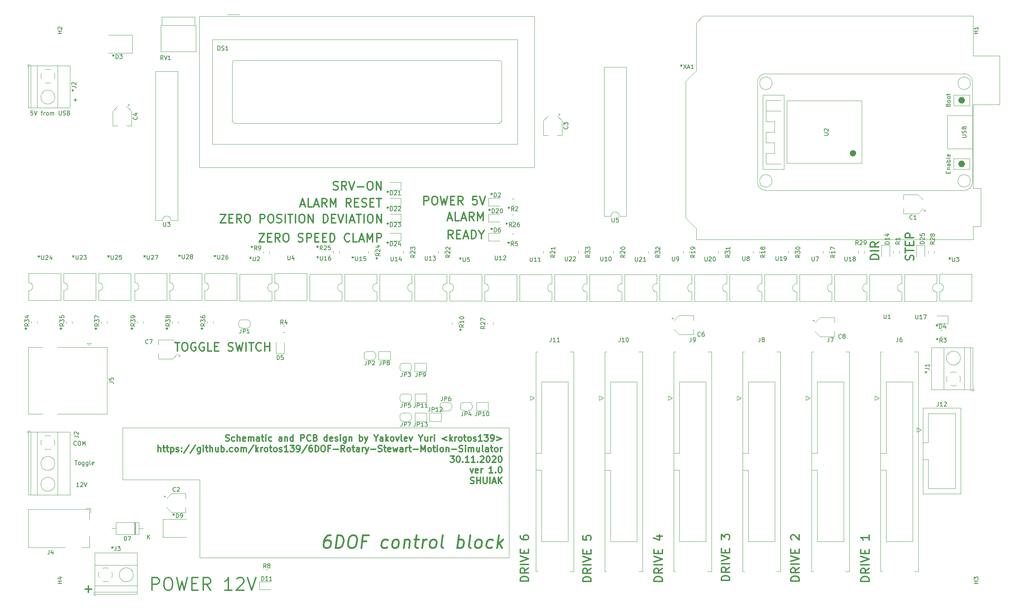
<source format=gbr>
%TF.GenerationSoftware,KiCad,Pcbnew,(5.1.8)-1*%
%TF.CreationDate,2020-12-01T03:48:25+04:00*%
%TF.ProjectId,111,3131312e-6b69-4636-9164-5f7063625858,ver 1.0*%
%TF.SameCoordinates,Original*%
%TF.FileFunction,Legend,Top*%
%TF.FilePolarity,Positive*%
%FSLAX46Y46*%
G04 Gerber Fmt 4.6, Leading zero omitted, Abs format (unit mm)*
G04 Created by KiCad (PCBNEW (5.1.8)-1) date 2020-12-01 03:48:25*
%MOMM*%
%LPD*%
G01*
G04 APERTURE LIST*
%ADD10C,0.150000*%
%ADD11C,0.300000*%
%ADD12C,0.120000*%
%ADD13C,0.450000*%
%ADD14C,1.000000*%
%ADD15C,0.800000*%
G04 APERTURE END LIST*
D10*
X28829047Y-35479028D02*
X29590952Y-35479028D01*
X29210000Y-35859980D02*
X29210000Y-35098076D01*
X18998133Y-38111180D02*
X18521942Y-38111180D01*
X18474323Y-38587371D01*
X18521942Y-38539752D01*
X18617180Y-38492133D01*
X18855276Y-38492133D01*
X18950514Y-38539752D01*
X18998133Y-38587371D01*
X19045752Y-38682609D01*
X19045752Y-38920704D01*
X18998133Y-39015942D01*
X18950514Y-39063561D01*
X18855276Y-39111180D01*
X18617180Y-39111180D01*
X18521942Y-39063561D01*
X18474323Y-39015942D01*
X19331466Y-38111180D02*
X19664800Y-39111180D01*
X19998133Y-38111180D01*
X20950514Y-38444514D02*
X21331466Y-38444514D01*
X21093371Y-39111180D02*
X21093371Y-38254038D01*
X21140990Y-38158800D01*
X21236228Y-38111180D01*
X21331466Y-38111180D01*
X21664800Y-39111180D02*
X21664800Y-38444514D01*
X21664800Y-38634990D02*
X21712419Y-38539752D01*
X21760038Y-38492133D01*
X21855276Y-38444514D01*
X21950514Y-38444514D01*
X22426704Y-39111180D02*
X22331466Y-39063561D01*
X22283847Y-39015942D01*
X22236228Y-38920704D01*
X22236228Y-38634990D01*
X22283847Y-38539752D01*
X22331466Y-38492133D01*
X22426704Y-38444514D01*
X22569561Y-38444514D01*
X22664800Y-38492133D01*
X22712419Y-38539752D01*
X22760038Y-38634990D01*
X22760038Y-38920704D01*
X22712419Y-39015942D01*
X22664800Y-39063561D01*
X22569561Y-39111180D01*
X22426704Y-39111180D01*
X23188609Y-39111180D02*
X23188609Y-38444514D01*
X23188609Y-38539752D02*
X23236228Y-38492133D01*
X23331466Y-38444514D01*
X23474323Y-38444514D01*
X23569561Y-38492133D01*
X23617180Y-38587371D01*
X23617180Y-39111180D01*
X23617180Y-38587371D02*
X23664800Y-38492133D01*
X23760038Y-38444514D01*
X23902895Y-38444514D01*
X23998133Y-38492133D01*
X24045752Y-38587371D01*
X24045752Y-39111180D01*
X25283847Y-38111180D02*
X25283847Y-38920704D01*
X25331466Y-39015942D01*
X25379085Y-39063561D01*
X25474323Y-39111180D01*
X25664800Y-39111180D01*
X25760038Y-39063561D01*
X25807657Y-39015942D01*
X25855276Y-38920704D01*
X25855276Y-38111180D01*
X26283847Y-39063561D02*
X26426704Y-39111180D01*
X26664800Y-39111180D01*
X26760038Y-39063561D01*
X26807657Y-39015942D01*
X26855276Y-38920704D01*
X26855276Y-38825466D01*
X26807657Y-38730228D01*
X26760038Y-38682609D01*
X26664800Y-38634990D01*
X26474323Y-38587371D01*
X26379085Y-38539752D01*
X26331466Y-38492133D01*
X26283847Y-38396895D01*
X26283847Y-38301657D01*
X26331466Y-38206419D01*
X26379085Y-38158800D01*
X26474323Y-38111180D01*
X26712419Y-38111180D01*
X26855276Y-38158800D01*
X27617180Y-38587371D02*
X27760038Y-38634990D01*
X27807657Y-38682609D01*
X27855276Y-38777847D01*
X27855276Y-38920704D01*
X27807657Y-39015942D01*
X27760038Y-39063561D01*
X27664800Y-39111180D01*
X27283847Y-39111180D01*
X27283847Y-38111180D01*
X27617180Y-38111180D01*
X27712419Y-38158800D01*
X27760038Y-38206419D01*
X27807657Y-38301657D01*
X27807657Y-38396895D01*
X27760038Y-38492133D01*
X27712419Y-38539752D01*
X27617180Y-38587371D01*
X27283847Y-38587371D01*
X30064152Y-128163580D02*
X29492723Y-128163580D01*
X29778438Y-128163580D02*
X29778438Y-127163580D01*
X29683200Y-127306438D01*
X29587961Y-127401676D01*
X29492723Y-127449295D01*
X30445104Y-127258819D02*
X30492723Y-127211200D01*
X30587961Y-127163580D01*
X30826057Y-127163580D01*
X30921295Y-127211200D01*
X30968914Y-127258819D01*
X31016533Y-127354057D01*
X31016533Y-127449295D01*
X30968914Y-127592152D01*
X30397485Y-128163580D01*
X31016533Y-128163580D01*
X31302247Y-127163580D02*
X31635580Y-128163580D01*
X31968914Y-127163580D01*
X29061066Y-121931180D02*
X29632495Y-121931180D01*
X29346780Y-122931180D02*
X29346780Y-121931180D01*
X30108685Y-122931180D02*
X30013447Y-122883561D01*
X29965828Y-122835942D01*
X29918209Y-122740704D01*
X29918209Y-122454990D01*
X29965828Y-122359752D01*
X30013447Y-122312133D01*
X30108685Y-122264514D01*
X30251542Y-122264514D01*
X30346780Y-122312133D01*
X30394400Y-122359752D01*
X30442019Y-122454990D01*
X30442019Y-122740704D01*
X30394400Y-122835942D01*
X30346780Y-122883561D01*
X30251542Y-122931180D01*
X30108685Y-122931180D01*
X31299161Y-122264514D02*
X31299161Y-123074038D01*
X31251542Y-123169276D01*
X31203923Y-123216895D01*
X31108685Y-123264514D01*
X30965828Y-123264514D01*
X30870590Y-123216895D01*
X31299161Y-122883561D02*
X31203923Y-122931180D01*
X31013447Y-122931180D01*
X30918209Y-122883561D01*
X30870590Y-122835942D01*
X30822971Y-122740704D01*
X30822971Y-122454990D01*
X30870590Y-122359752D01*
X30918209Y-122312133D01*
X31013447Y-122264514D01*
X31203923Y-122264514D01*
X31299161Y-122312133D01*
X32203923Y-122264514D02*
X32203923Y-123074038D01*
X32156304Y-123169276D01*
X32108685Y-123216895D01*
X32013447Y-123264514D01*
X31870590Y-123264514D01*
X31775352Y-123216895D01*
X32203923Y-122883561D02*
X32108685Y-122931180D01*
X31918209Y-122931180D01*
X31822971Y-122883561D01*
X31775352Y-122835942D01*
X31727733Y-122740704D01*
X31727733Y-122454990D01*
X31775352Y-122359752D01*
X31822971Y-122312133D01*
X31918209Y-122264514D01*
X32108685Y-122264514D01*
X32203923Y-122312133D01*
X32822971Y-122931180D02*
X32727733Y-122883561D01*
X32680114Y-122788323D01*
X32680114Y-121931180D01*
X33584876Y-122883561D02*
X33489638Y-122931180D01*
X33299161Y-122931180D01*
X33203923Y-122883561D01*
X33156304Y-122788323D01*
X33156304Y-122407371D01*
X33203923Y-122312133D01*
X33299161Y-122264514D01*
X33489638Y-122264514D01*
X33584876Y-122312133D01*
X33632495Y-122407371D01*
X33632495Y-122502609D01*
X33156304Y-122597847D01*
X29440285Y-118162342D02*
X29392666Y-118209961D01*
X29249809Y-118257580D01*
X29154571Y-118257580D01*
X29011714Y-118209961D01*
X28916476Y-118114723D01*
X28868857Y-118019485D01*
X28821238Y-117829009D01*
X28821238Y-117686152D01*
X28868857Y-117495676D01*
X28916476Y-117400438D01*
X29011714Y-117305200D01*
X29154571Y-117257580D01*
X29249809Y-117257580D01*
X29392666Y-117305200D01*
X29440285Y-117352819D01*
X30059333Y-117257580D02*
X30249809Y-117257580D01*
X30345047Y-117305200D01*
X30440285Y-117400438D01*
X30487904Y-117590914D01*
X30487904Y-117924247D01*
X30440285Y-118114723D01*
X30345047Y-118209961D01*
X30249809Y-118257580D01*
X30059333Y-118257580D01*
X29964095Y-118209961D01*
X29868857Y-118114723D01*
X29821238Y-117924247D01*
X29821238Y-117590914D01*
X29868857Y-117400438D01*
X29964095Y-117305200D01*
X30059333Y-117257580D01*
X30916476Y-118257580D02*
X30916476Y-117257580D01*
X31249809Y-117971866D01*
X31583142Y-117257580D01*
X31583142Y-118257580D01*
D11*
X31546895Y-152746057D02*
X33070704Y-152746057D01*
X32308800Y-153507961D02*
X32308800Y-151984152D01*
X65202428Y-117168142D02*
X65416714Y-117239571D01*
X65773857Y-117239571D01*
X65916714Y-117168142D01*
X65988142Y-117096714D01*
X66059571Y-116953857D01*
X66059571Y-116811000D01*
X65988142Y-116668142D01*
X65916714Y-116596714D01*
X65773857Y-116525285D01*
X65488142Y-116453857D01*
X65345285Y-116382428D01*
X65273857Y-116311000D01*
X65202428Y-116168142D01*
X65202428Y-116025285D01*
X65273857Y-115882428D01*
X65345285Y-115811000D01*
X65488142Y-115739571D01*
X65845285Y-115739571D01*
X66059571Y-115811000D01*
X67345285Y-117168142D02*
X67202428Y-117239571D01*
X66916714Y-117239571D01*
X66773857Y-117168142D01*
X66702428Y-117096714D01*
X66630999Y-116953857D01*
X66630999Y-116525285D01*
X66702428Y-116382428D01*
X66773857Y-116311000D01*
X66916714Y-116239571D01*
X67202428Y-116239571D01*
X67345285Y-116311000D01*
X67988142Y-117239571D02*
X67988142Y-115739571D01*
X68630999Y-117239571D02*
X68630999Y-116453857D01*
X68559571Y-116311000D01*
X68416714Y-116239571D01*
X68202428Y-116239571D01*
X68059571Y-116311000D01*
X67988142Y-116382428D01*
X69916714Y-117168142D02*
X69773857Y-117239571D01*
X69488142Y-117239571D01*
X69345285Y-117168142D01*
X69273857Y-117025285D01*
X69273857Y-116453857D01*
X69345285Y-116311000D01*
X69488142Y-116239571D01*
X69773857Y-116239571D01*
X69916714Y-116311000D01*
X69988142Y-116453857D01*
X69988142Y-116596714D01*
X69273857Y-116739571D01*
X70630999Y-117239571D02*
X70630999Y-116239571D01*
X70630999Y-116382428D02*
X70702428Y-116311000D01*
X70845285Y-116239571D01*
X71059571Y-116239571D01*
X71202428Y-116311000D01*
X71273857Y-116453857D01*
X71273857Y-117239571D01*
X71273857Y-116453857D02*
X71345285Y-116311000D01*
X71488142Y-116239571D01*
X71702428Y-116239571D01*
X71845285Y-116311000D01*
X71916714Y-116453857D01*
X71916714Y-117239571D01*
X73273857Y-117239571D02*
X73273857Y-116453857D01*
X73202428Y-116311000D01*
X73059571Y-116239571D01*
X72773857Y-116239571D01*
X72630999Y-116311000D01*
X73273857Y-117168142D02*
X73130999Y-117239571D01*
X72773857Y-117239571D01*
X72630999Y-117168142D01*
X72559571Y-117025285D01*
X72559571Y-116882428D01*
X72630999Y-116739571D01*
X72773857Y-116668142D01*
X73130999Y-116668142D01*
X73273857Y-116596714D01*
X73773857Y-116239571D02*
X74345285Y-116239571D01*
X73988142Y-115739571D02*
X73988142Y-117025285D01*
X74059571Y-117168142D01*
X74202428Y-117239571D01*
X74345285Y-117239571D01*
X74845285Y-117239571D02*
X74845285Y-116239571D01*
X74845285Y-115739571D02*
X74773857Y-115811000D01*
X74845285Y-115882428D01*
X74916714Y-115811000D01*
X74845285Y-115739571D01*
X74845285Y-115882428D01*
X76202428Y-117168142D02*
X76059571Y-117239571D01*
X75773857Y-117239571D01*
X75630999Y-117168142D01*
X75559571Y-117096714D01*
X75488142Y-116953857D01*
X75488142Y-116525285D01*
X75559571Y-116382428D01*
X75630999Y-116311000D01*
X75773857Y-116239571D01*
X76059571Y-116239571D01*
X76202428Y-116311000D01*
X78630999Y-117239571D02*
X78630999Y-116453857D01*
X78559571Y-116311000D01*
X78416714Y-116239571D01*
X78130999Y-116239571D01*
X77988142Y-116311000D01*
X78630999Y-117168142D02*
X78488142Y-117239571D01*
X78130999Y-117239571D01*
X77988142Y-117168142D01*
X77916714Y-117025285D01*
X77916714Y-116882428D01*
X77988142Y-116739571D01*
X78130999Y-116668142D01*
X78488142Y-116668142D01*
X78630999Y-116596714D01*
X79345285Y-116239571D02*
X79345285Y-117239571D01*
X79345285Y-116382428D02*
X79416714Y-116311000D01*
X79559571Y-116239571D01*
X79773857Y-116239571D01*
X79916714Y-116311000D01*
X79988142Y-116453857D01*
X79988142Y-117239571D01*
X81345285Y-117239571D02*
X81345285Y-115739571D01*
X81345285Y-117168142D02*
X81202428Y-117239571D01*
X80916714Y-117239571D01*
X80773857Y-117168142D01*
X80702428Y-117096714D01*
X80630999Y-116953857D01*
X80630999Y-116525285D01*
X80702428Y-116382428D01*
X80773857Y-116311000D01*
X80916714Y-116239571D01*
X81202428Y-116239571D01*
X81345285Y-116311000D01*
X83202428Y-117239571D02*
X83202428Y-115739571D01*
X83773857Y-115739571D01*
X83916714Y-115811000D01*
X83988142Y-115882428D01*
X84059571Y-116025285D01*
X84059571Y-116239571D01*
X83988142Y-116382428D01*
X83916714Y-116453857D01*
X83773857Y-116525285D01*
X83202428Y-116525285D01*
X85559571Y-117096714D02*
X85488142Y-117168142D01*
X85273857Y-117239571D01*
X85130999Y-117239571D01*
X84916714Y-117168142D01*
X84773857Y-117025285D01*
X84702428Y-116882428D01*
X84630999Y-116596714D01*
X84630999Y-116382428D01*
X84702428Y-116096714D01*
X84773857Y-115953857D01*
X84916714Y-115811000D01*
X85130999Y-115739571D01*
X85273857Y-115739571D01*
X85488142Y-115811000D01*
X85559571Y-115882428D01*
X86702428Y-116453857D02*
X86916714Y-116525285D01*
X86988142Y-116596714D01*
X87059571Y-116739571D01*
X87059571Y-116953857D01*
X86988142Y-117096714D01*
X86916714Y-117168142D01*
X86773857Y-117239571D01*
X86202428Y-117239571D01*
X86202428Y-115739571D01*
X86702428Y-115739571D01*
X86845285Y-115811000D01*
X86916714Y-115882428D01*
X86988142Y-116025285D01*
X86988142Y-116168142D01*
X86916714Y-116311000D01*
X86845285Y-116382428D01*
X86702428Y-116453857D01*
X86202428Y-116453857D01*
X89488142Y-117239571D02*
X89488142Y-115739571D01*
X89488142Y-117168142D02*
X89345285Y-117239571D01*
X89059571Y-117239571D01*
X88916714Y-117168142D01*
X88845285Y-117096714D01*
X88773857Y-116953857D01*
X88773857Y-116525285D01*
X88845285Y-116382428D01*
X88916714Y-116311000D01*
X89059571Y-116239571D01*
X89345285Y-116239571D01*
X89488142Y-116311000D01*
X90773857Y-117168142D02*
X90630999Y-117239571D01*
X90345285Y-117239571D01*
X90202428Y-117168142D01*
X90130999Y-117025285D01*
X90130999Y-116453857D01*
X90202428Y-116311000D01*
X90345285Y-116239571D01*
X90630999Y-116239571D01*
X90773857Y-116311000D01*
X90845285Y-116453857D01*
X90845285Y-116596714D01*
X90130999Y-116739571D01*
X91416714Y-117168142D02*
X91559571Y-117239571D01*
X91845285Y-117239571D01*
X91988142Y-117168142D01*
X92059571Y-117025285D01*
X92059571Y-116953857D01*
X91988142Y-116811000D01*
X91845285Y-116739571D01*
X91630999Y-116739571D01*
X91488142Y-116668142D01*
X91416714Y-116525285D01*
X91416714Y-116453857D01*
X91488142Y-116311000D01*
X91630999Y-116239571D01*
X91845285Y-116239571D01*
X91988142Y-116311000D01*
X92702428Y-117239571D02*
X92702428Y-116239571D01*
X92702428Y-115739571D02*
X92630999Y-115811000D01*
X92702428Y-115882428D01*
X92773857Y-115811000D01*
X92702428Y-115739571D01*
X92702428Y-115882428D01*
X94059571Y-116239571D02*
X94059571Y-117453857D01*
X93988142Y-117596714D01*
X93916714Y-117668142D01*
X93773857Y-117739571D01*
X93559571Y-117739571D01*
X93416714Y-117668142D01*
X94059571Y-117168142D02*
X93916714Y-117239571D01*
X93630999Y-117239571D01*
X93488142Y-117168142D01*
X93416714Y-117096714D01*
X93345285Y-116953857D01*
X93345285Y-116525285D01*
X93416714Y-116382428D01*
X93488142Y-116311000D01*
X93630999Y-116239571D01*
X93916714Y-116239571D01*
X94059571Y-116311000D01*
X94773857Y-116239571D02*
X94773857Y-117239571D01*
X94773857Y-116382428D02*
X94845285Y-116311000D01*
X94988142Y-116239571D01*
X95202428Y-116239571D01*
X95345285Y-116311000D01*
X95416714Y-116453857D01*
X95416714Y-117239571D01*
X97273857Y-117239571D02*
X97273857Y-115739571D01*
X97273857Y-116311000D02*
X97416714Y-116239571D01*
X97702428Y-116239571D01*
X97845285Y-116311000D01*
X97916714Y-116382428D01*
X97988142Y-116525285D01*
X97988142Y-116953857D01*
X97916714Y-117096714D01*
X97845285Y-117168142D01*
X97702428Y-117239571D01*
X97416714Y-117239571D01*
X97273857Y-117168142D01*
X98488142Y-116239571D02*
X98845285Y-117239571D01*
X99202428Y-116239571D02*
X98845285Y-117239571D01*
X98702428Y-117596714D01*
X98630999Y-117668142D01*
X98488142Y-117739571D01*
X101202428Y-116525285D02*
X101202428Y-117239571D01*
X100702428Y-115739571D02*
X101202428Y-116525285D01*
X101702428Y-115739571D01*
X102845285Y-117239571D02*
X102845285Y-116453857D01*
X102773857Y-116311000D01*
X102630999Y-116239571D01*
X102345285Y-116239571D01*
X102202428Y-116311000D01*
X102845285Y-117168142D02*
X102702428Y-117239571D01*
X102345285Y-117239571D01*
X102202428Y-117168142D01*
X102130999Y-117025285D01*
X102130999Y-116882428D01*
X102202428Y-116739571D01*
X102345285Y-116668142D01*
X102702428Y-116668142D01*
X102845285Y-116596714D01*
X103559571Y-117239571D02*
X103559571Y-115739571D01*
X103702428Y-116668142D02*
X104130999Y-117239571D01*
X104130999Y-116239571D02*
X103559571Y-116811000D01*
X104988142Y-117239571D02*
X104845285Y-117168142D01*
X104773857Y-117096714D01*
X104702428Y-116953857D01*
X104702428Y-116525285D01*
X104773857Y-116382428D01*
X104845285Y-116311000D01*
X104988142Y-116239571D01*
X105202428Y-116239571D01*
X105345285Y-116311000D01*
X105416714Y-116382428D01*
X105488142Y-116525285D01*
X105488142Y-116953857D01*
X105416714Y-117096714D01*
X105345285Y-117168142D01*
X105202428Y-117239571D01*
X104988142Y-117239571D01*
X105988142Y-116239571D02*
X106345285Y-117239571D01*
X106702428Y-116239571D01*
X107488142Y-117239571D02*
X107345285Y-117168142D01*
X107273857Y-117025285D01*
X107273857Y-115739571D01*
X108630999Y-117168142D02*
X108488142Y-117239571D01*
X108202428Y-117239571D01*
X108059571Y-117168142D01*
X107988142Y-117025285D01*
X107988142Y-116453857D01*
X108059571Y-116311000D01*
X108202428Y-116239571D01*
X108488142Y-116239571D01*
X108630999Y-116311000D01*
X108702428Y-116453857D01*
X108702428Y-116596714D01*
X107988142Y-116739571D01*
X109202428Y-116239571D02*
X109559571Y-117239571D01*
X109916714Y-116239571D01*
X111916714Y-116525285D02*
X111916714Y-117239571D01*
X111416714Y-115739571D02*
X111916714Y-116525285D01*
X112416714Y-115739571D01*
X113559571Y-116239571D02*
X113559571Y-117239571D01*
X112916714Y-116239571D02*
X112916714Y-117025285D01*
X112988142Y-117168142D01*
X113130999Y-117239571D01*
X113345285Y-117239571D01*
X113488142Y-117168142D01*
X113559571Y-117096714D01*
X114273857Y-117239571D02*
X114273857Y-116239571D01*
X114273857Y-116525285D02*
X114345285Y-116382428D01*
X114416714Y-116311000D01*
X114559571Y-116239571D01*
X114702428Y-116239571D01*
X115202428Y-117239571D02*
X115202428Y-116239571D01*
X115202428Y-115739571D02*
X115130999Y-115811000D01*
X115202428Y-115882428D01*
X115273857Y-115811000D01*
X115202428Y-115739571D01*
X115202428Y-115882428D01*
X118202428Y-116239571D02*
X117059571Y-116668142D01*
X118202428Y-117096714D01*
X118916714Y-117239571D02*
X118916714Y-115739571D01*
X119059571Y-116668142D02*
X119488142Y-117239571D01*
X119488142Y-116239571D02*
X118916714Y-116811000D01*
X120130999Y-117239571D02*
X120130999Y-116239571D01*
X120130999Y-116525285D02*
X120202428Y-116382428D01*
X120273857Y-116311000D01*
X120416714Y-116239571D01*
X120559571Y-116239571D01*
X121273857Y-117239571D02*
X121130999Y-117168142D01*
X121059571Y-117096714D01*
X120988142Y-116953857D01*
X120988142Y-116525285D01*
X121059571Y-116382428D01*
X121130999Y-116311000D01*
X121273857Y-116239571D01*
X121488142Y-116239571D01*
X121630999Y-116311000D01*
X121702428Y-116382428D01*
X121773857Y-116525285D01*
X121773857Y-116953857D01*
X121702428Y-117096714D01*
X121630999Y-117168142D01*
X121488142Y-117239571D01*
X121273857Y-117239571D01*
X122202428Y-116239571D02*
X122773857Y-116239571D01*
X122416714Y-115739571D02*
X122416714Y-117025285D01*
X122488142Y-117168142D01*
X122630999Y-117239571D01*
X122773857Y-117239571D01*
X123488142Y-117239571D02*
X123345285Y-117168142D01*
X123273857Y-117096714D01*
X123202428Y-116953857D01*
X123202428Y-116525285D01*
X123273857Y-116382428D01*
X123345285Y-116311000D01*
X123488142Y-116239571D01*
X123702428Y-116239571D01*
X123845285Y-116311000D01*
X123916714Y-116382428D01*
X123988142Y-116525285D01*
X123988142Y-116953857D01*
X123916714Y-117096714D01*
X123845285Y-117168142D01*
X123702428Y-117239571D01*
X123488142Y-117239571D01*
X124559571Y-117168142D02*
X124702428Y-117239571D01*
X124988142Y-117239571D01*
X125130999Y-117168142D01*
X125202428Y-117025285D01*
X125202428Y-116953857D01*
X125130999Y-116811000D01*
X124988142Y-116739571D01*
X124773857Y-116739571D01*
X124630999Y-116668142D01*
X124559571Y-116525285D01*
X124559571Y-116453857D01*
X124630999Y-116311000D01*
X124773857Y-116239571D01*
X124988142Y-116239571D01*
X125130999Y-116311000D01*
X126630999Y-117239571D02*
X125773857Y-117239571D01*
X126202428Y-117239571D02*
X126202428Y-115739571D01*
X126059571Y-115953857D01*
X125916714Y-116096714D01*
X125773857Y-116168142D01*
X127130999Y-115739571D02*
X128059571Y-115739571D01*
X127559571Y-116311000D01*
X127773857Y-116311000D01*
X127916714Y-116382428D01*
X127988142Y-116453857D01*
X128059571Y-116596714D01*
X128059571Y-116953857D01*
X127988142Y-117096714D01*
X127916714Y-117168142D01*
X127773857Y-117239571D01*
X127345285Y-117239571D01*
X127202428Y-117168142D01*
X127130999Y-117096714D01*
X128773857Y-117239571D02*
X129059571Y-117239571D01*
X129202428Y-117168142D01*
X129273857Y-117096714D01*
X129416714Y-116882428D01*
X129488142Y-116596714D01*
X129488142Y-116025285D01*
X129416714Y-115882428D01*
X129345285Y-115811000D01*
X129202428Y-115739571D01*
X128916714Y-115739571D01*
X128773857Y-115811000D01*
X128702428Y-115882428D01*
X128630999Y-116025285D01*
X128630999Y-116382428D01*
X128702428Y-116525285D01*
X128773857Y-116596714D01*
X128916714Y-116668142D01*
X129202428Y-116668142D01*
X129345285Y-116596714D01*
X129416714Y-116525285D01*
X129488142Y-116382428D01*
X130130999Y-116239571D02*
X131273857Y-116668142D01*
X130130999Y-117096714D01*
X48988142Y-119789571D02*
X48988142Y-118289571D01*
X49630999Y-119789571D02*
X49630999Y-119003857D01*
X49559571Y-118861000D01*
X49416714Y-118789571D01*
X49202428Y-118789571D01*
X49059571Y-118861000D01*
X48988142Y-118932428D01*
X50130999Y-118789571D02*
X50702428Y-118789571D01*
X50345285Y-118289571D02*
X50345285Y-119575285D01*
X50416714Y-119718142D01*
X50559571Y-119789571D01*
X50702428Y-119789571D01*
X50988142Y-118789571D02*
X51559571Y-118789571D01*
X51202428Y-118289571D02*
X51202428Y-119575285D01*
X51273857Y-119718142D01*
X51416714Y-119789571D01*
X51559571Y-119789571D01*
X52059571Y-118789571D02*
X52059571Y-120289571D01*
X52059571Y-118861000D02*
X52202428Y-118789571D01*
X52488142Y-118789571D01*
X52630999Y-118861000D01*
X52702428Y-118932428D01*
X52773857Y-119075285D01*
X52773857Y-119503857D01*
X52702428Y-119646714D01*
X52630999Y-119718142D01*
X52488142Y-119789571D01*
X52202428Y-119789571D01*
X52059571Y-119718142D01*
X53345285Y-119718142D02*
X53488142Y-119789571D01*
X53773857Y-119789571D01*
X53916714Y-119718142D01*
X53988142Y-119575285D01*
X53988142Y-119503857D01*
X53916714Y-119361000D01*
X53773857Y-119289571D01*
X53559571Y-119289571D01*
X53416714Y-119218142D01*
X53345285Y-119075285D01*
X53345285Y-119003857D01*
X53416714Y-118861000D01*
X53559571Y-118789571D01*
X53773857Y-118789571D01*
X53916714Y-118861000D01*
X54630999Y-119646714D02*
X54702428Y-119718142D01*
X54630999Y-119789571D01*
X54559571Y-119718142D01*
X54630999Y-119646714D01*
X54630999Y-119789571D01*
X54630999Y-118861000D02*
X54702428Y-118932428D01*
X54630999Y-119003857D01*
X54559571Y-118932428D01*
X54630999Y-118861000D01*
X54630999Y-119003857D01*
X56416714Y-118218142D02*
X55130999Y-120146714D01*
X57988142Y-118218142D02*
X56702428Y-120146714D01*
X59130999Y-118789571D02*
X59130999Y-120003857D01*
X59059571Y-120146714D01*
X58988142Y-120218142D01*
X58845285Y-120289571D01*
X58630999Y-120289571D01*
X58488142Y-120218142D01*
X59130999Y-119718142D02*
X58988142Y-119789571D01*
X58702428Y-119789571D01*
X58559571Y-119718142D01*
X58488142Y-119646714D01*
X58416714Y-119503857D01*
X58416714Y-119075285D01*
X58488142Y-118932428D01*
X58559571Y-118861000D01*
X58702428Y-118789571D01*
X58988142Y-118789571D01*
X59130999Y-118861000D01*
X59845285Y-119789571D02*
X59845285Y-118789571D01*
X59845285Y-118289571D02*
X59773857Y-118361000D01*
X59845285Y-118432428D01*
X59916714Y-118361000D01*
X59845285Y-118289571D01*
X59845285Y-118432428D01*
X60345285Y-118789571D02*
X60916714Y-118789571D01*
X60559571Y-118289571D02*
X60559571Y-119575285D01*
X60630999Y-119718142D01*
X60773857Y-119789571D01*
X60916714Y-119789571D01*
X61416714Y-119789571D02*
X61416714Y-118289571D01*
X62059571Y-119789571D02*
X62059571Y-119003857D01*
X61988142Y-118861000D01*
X61845285Y-118789571D01*
X61630999Y-118789571D01*
X61488142Y-118861000D01*
X61416714Y-118932428D01*
X63416714Y-118789571D02*
X63416714Y-119789571D01*
X62773857Y-118789571D02*
X62773857Y-119575285D01*
X62845285Y-119718142D01*
X62988142Y-119789571D01*
X63202428Y-119789571D01*
X63345285Y-119718142D01*
X63416714Y-119646714D01*
X64130999Y-119789571D02*
X64130999Y-118289571D01*
X64130999Y-118861000D02*
X64273857Y-118789571D01*
X64559571Y-118789571D01*
X64702428Y-118861000D01*
X64773857Y-118932428D01*
X64845285Y-119075285D01*
X64845285Y-119503857D01*
X64773857Y-119646714D01*
X64702428Y-119718142D01*
X64559571Y-119789571D01*
X64273857Y-119789571D01*
X64130999Y-119718142D01*
X65488142Y-119646714D02*
X65559571Y-119718142D01*
X65488142Y-119789571D01*
X65416714Y-119718142D01*
X65488142Y-119646714D01*
X65488142Y-119789571D01*
X66845285Y-119718142D02*
X66702428Y-119789571D01*
X66416714Y-119789571D01*
X66273857Y-119718142D01*
X66202428Y-119646714D01*
X66130999Y-119503857D01*
X66130999Y-119075285D01*
X66202428Y-118932428D01*
X66273857Y-118861000D01*
X66416714Y-118789571D01*
X66702428Y-118789571D01*
X66845285Y-118861000D01*
X67702428Y-119789571D02*
X67559571Y-119718142D01*
X67488142Y-119646714D01*
X67416714Y-119503857D01*
X67416714Y-119075285D01*
X67488142Y-118932428D01*
X67559571Y-118861000D01*
X67702428Y-118789571D01*
X67916714Y-118789571D01*
X68059571Y-118861000D01*
X68130999Y-118932428D01*
X68202428Y-119075285D01*
X68202428Y-119503857D01*
X68130999Y-119646714D01*
X68059571Y-119718142D01*
X67916714Y-119789571D01*
X67702428Y-119789571D01*
X68845285Y-119789571D02*
X68845285Y-118789571D01*
X68845285Y-118932428D02*
X68916714Y-118861000D01*
X69059571Y-118789571D01*
X69273857Y-118789571D01*
X69416714Y-118861000D01*
X69488142Y-119003857D01*
X69488142Y-119789571D01*
X69488142Y-119003857D02*
X69559571Y-118861000D01*
X69702428Y-118789571D01*
X69916714Y-118789571D01*
X70059571Y-118861000D01*
X70130999Y-119003857D01*
X70130999Y-119789571D01*
X71916714Y-118218142D02*
X70630999Y-120146714D01*
X72416714Y-119789571D02*
X72416714Y-118289571D01*
X72559571Y-119218142D02*
X72988142Y-119789571D01*
X72988142Y-118789571D02*
X72416714Y-119361000D01*
X73630999Y-119789571D02*
X73630999Y-118789571D01*
X73630999Y-119075285D02*
X73702428Y-118932428D01*
X73773857Y-118861000D01*
X73916714Y-118789571D01*
X74059571Y-118789571D01*
X74773857Y-119789571D02*
X74630999Y-119718142D01*
X74559571Y-119646714D01*
X74488142Y-119503857D01*
X74488142Y-119075285D01*
X74559571Y-118932428D01*
X74630999Y-118861000D01*
X74773857Y-118789571D01*
X74988142Y-118789571D01*
X75130999Y-118861000D01*
X75202428Y-118932428D01*
X75273857Y-119075285D01*
X75273857Y-119503857D01*
X75202428Y-119646714D01*
X75130999Y-119718142D01*
X74988142Y-119789571D01*
X74773857Y-119789571D01*
X75702428Y-118789571D02*
X76273857Y-118789571D01*
X75916714Y-118289571D02*
X75916714Y-119575285D01*
X75988142Y-119718142D01*
X76130999Y-119789571D01*
X76273857Y-119789571D01*
X76988142Y-119789571D02*
X76845285Y-119718142D01*
X76773857Y-119646714D01*
X76702428Y-119503857D01*
X76702428Y-119075285D01*
X76773857Y-118932428D01*
X76845285Y-118861000D01*
X76988142Y-118789571D01*
X77202428Y-118789571D01*
X77345285Y-118861000D01*
X77416714Y-118932428D01*
X77488142Y-119075285D01*
X77488142Y-119503857D01*
X77416714Y-119646714D01*
X77345285Y-119718142D01*
X77202428Y-119789571D01*
X76988142Y-119789571D01*
X78059571Y-119718142D02*
X78202428Y-119789571D01*
X78488142Y-119789571D01*
X78630999Y-119718142D01*
X78702428Y-119575285D01*
X78702428Y-119503857D01*
X78630999Y-119361000D01*
X78488142Y-119289571D01*
X78273857Y-119289571D01*
X78130999Y-119218142D01*
X78059571Y-119075285D01*
X78059571Y-119003857D01*
X78130999Y-118861000D01*
X78273857Y-118789571D01*
X78488142Y-118789571D01*
X78630999Y-118861000D01*
X80130999Y-119789571D02*
X79273857Y-119789571D01*
X79702428Y-119789571D02*
X79702428Y-118289571D01*
X79559571Y-118503857D01*
X79416714Y-118646714D01*
X79273857Y-118718142D01*
X80630999Y-118289571D02*
X81559571Y-118289571D01*
X81059571Y-118861000D01*
X81273857Y-118861000D01*
X81416714Y-118932428D01*
X81488142Y-119003857D01*
X81559571Y-119146714D01*
X81559571Y-119503857D01*
X81488142Y-119646714D01*
X81416714Y-119718142D01*
X81273857Y-119789571D01*
X80845285Y-119789571D01*
X80702428Y-119718142D01*
X80630999Y-119646714D01*
X82273857Y-119789571D02*
X82559571Y-119789571D01*
X82702428Y-119718142D01*
X82773857Y-119646714D01*
X82916714Y-119432428D01*
X82988142Y-119146714D01*
X82988142Y-118575285D01*
X82916714Y-118432428D01*
X82845285Y-118361000D01*
X82702428Y-118289571D01*
X82416714Y-118289571D01*
X82273857Y-118361000D01*
X82202428Y-118432428D01*
X82130999Y-118575285D01*
X82130999Y-118932428D01*
X82202428Y-119075285D01*
X82273857Y-119146714D01*
X82416714Y-119218142D01*
X82702428Y-119218142D01*
X82845285Y-119146714D01*
X82916714Y-119075285D01*
X82988142Y-118932428D01*
X84702428Y-118218142D02*
X83416714Y-120146714D01*
X85845285Y-118289571D02*
X85559571Y-118289571D01*
X85416714Y-118361000D01*
X85345285Y-118432428D01*
X85202428Y-118646714D01*
X85130999Y-118932428D01*
X85130999Y-119503857D01*
X85202428Y-119646714D01*
X85273857Y-119718142D01*
X85416714Y-119789571D01*
X85702428Y-119789571D01*
X85845285Y-119718142D01*
X85916714Y-119646714D01*
X85988142Y-119503857D01*
X85988142Y-119146714D01*
X85916714Y-119003857D01*
X85845285Y-118932428D01*
X85702428Y-118861000D01*
X85416714Y-118861000D01*
X85273857Y-118932428D01*
X85202428Y-119003857D01*
X85130999Y-119146714D01*
X86630999Y-119789571D02*
X86630999Y-118289571D01*
X86988142Y-118289571D01*
X87202428Y-118361000D01*
X87345285Y-118503857D01*
X87416714Y-118646714D01*
X87488142Y-118932428D01*
X87488142Y-119146714D01*
X87416714Y-119432428D01*
X87345285Y-119575285D01*
X87202428Y-119718142D01*
X86988142Y-119789571D01*
X86630999Y-119789571D01*
X88416714Y-118289571D02*
X88702428Y-118289571D01*
X88845285Y-118361000D01*
X88988142Y-118503857D01*
X89059571Y-118789571D01*
X89059571Y-119289571D01*
X88988142Y-119575285D01*
X88845285Y-119718142D01*
X88702428Y-119789571D01*
X88416714Y-119789571D01*
X88273857Y-119718142D01*
X88130999Y-119575285D01*
X88059571Y-119289571D01*
X88059571Y-118789571D01*
X88130999Y-118503857D01*
X88273857Y-118361000D01*
X88416714Y-118289571D01*
X90202428Y-119003857D02*
X89702428Y-119003857D01*
X89702428Y-119789571D02*
X89702428Y-118289571D01*
X90416714Y-118289571D01*
X90988142Y-119218142D02*
X92130999Y-119218142D01*
X93702428Y-119789571D02*
X93202428Y-119075285D01*
X92845285Y-119789571D02*
X92845285Y-118289571D01*
X93416714Y-118289571D01*
X93559571Y-118361000D01*
X93630999Y-118432428D01*
X93702428Y-118575285D01*
X93702428Y-118789571D01*
X93630999Y-118932428D01*
X93559571Y-119003857D01*
X93416714Y-119075285D01*
X92845285Y-119075285D01*
X94559571Y-119789571D02*
X94416714Y-119718142D01*
X94345285Y-119646714D01*
X94273857Y-119503857D01*
X94273857Y-119075285D01*
X94345285Y-118932428D01*
X94416714Y-118861000D01*
X94559571Y-118789571D01*
X94773857Y-118789571D01*
X94916714Y-118861000D01*
X94988142Y-118932428D01*
X95059571Y-119075285D01*
X95059571Y-119503857D01*
X94988142Y-119646714D01*
X94916714Y-119718142D01*
X94773857Y-119789571D01*
X94559571Y-119789571D01*
X95488142Y-118789571D02*
X96059571Y-118789571D01*
X95702428Y-118289571D02*
X95702428Y-119575285D01*
X95773857Y-119718142D01*
X95916714Y-119789571D01*
X96059571Y-119789571D01*
X97202428Y-119789571D02*
X97202428Y-119003857D01*
X97130999Y-118861000D01*
X96988142Y-118789571D01*
X96702428Y-118789571D01*
X96559571Y-118861000D01*
X97202428Y-119718142D02*
X97059571Y-119789571D01*
X96702428Y-119789571D01*
X96559571Y-119718142D01*
X96488142Y-119575285D01*
X96488142Y-119432428D01*
X96559571Y-119289571D01*
X96702428Y-119218142D01*
X97059571Y-119218142D01*
X97202428Y-119146714D01*
X97916714Y-119789571D02*
X97916714Y-118789571D01*
X97916714Y-119075285D02*
X97988142Y-118932428D01*
X98059571Y-118861000D01*
X98202428Y-118789571D01*
X98345285Y-118789571D01*
X98702428Y-118789571D02*
X99059571Y-119789571D01*
X99416714Y-118789571D02*
X99059571Y-119789571D01*
X98916714Y-120146714D01*
X98845285Y-120218142D01*
X98702428Y-120289571D01*
X99988142Y-119218142D02*
X101130999Y-119218142D01*
X101773857Y-119718142D02*
X101988142Y-119789571D01*
X102345285Y-119789571D01*
X102488142Y-119718142D01*
X102559571Y-119646714D01*
X102630999Y-119503857D01*
X102630999Y-119361000D01*
X102559571Y-119218142D01*
X102488142Y-119146714D01*
X102345285Y-119075285D01*
X102059571Y-119003857D01*
X101916714Y-118932428D01*
X101845285Y-118861000D01*
X101773857Y-118718142D01*
X101773857Y-118575285D01*
X101845285Y-118432428D01*
X101916714Y-118361000D01*
X102059571Y-118289571D01*
X102416714Y-118289571D01*
X102630999Y-118361000D01*
X103059571Y-118789571D02*
X103630999Y-118789571D01*
X103273857Y-118289571D02*
X103273857Y-119575285D01*
X103345285Y-119718142D01*
X103488142Y-119789571D01*
X103630999Y-119789571D01*
X104702428Y-119718142D02*
X104559571Y-119789571D01*
X104273857Y-119789571D01*
X104130999Y-119718142D01*
X104059571Y-119575285D01*
X104059571Y-119003857D01*
X104130999Y-118861000D01*
X104273857Y-118789571D01*
X104559571Y-118789571D01*
X104702428Y-118861000D01*
X104773857Y-119003857D01*
X104773857Y-119146714D01*
X104059571Y-119289571D01*
X105273857Y-118789571D02*
X105559571Y-119789571D01*
X105845285Y-119075285D01*
X106130999Y-119789571D01*
X106416714Y-118789571D01*
X107630999Y-119789571D02*
X107630999Y-119003857D01*
X107559571Y-118861000D01*
X107416714Y-118789571D01*
X107130999Y-118789571D01*
X106988142Y-118861000D01*
X107630999Y-119718142D02*
X107488142Y-119789571D01*
X107130999Y-119789571D01*
X106988142Y-119718142D01*
X106916714Y-119575285D01*
X106916714Y-119432428D01*
X106988142Y-119289571D01*
X107130999Y-119218142D01*
X107488142Y-119218142D01*
X107630999Y-119146714D01*
X108345285Y-119789571D02*
X108345285Y-118789571D01*
X108345285Y-119075285D02*
X108416714Y-118932428D01*
X108488142Y-118861000D01*
X108630999Y-118789571D01*
X108773857Y-118789571D01*
X109059571Y-118789571D02*
X109630999Y-118789571D01*
X109273857Y-118289571D02*
X109273857Y-119575285D01*
X109345285Y-119718142D01*
X109488142Y-119789571D01*
X109630999Y-119789571D01*
X110130999Y-119218142D02*
X111273857Y-119218142D01*
X111988142Y-119789571D02*
X111988142Y-118289571D01*
X112488142Y-119361000D01*
X112988142Y-118289571D01*
X112988142Y-119789571D01*
X113916714Y-119789571D02*
X113773857Y-119718142D01*
X113702428Y-119646714D01*
X113630999Y-119503857D01*
X113630999Y-119075285D01*
X113702428Y-118932428D01*
X113773857Y-118861000D01*
X113916714Y-118789571D01*
X114130999Y-118789571D01*
X114273857Y-118861000D01*
X114345285Y-118932428D01*
X114416714Y-119075285D01*
X114416714Y-119503857D01*
X114345285Y-119646714D01*
X114273857Y-119718142D01*
X114130999Y-119789571D01*
X113916714Y-119789571D01*
X114845285Y-118789571D02*
X115416714Y-118789571D01*
X115059571Y-118289571D02*
X115059571Y-119575285D01*
X115130999Y-119718142D01*
X115273857Y-119789571D01*
X115416714Y-119789571D01*
X115916714Y-119789571D02*
X115916714Y-118789571D01*
X115916714Y-118289571D02*
X115845285Y-118361000D01*
X115916714Y-118432428D01*
X115988142Y-118361000D01*
X115916714Y-118289571D01*
X115916714Y-118432428D01*
X116845285Y-119789571D02*
X116702428Y-119718142D01*
X116630999Y-119646714D01*
X116559571Y-119503857D01*
X116559571Y-119075285D01*
X116630999Y-118932428D01*
X116702428Y-118861000D01*
X116845285Y-118789571D01*
X117059571Y-118789571D01*
X117202428Y-118861000D01*
X117273857Y-118932428D01*
X117345285Y-119075285D01*
X117345285Y-119503857D01*
X117273857Y-119646714D01*
X117202428Y-119718142D01*
X117059571Y-119789571D01*
X116845285Y-119789571D01*
X117988142Y-118789571D02*
X117988142Y-119789571D01*
X117988142Y-118932428D02*
X118059571Y-118861000D01*
X118202428Y-118789571D01*
X118416714Y-118789571D01*
X118559571Y-118861000D01*
X118630999Y-119003857D01*
X118630999Y-119789571D01*
X119345285Y-119218142D02*
X120488142Y-119218142D01*
X121130999Y-119718142D02*
X121345285Y-119789571D01*
X121702428Y-119789571D01*
X121845285Y-119718142D01*
X121916714Y-119646714D01*
X121988142Y-119503857D01*
X121988142Y-119361000D01*
X121916714Y-119218142D01*
X121845285Y-119146714D01*
X121702428Y-119075285D01*
X121416714Y-119003857D01*
X121273857Y-118932428D01*
X121202428Y-118861000D01*
X121130999Y-118718142D01*
X121130999Y-118575285D01*
X121202428Y-118432428D01*
X121273857Y-118361000D01*
X121416714Y-118289571D01*
X121773857Y-118289571D01*
X121988142Y-118361000D01*
X122630999Y-119789571D02*
X122630999Y-118789571D01*
X122630999Y-118289571D02*
X122559571Y-118361000D01*
X122630999Y-118432428D01*
X122702428Y-118361000D01*
X122630999Y-118289571D01*
X122630999Y-118432428D01*
X123345285Y-119789571D02*
X123345285Y-118789571D01*
X123345285Y-118932428D02*
X123416714Y-118861000D01*
X123559571Y-118789571D01*
X123773857Y-118789571D01*
X123916714Y-118861000D01*
X123988142Y-119003857D01*
X123988142Y-119789571D01*
X123988142Y-119003857D02*
X124059571Y-118861000D01*
X124202428Y-118789571D01*
X124416714Y-118789571D01*
X124559571Y-118861000D01*
X124630999Y-119003857D01*
X124630999Y-119789571D01*
X125988142Y-118789571D02*
X125988142Y-119789571D01*
X125345285Y-118789571D02*
X125345285Y-119575285D01*
X125416714Y-119718142D01*
X125559571Y-119789571D01*
X125773857Y-119789571D01*
X125916714Y-119718142D01*
X125988142Y-119646714D01*
X126916714Y-119789571D02*
X126773857Y-119718142D01*
X126702428Y-119575285D01*
X126702428Y-118289571D01*
X128130999Y-119789571D02*
X128130999Y-119003857D01*
X128059571Y-118861000D01*
X127916714Y-118789571D01*
X127630999Y-118789571D01*
X127488142Y-118861000D01*
X128130999Y-119718142D02*
X127988142Y-119789571D01*
X127630999Y-119789571D01*
X127488142Y-119718142D01*
X127416714Y-119575285D01*
X127416714Y-119432428D01*
X127488142Y-119289571D01*
X127630999Y-119218142D01*
X127988142Y-119218142D01*
X128130999Y-119146714D01*
X128630999Y-118789571D02*
X129202428Y-118789571D01*
X128845285Y-118289571D02*
X128845285Y-119575285D01*
X128916714Y-119718142D01*
X129059571Y-119789571D01*
X129202428Y-119789571D01*
X129916714Y-119789571D02*
X129773857Y-119718142D01*
X129702428Y-119646714D01*
X129630999Y-119503857D01*
X129630999Y-119075285D01*
X129702428Y-118932428D01*
X129773857Y-118861000D01*
X129916714Y-118789571D01*
X130130999Y-118789571D01*
X130273857Y-118861000D01*
X130345285Y-118932428D01*
X130416714Y-119075285D01*
X130416714Y-119503857D01*
X130345285Y-119646714D01*
X130273857Y-119718142D01*
X130130999Y-119789571D01*
X129916714Y-119789571D01*
X131059571Y-119789571D02*
X131059571Y-118789571D01*
X131059571Y-119075285D02*
X131130999Y-118932428D01*
X131202428Y-118861000D01*
X131345285Y-118789571D01*
X131488142Y-118789571D01*
X118988142Y-120839571D02*
X119916714Y-120839571D01*
X119416714Y-121411000D01*
X119631000Y-121411000D01*
X119773857Y-121482428D01*
X119845285Y-121553857D01*
X119916714Y-121696714D01*
X119916714Y-122053857D01*
X119845285Y-122196714D01*
X119773857Y-122268142D01*
X119631000Y-122339571D01*
X119202428Y-122339571D01*
X119059571Y-122268142D01*
X118988142Y-122196714D01*
X120845285Y-120839571D02*
X120988142Y-120839571D01*
X121131000Y-120911000D01*
X121202428Y-120982428D01*
X121273857Y-121125285D01*
X121345285Y-121411000D01*
X121345285Y-121768142D01*
X121273857Y-122053857D01*
X121202428Y-122196714D01*
X121131000Y-122268142D01*
X120988142Y-122339571D01*
X120845285Y-122339571D01*
X120702428Y-122268142D01*
X120631000Y-122196714D01*
X120559571Y-122053857D01*
X120488142Y-121768142D01*
X120488142Y-121411000D01*
X120559571Y-121125285D01*
X120631000Y-120982428D01*
X120702428Y-120911000D01*
X120845285Y-120839571D01*
X121988142Y-122196714D02*
X122059571Y-122268142D01*
X121988142Y-122339571D01*
X121916714Y-122268142D01*
X121988142Y-122196714D01*
X121988142Y-122339571D01*
X123488142Y-122339571D02*
X122631000Y-122339571D01*
X123059571Y-122339571D02*
X123059571Y-120839571D01*
X122916714Y-121053857D01*
X122773857Y-121196714D01*
X122631000Y-121268142D01*
X124916714Y-122339571D02*
X124059571Y-122339571D01*
X124488142Y-122339571D02*
X124488142Y-120839571D01*
X124345285Y-121053857D01*
X124202428Y-121196714D01*
X124059571Y-121268142D01*
X125559571Y-122196714D02*
X125631000Y-122268142D01*
X125559571Y-122339571D01*
X125488142Y-122268142D01*
X125559571Y-122196714D01*
X125559571Y-122339571D01*
X126202428Y-120982428D02*
X126273857Y-120911000D01*
X126416714Y-120839571D01*
X126773857Y-120839571D01*
X126916714Y-120911000D01*
X126988142Y-120982428D01*
X127059571Y-121125285D01*
X127059571Y-121268142D01*
X126988142Y-121482428D01*
X126131000Y-122339571D01*
X127059571Y-122339571D01*
X127988142Y-120839571D02*
X128131000Y-120839571D01*
X128273857Y-120911000D01*
X128345285Y-120982428D01*
X128416714Y-121125285D01*
X128488142Y-121411000D01*
X128488142Y-121768142D01*
X128416714Y-122053857D01*
X128345285Y-122196714D01*
X128273857Y-122268142D01*
X128131000Y-122339571D01*
X127988142Y-122339571D01*
X127845285Y-122268142D01*
X127773857Y-122196714D01*
X127702428Y-122053857D01*
X127631000Y-121768142D01*
X127631000Y-121411000D01*
X127702428Y-121125285D01*
X127773857Y-120982428D01*
X127845285Y-120911000D01*
X127988142Y-120839571D01*
X129059571Y-120982428D02*
X129131000Y-120911000D01*
X129273857Y-120839571D01*
X129631000Y-120839571D01*
X129773857Y-120911000D01*
X129845285Y-120982428D01*
X129916714Y-121125285D01*
X129916714Y-121268142D01*
X129845285Y-121482428D01*
X128988142Y-122339571D01*
X129916714Y-122339571D01*
X130845285Y-120839571D02*
X130988142Y-120839571D01*
X131131000Y-120911000D01*
X131202428Y-120982428D01*
X131273857Y-121125285D01*
X131345285Y-121411000D01*
X131345285Y-121768142D01*
X131273857Y-122053857D01*
X131202428Y-122196714D01*
X131131000Y-122268142D01*
X130988142Y-122339571D01*
X130845285Y-122339571D01*
X130702428Y-122268142D01*
X130631000Y-122196714D01*
X130559571Y-122053857D01*
X130488142Y-121768142D01*
X130488142Y-121411000D01*
X130559571Y-121125285D01*
X130631000Y-120982428D01*
X130702428Y-120911000D01*
X130845285Y-120839571D01*
X123773857Y-123889571D02*
X124131000Y-124889571D01*
X124488142Y-123889571D01*
X125631000Y-124818142D02*
X125488142Y-124889571D01*
X125202428Y-124889571D01*
X125059571Y-124818142D01*
X124988142Y-124675285D01*
X124988142Y-124103857D01*
X125059571Y-123961000D01*
X125202428Y-123889571D01*
X125488142Y-123889571D01*
X125631000Y-123961000D01*
X125702428Y-124103857D01*
X125702428Y-124246714D01*
X124988142Y-124389571D01*
X126345285Y-124889571D02*
X126345285Y-123889571D01*
X126345285Y-124175285D02*
X126416714Y-124032428D01*
X126488142Y-123961000D01*
X126631000Y-123889571D01*
X126773857Y-123889571D01*
X129202428Y-124889571D02*
X128345285Y-124889571D01*
X128773857Y-124889571D02*
X128773857Y-123389571D01*
X128631000Y-123603857D01*
X128488142Y-123746714D01*
X128345285Y-123818142D01*
X129845285Y-124746714D02*
X129916714Y-124818142D01*
X129845285Y-124889571D01*
X129773857Y-124818142D01*
X129845285Y-124746714D01*
X129845285Y-124889571D01*
X130845285Y-123389571D02*
X130988142Y-123389571D01*
X131131000Y-123461000D01*
X131202428Y-123532428D01*
X131273857Y-123675285D01*
X131345285Y-123961000D01*
X131345285Y-124318142D01*
X131273857Y-124603857D01*
X131202428Y-124746714D01*
X131131000Y-124818142D01*
X130988142Y-124889571D01*
X130845285Y-124889571D01*
X130702428Y-124818142D01*
X130631000Y-124746714D01*
X130559571Y-124603857D01*
X130488142Y-124318142D01*
X130488142Y-123961000D01*
X130559571Y-123675285D01*
X130631000Y-123532428D01*
X130702428Y-123461000D01*
X130845285Y-123389571D01*
X123845285Y-127368142D02*
X124059571Y-127439571D01*
X124416714Y-127439571D01*
X124559571Y-127368142D01*
X124631000Y-127296714D01*
X124702428Y-127153857D01*
X124702428Y-127011000D01*
X124631000Y-126868142D01*
X124559571Y-126796714D01*
X124416714Y-126725285D01*
X124131000Y-126653857D01*
X123988142Y-126582428D01*
X123916714Y-126511000D01*
X123845285Y-126368142D01*
X123845285Y-126225285D01*
X123916714Y-126082428D01*
X123988142Y-126011000D01*
X124131000Y-125939571D01*
X124488142Y-125939571D01*
X124702428Y-126011000D01*
X125345285Y-127439571D02*
X125345285Y-125939571D01*
X125345285Y-126653857D02*
X126202428Y-126653857D01*
X126202428Y-127439571D02*
X126202428Y-125939571D01*
X126916714Y-125939571D02*
X126916714Y-127153857D01*
X126988142Y-127296714D01*
X127059571Y-127368142D01*
X127202428Y-127439571D01*
X127488142Y-127439571D01*
X127631000Y-127368142D01*
X127702428Y-127296714D01*
X127773857Y-127153857D01*
X127773857Y-125939571D01*
X128488142Y-127439571D02*
X128488142Y-125939571D01*
X129131000Y-127011000D02*
X129845285Y-127011000D01*
X128988142Y-127439571D02*
X129488142Y-125939571D01*
X129988142Y-127439571D01*
X130488142Y-127439571D02*
X130488142Y-125939571D01*
X131345285Y-127439571D02*
X130702428Y-126582428D01*
X131345285Y-125939571D02*
X130488142Y-126796714D01*
D12*
X133096000Y-114046000D02*
X40487600Y-114046000D01*
X133096000Y-145237200D02*
X133096000Y-114046000D01*
X58978800Y-145237200D02*
X133096000Y-145237200D01*
X58978800Y-126492000D02*
X58978800Y-145237200D01*
X40487600Y-126492000D02*
X58978800Y-126492000D01*
X40487600Y-114046000D02*
X40487600Y-126492000D01*
D13*
X90311044Y-139835142D02*
X89739616Y-139835142D01*
X89436044Y-139978000D01*
X89275330Y-140120857D01*
X88936044Y-140549428D01*
X88721758Y-141120857D01*
X88578901Y-142263714D01*
X88686044Y-142549428D01*
X88811044Y-142692285D01*
X89078901Y-142835142D01*
X89650330Y-142835142D01*
X89953901Y-142692285D01*
X90114616Y-142549428D01*
X90293187Y-142263714D01*
X90382473Y-141549428D01*
X90275330Y-141263714D01*
X90150330Y-141120857D01*
X89882473Y-140978000D01*
X89311044Y-140978000D01*
X89007473Y-141120857D01*
X88846758Y-141263714D01*
X88668187Y-141549428D01*
X91507473Y-142835142D02*
X91882473Y-139835142D01*
X92596758Y-139835142D01*
X93007473Y-139978000D01*
X93257473Y-140263714D01*
X93364616Y-140549428D01*
X93436044Y-141120857D01*
X93382473Y-141549428D01*
X93168187Y-142120857D01*
X92989616Y-142406571D01*
X92668187Y-142692285D01*
X92221758Y-142835142D01*
X91507473Y-142835142D01*
X95453901Y-139835142D02*
X96025330Y-139835142D01*
X96293187Y-139978000D01*
X96543187Y-140263714D01*
X96614616Y-140835142D01*
X96489616Y-141835142D01*
X96275330Y-142406571D01*
X95953901Y-142692285D01*
X95650330Y-142835142D01*
X95078901Y-142835142D01*
X94811044Y-142692285D01*
X94561044Y-142406571D01*
X94489616Y-141835142D01*
X94614616Y-140835142D01*
X94828901Y-140263714D01*
X95150330Y-139978000D01*
X95453901Y-139835142D01*
X98846758Y-141263714D02*
X97846758Y-141263714D01*
X97650330Y-142835142D02*
X98025330Y-139835142D01*
X99453901Y-139835142D01*
X103811044Y-142692285D02*
X103507473Y-142835142D01*
X102936044Y-142835142D01*
X102668187Y-142692285D01*
X102543187Y-142549428D01*
X102436044Y-142263714D01*
X102543187Y-141406571D01*
X102721758Y-141120857D01*
X102882473Y-140978000D01*
X103186044Y-140835142D01*
X103757473Y-140835142D01*
X104025330Y-140978000D01*
X105507473Y-142835142D02*
X105239616Y-142692285D01*
X105114616Y-142549428D01*
X105007473Y-142263714D01*
X105114616Y-141406571D01*
X105293187Y-141120857D01*
X105453901Y-140978000D01*
X105757473Y-140835142D01*
X106186044Y-140835142D01*
X106453901Y-140978000D01*
X106578901Y-141120857D01*
X106686044Y-141406571D01*
X106578901Y-142263714D01*
X106400330Y-142549428D01*
X106239616Y-142692285D01*
X105936044Y-142835142D01*
X105507473Y-142835142D01*
X108043187Y-140835142D02*
X107793187Y-142835142D01*
X108007473Y-141120857D02*
X108168187Y-140978000D01*
X108471758Y-140835142D01*
X108900330Y-140835142D01*
X109168187Y-140978000D01*
X109275330Y-141263714D01*
X109078901Y-142835142D01*
X110328901Y-140835142D02*
X111471758Y-140835142D01*
X110882473Y-139835142D02*
X110561044Y-142406571D01*
X110668187Y-142692285D01*
X110936044Y-142835142D01*
X111221758Y-142835142D01*
X112221758Y-142835142D02*
X112471758Y-140835142D01*
X112400330Y-141406571D02*
X112578901Y-141120857D01*
X112739616Y-140978000D01*
X113043187Y-140835142D01*
X113328901Y-140835142D01*
X114507473Y-142835142D02*
X114239616Y-142692285D01*
X114114616Y-142549428D01*
X114007473Y-142263714D01*
X114114616Y-141406571D01*
X114293187Y-141120857D01*
X114453901Y-140978000D01*
X114757473Y-140835142D01*
X115186044Y-140835142D01*
X115453901Y-140978000D01*
X115578901Y-141120857D01*
X115686044Y-141406571D01*
X115578901Y-142263714D01*
X115400330Y-142549428D01*
X115239616Y-142692285D01*
X114936044Y-142835142D01*
X114507473Y-142835142D01*
X117221758Y-142835142D02*
X116953901Y-142692285D01*
X116846758Y-142406571D01*
X117168187Y-139835142D01*
X120650330Y-142835142D02*
X121025330Y-139835142D01*
X120882473Y-140978000D02*
X121186044Y-140835142D01*
X121757473Y-140835142D01*
X122025330Y-140978000D01*
X122150330Y-141120857D01*
X122257473Y-141406571D01*
X122150330Y-142263714D01*
X121971758Y-142549428D01*
X121811044Y-142692285D01*
X121507473Y-142835142D01*
X120936044Y-142835142D01*
X120668187Y-142692285D01*
X123793187Y-142835142D02*
X123525330Y-142692285D01*
X123418187Y-142406571D01*
X123739616Y-139835142D01*
X125364616Y-142835142D02*
X125096758Y-142692285D01*
X124971758Y-142549428D01*
X124864616Y-142263714D01*
X124971758Y-141406571D01*
X125150330Y-141120857D01*
X125311044Y-140978000D01*
X125614616Y-140835142D01*
X126043187Y-140835142D01*
X126311044Y-140978000D01*
X126436044Y-141120857D01*
X126543187Y-141406571D01*
X126436044Y-142263714D01*
X126257473Y-142549428D01*
X126096758Y-142692285D01*
X125793187Y-142835142D01*
X125364616Y-142835142D01*
X128953901Y-142692285D02*
X128650330Y-142835142D01*
X128078901Y-142835142D01*
X127811044Y-142692285D01*
X127686044Y-142549428D01*
X127578901Y-142263714D01*
X127686044Y-141406571D01*
X127864616Y-141120857D01*
X128025330Y-140978000D01*
X128328901Y-140835142D01*
X128900330Y-140835142D01*
X129168187Y-140978000D01*
X130221758Y-142835142D02*
X130596758Y-139835142D01*
X130650330Y-141692285D02*
X131364616Y-142835142D01*
X131614616Y-140835142D02*
X130328901Y-141978000D01*
D11*
X137759961Y-150814990D02*
X135759961Y-150814990D01*
X135759961Y-150338800D01*
X135855200Y-150053085D01*
X136045676Y-149862609D01*
X136236152Y-149767371D01*
X136617104Y-149672133D01*
X136902819Y-149672133D01*
X137283771Y-149767371D01*
X137474247Y-149862609D01*
X137664723Y-150053085D01*
X137759961Y-150338800D01*
X137759961Y-150814990D01*
X137759961Y-147672133D02*
X136807580Y-148338800D01*
X137759961Y-148814990D02*
X135759961Y-148814990D01*
X135759961Y-148053085D01*
X135855200Y-147862609D01*
X135950438Y-147767371D01*
X136140914Y-147672133D01*
X136426628Y-147672133D01*
X136617104Y-147767371D01*
X136712342Y-147862609D01*
X136807580Y-148053085D01*
X136807580Y-148814990D01*
X137759961Y-146814990D02*
X135759961Y-146814990D01*
X135759961Y-146148323D02*
X137759961Y-145481657D01*
X135759961Y-144814990D01*
X136712342Y-144148323D02*
X136712342Y-143481657D01*
X137759961Y-143195942D02*
X137759961Y-144148323D01*
X135759961Y-144148323D01*
X135759961Y-143195942D01*
X135759961Y-139957847D02*
X135759961Y-140338800D01*
X135855200Y-140529276D01*
X135950438Y-140624514D01*
X136236152Y-140814990D01*
X136617104Y-140910228D01*
X137379009Y-140910228D01*
X137569485Y-140814990D01*
X137664723Y-140719752D01*
X137759961Y-140529276D01*
X137759961Y-140148323D01*
X137664723Y-139957847D01*
X137569485Y-139862609D01*
X137379009Y-139767371D01*
X136902819Y-139767371D01*
X136712342Y-139862609D01*
X136617104Y-139957847D01*
X136521866Y-140148323D01*
X136521866Y-140529276D01*
X136617104Y-140719752D01*
X136712342Y-140814990D01*
X136902819Y-140910228D01*
X152745961Y-150916590D02*
X150745961Y-150916590D01*
X150745961Y-150440400D01*
X150841200Y-150154685D01*
X151031676Y-149964209D01*
X151222152Y-149868971D01*
X151603104Y-149773733D01*
X151888819Y-149773733D01*
X152269771Y-149868971D01*
X152460247Y-149964209D01*
X152650723Y-150154685D01*
X152745961Y-150440400D01*
X152745961Y-150916590D01*
X152745961Y-147773733D02*
X151793580Y-148440400D01*
X152745961Y-148916590D02*
X150745961Y-148916590D01*
X150745961Y-148154685D01*
X150841200Y-147964209D01*
X150936438Y-147868971D01*
X151126914Y-147773733D01*
X151412628Y-147773733D01*
X151603104Y-147868971D01*
X151698342Y-147964209D01*
X151793580Y-148154685D01*
X151793580Y-148916590D01*
X152745961Y-146916590D02*
X150745961Y-146916590D01*
X150745961Y-146249923D02*
X152745961Y-145583257D01*
X150745961Y-144916590D01*
X151698342Y-144249923D02*
X151698342Y-143583257D01*
X152745961Y-143297542D02*
X152745961Y-144249923D01*
X150745961Y-144249923D01*
X150745961Y-143297542D01*
X150745961Y-139964209D02*
X150745961Y-140916590D01*
X151698342Y-141011828D01*
X151603104Y-140916590D01*
X151507866Y-140726114D01*
X151507866Y-140249923D01*
X151603104Y-140059447D01*
X151698342Y-139964209D01*
X151888819Y-139868971D01*
X152365009Y-139868971D01*
X152555485Y-139964209D01*
X152650723Y-140059447D01*
X152745961Y-140249923D01*
X152745961Y-140726114D01*
X152650723Y-140916590D01*
X152555485Y-141011828D01*
X169814761Y-150865790D02*
X167814761Y-150865790D01*
X167814761Y-150389600D01*
X167910000Y-150103885D01*
X168100476Y-149913409D01*
X168290952Y-149818171D01*
X168671904Y-149722933D01*
X168957619Y-149722933D01*
X169338571Y-149818171D01*
X169529047Y-149913409D01*
X169719523Y-150103885D01*
X169814761Y-150389600D01*
X169814761Y-150865790D01*
X169814761Y-147722933D02*
X168862380Y-148389600D01*
X169814761Y-148865790D02*
X167814761Y-148865790D01*
X167814761Y-148103885D01*
X167910000Y-147913409D01*
X168005238Y-147818171D01*
X168195714Y-147722933D01*
X168481428Y-147722933D01*
X168671904Y-147818171D01*
X168767142Y-147913409D01*
X168862380Y-148103885D01*
X168862380Y-148865790D01*
X169814761Y-146865790D02*
X167814761Y-146865790D01*
X167814761Y-146199123D02*
X169814761Y-145532457D01*
X167814761Y-144865790D01*
X168767142Y-144199123D02*
X168767142Y-143532457D01*
X169814761Y-143246742D02*
X169814761Y-144199123D01*
X167814761Y-144199123D01*
X167814761Y-143246742D01*
X168481428Y-140008647D02*
X169814761Y-140008647D01*
X167719523Y-140484838D02*
X169148095Y-140961028D01*
X169148095Y-139722933D01*
X185918361Y-150662590D02*
X183918361Y-150662590D01*
X183918361Y-150186400D01*
X184013600Y-149900685D01*
X184204076Y-149710209D01*
X184394552Y-149614971D01*
X184775504Y-149519733D01*
X185061219Y-149519733D01*
X185442171Y-149614971D01*
X185632647Y-149710209D01*
X185823123Y-149900685D01*
X185918361Y-150186400D01*
X185918361Y-150662590D01*
X185918361Y-147519733D02*
X184965980Y-148186400D01*
X185918361Y-148662590D02*
X183918361Y-148662590D01*
X183918361Y-147900685D01*
X184013600Y-147710209D01*
X184108838Y-147614971D01*
X184299314Y-147519733D01*
X184585028Y-147519733D01*
X184775504Y-147614971D01*
X184870742Y-147710209D01*
X184965980Y-147900685D01*
X184965980Y-148662590D01*
X185918361Y-146662590D02*
X183918361Y-146662590D01*
X183918361Y-145995923D02*
X185918361Y-145329257D01*
X183918361Y-144662590D01*
X184870742Y-143995923D02*
X184870742Y-143329257D01*
X185918361Y-143043542D02*
X185918361Y-143995923D01*
X183918361Y-143995923D01*
X183918361Y-143043542D01*
X183918361Y-140853066D02*
X183918361Y-139614971D01*
X184680266Y-140281638D01*
X184680266Y-139995923D01*
X184775504Y-139805447D01*
X184870742Y-139710209D01*
X185061219Y-139614971D01*
X185537409Y-139614971D01*
X185727885Y-139710209D01*
X185823123Y-139805447D01*
X185918361Y-139995923D01*
X185918361Y-140567352D01*
X185823123Y-140757828D01*
X185727885Y-140853066D01*
X202580761Y-150764190D02*
X200580761Y-150764190D01*
X200580761Y-150288000D01*
X200676000Y-150002285D01*
X200866476Y-149811809D01*
X201056952Y-149716571D01*
X201437904Y-149621333D01*
X201723619Y-149621333D01*
X202104571Y-149716571D01*
X202295047Y-149811809D01*
X202485523Y-150002285D01*
X202580761Y-150288000D01*
X202580761Y-150764190D01*
X202580761Y-147621333D02*
X201628380Y-148288000D01*
X202580761Y-148764190D02*
X200580761Y-148764190D01*
X200580761Y-148002285D01*
X200676000Y-147811809D01*
X200771238Y-147716571D01*
X200961714Y-147621333D01*
X201247428Y-147621333D01*
X201437904Y-147716571D01*
X201533142Y-147811809D01*
X201628380Y-148002285D01*
X201628380Y-148764190D01*
X202580761Y-146764190D02*
X200580761Y-146764190D01*
X200580761Y-146097523D02*
X202580761Y-145430857D01*
X200580761Y-144764190D01*
X201533142Y-144097523D02*
X201533142Y-143430857D01*
X202580761Y-143145142D02*
X202580761Y-144097523D01*
X200580761Y-144097523D01*
X200580761Y-143145142D01*
X200771238Y-140859428D02*
X200676000Y-140764190D01*
X200580761Y-140573714D01*
X200580761Y-140097523D01*
X200676000Y-139907047D01*
X200771238Y-139811809D01*
X200961714Y-139716571D01*
X201152190Y-139716571D01*
X201437904Y-139811809D01*
X202580761Y-140954666D01*
X202580761Y-139716571D01*
X219344761Y-150865790D02*
X217344761Y-150865790D01*
X217344761Y-150389600D01*
X217440000Y-150103885D01*
X217630476Y-149913409D01*
X217820952Y-149818171D01*
X218201904Y-149722933D01*
X218487619Y-149722933D01*
X218868571Y-149818171D01*
X219059047Y-149913409D01*
X219249523Y-150103885D01*
X219344761Y-150389600D01*
X219344761Y-150865790D01*
X219344761Y-147722933D02*
X218392380Y-148389600D01*
X219344761Y-148865790D02*
X217344761Y-148865790D01*
X217344761Y-148103885D01*
X217440000Y-147913409D01*
X217535238Y-147818171D01*
X217725714Y-147722933D01*
X218011428Y-147722933D01*
X218201904Y-147818171D01*
X218297142Y-147913409D01*
X218392380Y-148103885D01*
X218392380Y-148865790D01*
X219344761Y-146865790D02*
X217344761Y-146865790D01*
X217344761Y-146199123D02*
X219344761Y-145532457D01*
X217344761Y-144865790D01*
X218297142Y-144199123D02*
X218297142Y-143532457D01*
X219344761Y-143246742D02*
X219344761Y-144199123D01*
X217344761Y-144199123D01*
X217344761Y-143246742D01*
X219344761Y-139818171D02*
X219344761Y-140961028D01*
X219344761Y-140389600D02*
X217344761Y-140389600D01*
X217630476Y-140580076D01*
X217820952Y-140770552D01*
X217916190Y-140961028D01*
X53039809Y-93646761D02*
X54182666Y-93646761D01*
X53611238Y-95646761D02*
X53611238Y-93646761D01*
X55230285Y-93646761D02*
X55611238Y-93646761D01*
X55801714Y-93742000D01*
X55992190Y-93932476D01*
X56087428Y-94313428D01*
X56087428Y-94980095D01*
X55992190Y-95361047D01*
X55801714Y-95551523D01*
X55611238Y-95646761D01*
X55230285Y-95646761D01*
X55039809Y-95551523D01*
X54849333Y-95361047D01*
X54754095Y-94980095D01*
X54754095Y-94313428D01*
X54849333Y-93932476D01*
X55039809Y-93742000D01*
X55230285Y-93646761D01*
X57992190Y-93742000D02*
X57801714Y-93646761D01*
X57515999Y-93646761D01*
X57230285Y-93742000D01*
X57039809Y-93932476D01*
X56944571Y-94122952D01*
X56849333Y-94503904D01*
X56849333Y-94789619D01*
X56944571Y-95170571D01*
X57039809Y-95361047D01*
X57230285Y-95551523D01*
X57515999Y-95646761D01*
X57706476Y-95646761D01*
X57992190Y-95551523D01*
X58087428Y-95456285D01*
X58087428Y-94789619D01*
X57706476Y-94789619D01*
X59992190Y-93742000D02*
X59801714Y-93646761D01*
X59515999Y-93646761D01*
X59230285Y-93742000D01*
X59039809Y-93932476D01*
X58944571Y-94122952D01*
X58849333Y-94503904D01*
X58849333Y-94789619D01*
X58944571Y-95170571D01*
X59039809Y-95361047D01*
X59230285Y-95551523D01*
X59515999Y-95646761D01*
X59706476Y-95646761D01*
X59992190Y-95551523D01*
X60087428Y-95456285D01*
X60087428Y-94789619D01*
X59706476Y-94789619D01*
X61896952Y-95646761D02*
X60944571Y-95646761D01*
X60944571Y-93646761D01*
X62563619Y-94599142D02*
X63230285Y-94599142D01*
X63515999Y-95646761D02*
X62563619Y-95646761D01*
X62563619Y-93646761D01*
X63515999Y-93646761D01*
X65801714Y-95551523D02*
X66087428Y-95646761D01*
X66563619Y-95646761D01*
X66754095Y-95551523D01*
X66849333Y-95456285D01*
X66944571Y-95265809D01*
X66944571Y-95075333D01*
X66849333Y-94884857D01*
X66754095Y-94789619D01*
X66563619Y-94694380D01*
X66182666Y-94599142D01*
X65992190Y-94503904D01*
X65896952Y-94408666D01*
X65801714Y-94218190D01*
X65801714Y-94027714D01*
X65896952Y-93837238D01*
X65992190Y-93742000D01*
X66182666Y-93646761D01*
X66658857Y-93646761D01*
X66944571Y-93742000D01*
X67611238Y-93646761D02*
X68087428Y-95646761D01*
X68468380Y-94218190D01*
X68849333Y-95646761D01*
X69325523Y-93646761D01*
X70087428Y-95646761D02*
X70087428Y-93646761D01*
X70754095Y-93646761D02*
X71896952Y-93646761D01*
X71325523Y-95646761D02*
X71325523Y-93646761D01*
X73706476Y-95456285D02*
X73611238Y-95551523D01*
X73325523Y-95646761D01*
X73135047Y-95646761D01*
X72849333Y-95551523D01*
X72658857Y-95361047D01*
X72563619Y-95170571D01*
X72468380Y-94789619D01*
X72468380Y-94503904D01*
X72563619Y-94122952D01*
X72658857Y-93932476D01*
X72849333Y-93742000D01*
X73135047Y-93646761D01*
X73325523Y-93646761D01*
X73611238Y-93742000D01*
X73706476Y-93837238D01*
X74563619Y-95646761D02*
X74563619Y-93646761D01*
X74563619Y-94599142D02*
X75706476Y-94599142D01*
X75706476Y-95646761D02*
X75706476Y-93646761D01*
X229917523Y-73850095D02*
X230012761Y-73564380D01*
X230012761Y-73088190D01*
X229917523Y-72897714D01*
X229822285Y-72802476D01*
X229631809Y-72707238D01*
X229441333Y-72707238D01*
X229250857Y-72802476D01*
X229155619Y-72897714D01*
X229060380Y-73088190D01*
X228965142Y-73469142D01*
X228869904Y-73659619D01*
X228774666Y-73754857D01*
X228584190Y-73850095D01*
X228393714Y-73850095D01*
X228203238Y-73754857D01*
X228108000Y-73659619D01*
X228012761Y-73469142D01*
X228012761Y-72992952D01*
X228108000Y-72707238D01*
X228012761Y-72135809D02*
X228012761Y-70992952D01*
X230012761Y-71564380D02*
X228012761Y-71564380D01*
X228965142Y-70326285D02*
X228965142Y-69659619D01*
X230012761Y-69373904D02*
X230012761Y-70326285D01*
X228012761Y-70326285D01*
X228012761Y-69373904D01*
X230012761Y-68516761D02*
X228012761Y-68516761D01*
X228012761Y-67754857D01*
X228108000Y-67564380D01*
X228203238Y-67469142D01*
X228393714Y-67373904D01*
X228679428Y-67373904D01*
X228869904Y-67469142D01*
X228965142Y-67564380D01*
X229060380Y-67754857D01*
X229060380Y-68516761D01*
X221630761Y-73628000D02*
X219630761Y-73628000D01*
X219630761Y-73151809D01*
X219726000Y-72866095D01*
X219916476Y-72675619D01*
X220106952Y-72580380D01*
X220487904Y-72485142D01*
X220773619Y-72485142D01*
X221154571Y-72580380D01*
X221345047Y-72675619D01*
X221535523Y-72866095D01*
X221630761Y-73151809D01*
X221630761Y-73628000D01*
X221630761Y-71628000D02*
X219630761Y-71628000D01*
X221630761Y-69532761D02*
X220678380Y-70199428D01*
X221630761Y-70675619D02*
X219630761Y-70675619D01*
X219630761Y-69913714D01*
X219726000Y-69723238D01*
X219821238Y-69628000D01*
X220011714Y-69532761D01*
X220297428Y-69532761D01*
X220487904Y-69628000D01*
X220583142Y-69723238D01*
X220678380Y-69913714D01*
X220678380Y-70675619D01*
X73169714Y-67484761D02*
X74503047Y-67484761D01*
X73169714Y-69484761D01*
X74503047Y-69484761D01*
X75264952Y-68437142D02*
X75931619Y-68437142D01*
X76217333Y-69484761D02*
X75264952Y-69484761D01*
X75264952Y-67484761D01*
X76217333Y-67484761D01*
X78217333Y-69484761D02*
X77550666Y-68532380D01*
X77074476Y-69484761D02*
X77074476Y-67484761D01*
X77836380Y-67484761D01*
X78026857Y-67580000D01*
X78122095Y-67675238D01*
X78217333Y-67865714D01*
X78217333Y-68151428D01*
X78122095Y-68341904D01*
X78026857Y-68437142D01*
X77836380Y-68532380D01*
X77074476Y-68532380D01*
X79455428Y-67484761D02*
X79836380Y-67484761D01*
X80026857Y-67580000D01*
X80217333Y-67770476D01*
X80312571Y-68151428D01*
X80312571Y-68818095D01*
X80217333Y-69199047D01*
X80026857Y-69389523D01*
X79836380Y-69484761D01*
X79455428Y-69484761D01*
X79264952Y-69389523D01*
X79074476Y-69199047D01*
X78979238Y-68818095D01*
X78979238Y-68151428D01*
X79074476Y-67770476D01*
X79264952Y-67580000D01*
X79455428Y-67484761D01*
X82598285Y-69389523D02*
X82884000Y-69484761D01*
X83360190Y-69484761D01*
X83550666Y-69389523D01*
X83645904Y-69294285D01*
X83741142Y-69103809D01*
X83741142Y-68913333D01*
X83645904Y-68722857D01*
X83550666Y-68627619D01*
X83360190Y-68532380D01*
X82979238Y-68437142D01*
X82788761Y-68341904D01*
X82693523Y-68246666D01*
X82598285Y-68056190D01*
X82598285Y-67865714D01*
X82693523Y-67675238D01*
X82788761Y-67580000D01*
X82979238Y-67484761D01*
X83455428Y-67484761D01*
X83741142Y-67580000D01*
X84598285Y-69484761D02*
X84598285Y-67484761D01*
X85360190Y-67484761D01*
X85550666Y-67580000D01*
X85645904Y-67675238D01*
X85741142Y-67865714D01*
X85741142Y-68151428D01*
X85645904Y-68341904D01*
X85550666Y-68437142D01*
X85360190Y-68532380D01*
X84598285Y-68532380D01*
X86598285Y-68437142D02*
X87264952Y-68437142D01*
X87550666Y-69484761D02*
X86598285Y-69484761D01*
X86598285Y-67484761D01*
X87550666Y-67484761D01*
X88407809Y-68437142D02*
X89074476Y-68437142D01*
X89360190Y-69484761D02*
X88407809Y-69484761D01*
X88407809Y-67484761D01*
X89360190Y-67484761D01*
X90217333Y-69484761D02*
X90217333Y-67484761D01*
X90693523Y-67484761D01*
X90979238Y-67580000D01*
X91169714Y-67770476D01*
X91264952Y-67960952D01*
X91360190Y-68341904D01*
X91360190Y-68627619D01*
X91264952Y-69008571D01*
X91169714Y-69199047D01*
X90979238Y-69389523D01*
X90693523Y-69484761D01*
X90217333Y-69484761D01*
X94884000Y-69294285D02*
X94788761Y-69389523D01*
X94503047Y-69484761D01*
X94312571Y-69484761D01*
X94026857Y-69389523D01*
X93836380Y-69199047D01*
X93741142Y-69008571D01*
X93645904Y-68627619D01*
X93645904Y-68341904D01*
X93741142Y-67960952D01*
X93836380Y-67770476D01*
X94026857Y-67580000D01*
X94312571Y-67484761D01*
X94503047Y-67484761D01*
X94788761Y-67580000D01*
X94884000Y-67675238D01*
X96693523Y-69484761D02*
X95741142Y-69484761D01*
X95741142Y-67484761D01*
X97264952Y-68913333D02*
X98217333Y-68913333D01*
X97074476Y-69484761D02*
X97741142Y-67484761D01*
X98407809Y-69484761D01*
X99074476Y-69484761D02*
X99074476Y-67484761D01*
X99741142Y-68913333D01*
X100407809Y-67484761D01*
X100407809Y-69484761D01*
X101360190Y-69484761D02*
X101360190Y-67484761D01*
X102122095Y-67484761D01*
X102312571Y-67580000D01*
X102407809Y-67675238D01*
X102503047Y-67865714D01*
X102503047Y-68151428D01*
X102407809Y-68341904D01*
X102312571Y-68437142D01*
X102122095Y-68532380D01*
X101360190Y-68532380D01*
X63931047Y-62912761D02*
X65264380Y-62912761D01*
X63931047Y-64912761D01*
X65264380Y-64912761D01*
X66026285Y-63865142D02*
X66692952Y-63865142D01*
X66978666Y-64912761D02*
X66026285Y-64912761D01*
X66026285Y-62912761D01*
X66978666Y-62912761D01*
X68978666Y-64912761D02*
X68312000Y-63960380D01*
X67835809Y-64912761D02*
X67835809Y-62912761D01*
X68597714Y-62912761D01*
X68788190Y-63008000D01*
X68883428Y-63103238D01*
X68978666Y-63293714D01*
X68978666Y-63579428D01*
X68883428Y-63769904D01*
X68788190Y-63865142D01*
X68597714Y-63960380D01*
X67835809Y-63960380D01*
X70216761Y-62912761D02*
X70597714Y-62912761D01*
X70788190Y-63008000D01*
X70978666Y-63198476D01*
X71073904Y-63579428D01*
X71073904Y-64246095D01*
X70978666Y-64627047D01*
X70788190Y-64817523D01*
X70597714Y-64912761D01*
X70216761Y-64912761D01*
X70026285Y-64817523D01*
X69835809Y-64627047D01*
X69740571Y-64246095D01*
X69740571Y-63579428D01*
X69835809Y-63198476D01*
X70026285Y-63008000D01*
X70216761Y-62912761D01*
X73454857Y-64912761D02*
X73454857Y-62912761D01*
X74216761Y-62912761D01*
X74407238Y-63008000D01*
X74502476Y-63103238D01*
X74597714Y-63293714D01*
X74597714Y-63579428D01*
X74502476Y-63769904D01*
X74407238Y-63865142D01*
X74216761Y-63960380D01*
X73454857Y-63960380D01*
X75835809Y-62912761D02*
X76216761Y-62912761D01*
X76407238Y-63008000D01*
X76597714Y-63198476D01*
X76692952Y-63579428D01*
X76692952Y-64246095D01*
X76597714Y-64627047D01*
X76407238Y-64817523D01*
X76216761Y-64912761D01*
X75835809Y-64912761D01*
X75645333Y-64817523D01*
X75454857Y-64627047D01*
X75359619Y-64246095D01*
X75359619Y-63579428D01*
X75454857Y-63198476D01*
X75645333Y-63008000D01*
X75835809Y-62912761D01*
X77454857Y-64817523D02*
X77740571Y-64912761D01*
X78216761Y-64912761D01*
X78407238Y-64817523D01*
X78502476Y-64722285D01*
X78597714Y-64531809D01*
X78597714Y-64341333D01*
X78502476Y-64150857D01*
X78407238Y-64055619D01*
X78216761Y-63960380D01*
X77835809Y-63865142D01*
X77645333Y-63769904D01*
X77550095Y-63674666D01*
X77454857Y-63484190D01*
X77454857Y-63293714D01*
X77550095Y-63103238D01*
X77645333Y-63008000D01*
X77835809Y-62912761D01*
X78312000Y-62912761D01*
X78597714Y-63008000D01*
X79454857Y-64912761D02*
X79454857Y-62912761D01*
X80121523Y-62912761D02*
X81264380Y-62912761D01*
X80692952Y-64912761D02*
X80692952Y-62912761D01*
X81931047Y-64912761D02*
X81931047Y-62912761D01*
X83264380Y-62912761D02*
X83645333Y-62912761D01*
X83835809Y-63008000D01*
X84026285Y-63198476D01*
X84121523Y-63579428D01*
X84121523Y-64246095D01*
X84026285Y-64627047D01*
X83835809Y-64817523D01*
X83645333Y-64912761D01*
X83264380Y-64912761D01*
X83073904Y-64817523D01*
X82883428Y-64627047D01*
X82788190Y-64246095D01*
X82788190Y-63579428D01*
X82883428Y-63198476D01*
X83073904Y-63008000D01*
X83264380Y-62912761D01*
X84978666Y-64912761D02*
X84978666Y-62912761D01*
X86121523Y-64912761D01*
X86121523Y-62912761D01*
X88597714Y-64912761D02*
X88597714Y-62912761D01*
X89073904Y-62912761D01*
X89359619Y-63008000D01*
X89550095Y-63198476D01*
X89645333Y-63388952D01*
X89740571Y-63769904D01*
X89740571Y-64055619D01*
X89645333Y-64436571D01*
X89550095Y-64627047D01*
X89359619Y-64817523D01*
X89073904Y-64912761D01*
X88597714Y-64912761D01*
X90597714Y-63865142D02*
X91264380Y-63865142D01*
X91550095Y-64912761D02*
X90597714Y-64912761D01*
X90597714Y-62912761D01*
X91550095Y-62912761D01*
X92121523Y-62912761D02*
X92788190Y-64912761D01*
X93454857Y-62912761D01*
X94121523Y-64912761D02*
X94121523Y-62912761D01*
X94978666Y-64341333D02*
X95931047Y-64341333D01*
X94788190Y-64912761D02*
X95454857Y-62912761D01*
X96121523Y-64912761D01*
X96502476Y-62912761D02*
X97645333Y-62912761D01*
X97073904Y-64912761D02*
X97073904Y-62912761D01*
X98312000Y-64912761D02*
X98312000Y-62912761D01*
X99645333Y-62912761D02*
X100026285Y-62912761D01*
X100216761Y-63008000D01*
X100407238Y-63198476D01*
X100502476Y-63579428D01*
X100502476Y-64246095D01*
X100407238Y-64627047D01*
X100216761Y-64817523D01*
X100026285Y-64912761D01*
X99645333Y-64912761D01*
X99454857Y-64817523D01*
X99264380Y-64627047D01*
X99169142Y-64246095D01*
X99169142Y-63579428D01*
X99264380Y-63198476D01*
X99454857Y-63008000D01*
X99645333Y-62912761D01*
X101359619Y-64912761D02*
X101359619Y-62912761D01*
X102502476Y-64912761D01*
X102502476Y-62912761D01*
X83138571Y-60531333D02*
X84090952Y-60531333D01*
X82948095Y-61102761D02*
X83614761Y-59102761D01*
X84281428Y-61102761D01*
X85900476Y-61102761D02*
X84948095Y-61102761D01*
X84948095Y-59102761D01*
X86471904Y-60531333D02*
X87424285Y-60531333D01*
X86281428Y-61102761D02*
X86948095Y-59102761D01*
X87614761Y-61102761D01*
X89424285Y-61102761D02*
X88757619Y-60150380D01*
X88281428Y-61102761D02*
X88281428Y-59102761D01*
X89043333Y-59102761D01*
X89233809Y-59198000D01*
X89329047Y-59293238D01*
X89424285Y-59483714D01*
X89424285Y-59769428D01*
X89329047Y-59959904D01*
X89233809Y-60055142D01*
X89043333Y-60150380D01*
X88281428Y-60150380D01*
X90281428Y-61102761D02*
X90281428Y-59102761D01*
X90948095Y-60531333D01*
X91614761Y-59102761D01*
X91614761Y-61102761D01*
X95233809Y-61102761D02*
X94567142Y-60150380D01*
X94090952Y-61102761D02*
X94090952Y-59102761D01*
X94852857Y-59102761D01*
X95043333Y-59198000D01*
X95138571Y-59293238D01*
X95233809Y-59483714D01*
X95233809Y-59769428D01*
X95138571Y-59959904D01*
X95043333Y-60055142D01*
X94852857Y-60150380D01*
X94090952Y-60150380D01*
X96090952Y-60055142D02*
X96757619Y-60055142D01*
X97043333Y-61102761D02*
X96090952Y-61102761D01*
X96090952Y-59102761D01*
X97043333Y-59102761D01*
X97805238Y-61007523D02*
X98090952Y-61102761D01*
X98567142Y-61102761D01*
X98757619Y-61007523D01*
X98852857Y-60912285D01*
X98948095Y-60721809D01*
X98948095Y-60531333D01*
X98852857Y-60340857D01*
X98757619Y-60245619D01*
X98567142Y-60150380D01*
X98186190Y-60055142D01*
X97995714Y-59959904D01*
X97900476Y-59864666D01*
X97805238Y-59674190D01*
X97805238Y-59483714D01*
X97900476Y-59293238D01*
X97995714Y-59198000D01*
X98186190Y-59102761D01*
X98662380Y-59102761D01*
X98948095Y-59198000D01*
X99805238Y-60055142D02*
X100471904Y-60055142D01*
X100757619Y-61102761D02*
X99805238Y-61102761D01*
X99805238Y-59102761D01*
X100757619Y-59102761D01*
X101329047Y-59102761D02*
X102471904Y-59102761D01*
X101900476Y-61102761D02*
X101900476Y-59102761D01*
X91012095Y-56943523D02*
X91297809Y-57038761D01*
X91774000Y-57038761D01*
X91964476Y-56943523D01*
X92059714Y-56848285D01*
X92154952Y-56657809D01*
X92154952Y-56467333D01*
X92059714Y-56276857D01*
X91964476Y-56181619D01*
X91774000Y-56086380D01*
X91393047Y-55991142D01*
X91202571Y-55895904D01*
X91107333Y-55800666D01*
X91012095Y-55610190D01*
X91012095Y-55419714D01*
X91107333Y-55229238D01*
X91202571Y-55134000D01*
X91393047Y-55038761D01*
X91869238Y-55038761D01*
X92154952Y-55134000D01*
X94154952Y-57038761D02*
X93488285Y-56086380D01*
X93012095Y-57038761D02*
X93012095Y-55038761D01*
X93774000Y-55038761D01*
X93964476Y-55134000D01*
X94059714Y-55229238D01*
X94154952Y-55419714D01*
X94154952Y-55705428D01*
X94059714Y-55895904D01*
X93964476Y-55991142D01*
X93774000Y-56086380D01*
X93012095Y-56086380D01*
X94726380Y-55038761D02*
X95393047Y-57038761D01*
X96059714Y-55038761D01*
X96726380Y-56276857D02*
X98250190Y-56276857D01*
X99583523Y-55038761D02*
X99964476Y-55038761D01*
X100154952Y-55134000D01*
X100345428Y-55324476D01*
X100440666Y-55705428D01*
X100440666Y-56372095D01*
X100345428Y-56753047D01*
X100154952Y-56943523D01*
X99964476Y-57038761D01*
X99583523Y-57038761D01*
X99393047Y-56943523D01*
X99202571Y-56753047D01*
X99107333Y-56372095D01*
X99107333Y-55705428D01*
X99202571Y-55324476D01*
X99393047Y-55134000D01*
X99583523Y-55038761D01*
X101297809Y-57038761D02*
X101297809Y-55038761D01*
X102440666Y-57038761D01*
X102440666Y-55038761D01*
X112697523Y-60594761D02*
X112697523Y-58594761D01*
X113459428Y-58594761D01*
X113649904Y-58690000D01*
X113745142Y-58785238D01*
X113840380Y-58975714D01*
X113840380Y-59261428D01*
X113745142Y-59451904D01*
X113649904Y-59547142D01*
X113459428Y-59642380D01*
X112697523Y-59642380D01*
X115078476Y-58594761D02*
X115459428Y-58594761D01*
X115649904Y-58690000D01*
X115840380Y-58880476D01*
X115935619Y-59261428D01*
X115935619Y-59928095D01*
X115840380Y-60309047D01*
X115649904Y-60499523D01*
X115459428Y-60594761D01*
X115078476Y-60594761D01*
X114888000Y-60499523D01*
X114697523Y-60309047D01*
X114602285Y-59928095D01*
X114602285Y-59261428D01*
X114697523Y-58880476D01*
X114888000Y-58690000D01*
X115078476Y-58594761D01*
X116602285Y-58594761D02*
X117078476Y-60594761D01*
X117459428Y-59166190D01*
X117840380Y-60594761D01*
X118316571Y-58594761D01*
X119078476Y-59547142D02*
X119745142Y-59547142D01*
X120030857Y-60594761D02*
X119078476Y-60594761D01*
X119078476Y-58594761D01*
X120030857Y-58594761D01*
X122030857Y-60594761D02*
X121364190Y-59642380D01*
X120888000Y-60594761D02*
X120888000Y-58594761D01*
X121649904Y-58594761D01*
X121840380Y-58690000D01*
X121935619Y-58785238D01*
X122030857Y-58975714D01*
X122030857Y-59261428D01*
X121935619Y-59451904D01*
X121840380Y-59547142D01*
X121649904Y-59642380D01*
X120888000Y-59642380D01*
X125364190Y-58594761D02*
X124411809Y-58594761D01*
X124316571Y-59547142D01*
X124411809Y-59451904D01*
X124602285Y-59356666D01*
X125078476Y-59356666D01*
X125268952Y-59451904D01*
X125364190Y-59547142D01*
X125459428Y-59737619D01*
X125459428Y-60213809D01*
X125364190Y-60404285D01*
X125268952Y-60499523D01*
X125078476Y-60594761D01*
X124602285Y-60594761D01*
X124411809Y-60499523D01*
X124316571Y-60404285D01*
X126030857Y-58594761D02*
X126697523Y-60594761D01*
X127364190Y-58594761D01*
X118396285Y-63833333D02*
X119348666Y-63833333D01*
X118205809Y-64404761D02*
X118872476Y-62404761D01*
X119539142Y-64404761D01*
X121158190Y-64404761D02*
X120205809Y-64404761D01*
X120205809Y-62404761D01*
X121729619Y-63833333D02*
X122682000Y-63833333D01*
X121539142Y-64404761D02*
X122205809Y-62404761D01*
X122872476Y-64404761D01*
X124682000Y-64404761D02*
X124015333Y-63452380D01*
X123539142Y-64404761D02*
X123539142Y-62404761D01*
X124301047Y-62404761D01*
X124491523Y-62500000D01*
X124586761Y-62595238D01*
X124682000Y-62785714D01*
X124682000Y-63071428D01*
X124586761Y-63261904D01*
X124491523Y-63357142D01*
X124301047Y-63452380D01*
X123539142Y-63452380D01*
X125539142Y-64404761D02*
X125539142Y-62404761D01*
X126205809Y-63833333D01*
X126872476Y-62404761D01*
X126872476Y-64404761D01*
X119682000Y-68722761D02*
X119015333Y-67770380D01*
X118539142Y-68722761D02*
X118539142Y-66722761D01*
X119301047Y-66722761D01*
X119491523Y-66818000D01*
X119586761Y-66913238D01*
X119682000Y-67103714D01*
X119682000Y-67389428D01*
X119586761Y-67579904D01*
X119491523Y-67675142D01*
X119301047Y-67770380D01*
X118539142Y-67770380D01*
X120539142Y-67675142D02*
X121205809Y-67675142D01*
X121491523Y-68722761D02*
X120539142Y-68722761D01*
X120539142Y-66722761D01*
X121491523Y-66722761D01*
X122253428Y-68151333D02*
X123205809Y-68151333D01*
X122062952Y-68722761D02*
X122729619Y-66722761D01*
X123396285Y-68722761D01*
X124062952Y-68722761D02*
X124062952Y-66722761D01*
X124539142Y-66722761D01*
X124824857Y-66818000D01*
X125015333Y-67008476D01*
X125110571Y-67198952D01*
X125205809Y-67579904D01*
X125205809Y-67865619D01*
X125110571Y-68246571D01*
X125015333Y-68437047D01*
X124824857Y-68627523D01*
X124539142Y-68722761D01*
X124062952Y-68722761D01*
X126443904Y-67770380D02*
X126443904Y-68722761D01*
X125777238Y-66722761D02*
X126443904Y-67770380D01*
X127110571Y-66722761D01*
X47577314Y-152995142D02*
X47577314Y-149995142D01*
X48720171Y-149995142D01*
X49005885Y-150138000D01*
X49148742Y-150280857D01*
X49291600Y-150566571D01*
X49291600Y-150995142D01*
X49148742Y-151280857D01*
X49005885Y-151423714D01*
X48720171Y-151566571D01*
X47577314Y-151566571D01*
X51148742Y-149995142D02*
X51720171Y-149995142D01*
X52005885Y-150138000D01*
X52291600Y-150423714D01*
X52434457Y-150995142D01*
X52434457Y-151995142D01*
X52291600Y-152566571D01*
X52005885Y-152852285D01*
X51720171Y-152995142D01*
X51148742Y-152995142D01*
X50863028Y-152852285D01*
X50577314Y-152566571D01*
X50434457Y-151995142D01*
X50434457Y-150995142D01*
X50577314Y-150423714D01*
X50863028Y-150138000D01*
X51148742Y-149995142D01*
X53434457Y-149995142D02*
X54148742Y-152995142D01*
X54720171Y-150852285D01*
X55291600Y-152995142D01*
X56005885Y-149995142D01*
X57148742Y-151423714D02*
X58148742Y-151423714D01*
X58577314Y-152995142D02*
X57148742Y-152995142D01*
X57148742Y-149995142D01*
X58577314Y-149995142D01*
X61577314Y-152995142D02*
X60577314Y-151566571D01*
X59863028Y-152995142D02*
X59863028Y-149995142D01*
X61005885Y-149995142D01*
X61291600Y-150138000D01*
X61434457Y-150280857D01*
X61577314Y-150566571D01*
X61577314Y-150995142D01*
X61434457Y-151280857D01*
X61291600Y-151423714D01*
X61005885Y-151566571D01*
X59863028Y-151566571D01*
X66720171Y-152995142D02*
X65005885Y-152995142D01*
X65863028Y-152995142D02*
X65863028Y-149995142D01*
X65577314Y-150423714D01*
X65291600Y-150709428D01*
X65005885Y-150852285D01*
X67863028Y-150280857D02*
X68005885Y-150138000D01*
X68291600Y-149995142D01*
X69005885Y-149995142D01*
X69291600Y-150138000D01*
X69434457Y-150280857D01*
X69577314Y-150566571D01*
X69577314Y-150852285D01*
X69434457Y-151280857D01*
X67720171Y-152995142D01*
X69577314Y-152995142D01*
X70434457Y-149995142D02*
X71434457Y-152995142D01*
X72434457Y-149995142D01*
D12*
%TO.C,JP13*%
X113302000Y-110506000D02*
X113302000Y-112506000D01*
X110502000Y-110506000D02*
X113302000Y-110506000D01*
X110502000Y-112506000D02*
X110502000Y-110506000D01*
X113302000Y-112506000D02*
X110502000Y-112506000D01*
%TO.C,JP12*%
X114028000Y-112506000D02*
X114028000Y-110506000D01*
X116828000Y-112506000D02*
X114028000Y-112506000D01*
X116828000Y-110506000D02*
X116828000Y-112506000D01*
X114028000Y-110506000D02*
X116828000Y-110506000D01*
%TO.C,JP11*%
X113302000Y-105934000D02*
X113302000Y-107934000D01*
X110502000Y-105934000D02*
X113302000Y-105934000D01*
X110502000Y-107934000D02*
X110502000Y-105934000D01*
X113302000Y-107934000D02*
X110502000Y-107934000D01*
%TO.C,JP10*%
X128034000Y-107966000D02*
X128034000Y-109966000D01*
X125234000Y-107966000D02*
X128034000Y-107966000D01*
X125234000Y-109966000D02*
X125234000Y-107966000D01*
X128034000Y-109966000D02*
X125234000Y-109966000D01*
%TO.C,JP9*%
X113272000Y-98568000D02*
X113272000Y-100568000D01*
X110472000Y-98568000D02*
X113272000Y-98568000D01*
X110472000Y-100568000D02*
X110472000Y-98568000D01*
X113272000Y-100568000D02*
X110472000Y-100568000D01*
%TO.C,JP8*%
X104636000Y-95774000D02*
X104636000Y-97774000D01*
X101836000Y-95774000D02*
X104636000Y-95774000D01*
X101836000Y-97774000D02*
X101836000Y-95774000D01*
X104636000Y-97774000D02*
X101836000Y-97774000D01*
%TO.C,JP7*%
X109716000Y-111806000D02*
G75*
G02*
X109016000Y-112506000I-700000J0D01*
G01*
X109016000Y-110506000D02*
G75*
G02*
X109716000Y-111206000I0J-700000D01*
G01*
X106916000Y-111206000D02*
G75*
G02*
X107616000Y-110506000I700000J0D01*
G01*
X107616000Y-112506000D02*
G75*
G02*
X106916000Y-111806000I0J700000D01*
G01*
X109716000Y-111206000D02*
X109716000Y-111806000D01*
X107616000Y-110506000D02*
X109016000Y-110506000D01*
X106916000Y-111806000D02*
X106916000Y-111206000D01*
X109016000Y-112506000D02*
X107616000Y-112506000D01*
%TO.C,JP6*%
X116568000Y-108666000D02*
G75*
G02*
X117268000Y-107966000I700000J0D01*
G01*
X117268000Y-109966000D02*
G75*
G02*
X116568000Y-109266000I0J700000D01*
G01*
X119368000Y-109266000D02*
G75*
G02*
X118668000Y-109966000I-700000J0D01*
G01*
X118668000Y-107966000D02*
G75*
G02*
X119368000Y-108666000I0J-700000D01*
G01*
X116568000Y-109266000D02*
X116568000Y-108666000D01*
X118668000Y-109966000D02*
X117268000Y-109966000D01*
X119368000Y-108666000D02*
X119368000Y-109266000D01*
X117268000Y-107966000D02*
X118668000Y-107966000D01*
%TO.C,JP5*%
X109716000Y-107234000D02*
G75*
G02*
X109016000Y-107934000I-700000J0D01*
G01*
X109016000Y-105934000D02*
G75*
G02*
X109716000Y-106634000I0J-700000D01*
G01*
X106916000Y-106634000D02*
G75*
G02*
X107616000Y-105934000I700000J0D01*
G01*
X107616000Y-107934000D02*
G75*
G02*
X106916000Y-107234000I0J700000D01*
G01*
X109716000Y-106634000D02*
X109716000Y-107234000D01*
X107616000Y-105934000D02*
X109016000Y-105934000D01*
X106916000Y-107234000D02*
X106916000Y-106634000D01*
X109016000Y-107934000D02*
X107616000Y-107934000D01*
%TO.C,JP4*%
X124224000Y-109266000D02*
G75*
G02*
X123524000Y-109966000I-700000J0D01*
G01*
X123524000Y-107966000D02*
G75*
G02*
X124224000Y-108666000I0J-700000D01*
G01*
X121424000Y-108666000D02*
G75*
G02*
X122124000Y-107966000I700000J0D01*
G01*
X122124000Y-109966000D02*
G75*
G02*
X121424000Y-109266000I0J700000D01*
G01*
X124224000Y-108666000D02*
X124224000Y-109266000D01*
X122124000Y-107966000D02*
X123524000Y-107966000D01*
X121424000Y-109266000D02*
X121424000Y-108666000D01*
X123524000Y-109966000D02*
X122124000Y-109966000D01*
%TO.C,JP3*%
X109716000Y-99868000D02*
G75*
G02*
X109016000Y-100568000I-700000J0D01*
G01*
X109016000Y-98568000D02*
G75*
G02*
X109716000Y-99268000I0J-700000D01*
G01*
X106916000Y-99268000D02*
G75*
G02*
X107616000Y-98568000I700000J0D01*
G01*
X107616000Y-100568000D02*
G75*
G02*
X106916000Y-99868000I0J700000D01*
G01*
X109716000Y-99268000D02*
X109716000Y-99868000D01*
X107616000Y-98568000D02*
X109016000Y-98568000D01*
X106916000Y-99868000D02*
X106916000Y-99268000D01*
X109016000Y-100568000D02*
X107616000Y-100568000D01*
%TO.C,JP2*%
X101110000Y-97074000D02*
G75*
G02*
X100410000Y-97774000I-700000J0D01*
G01*
X100410000Y-95774000D02*
G75*
G02*
X101110000Y-96474000I0J-700000D01*
G01*
X98310000Y-96474000D02*
G75*
G02*
X99010000Y-95774000I700000J0D01*
G01*
X99010000Y-97774000D02*
G75*
G02*
X98310000Y-97074000I0J700000D01*
G01*
X101110000Y-96474000D02*
X101110000Y-97074000D01*
X99010000Y-95774000D02*
X100410000Y-95774000D01*
X98310000Y-97074000D02*
X98310000Y-96474000D01*
X100410000Y-97774000D02*
X99010000Y-97774000D01*
%TO.C,\u002AJ2*%
X17706000Y-26998000D02*
X17706000Y-27498000D01*
X18446000Y-26998000D02*
X17706000Y-26998000D01*
X21583000Y-33571000D02*
X21537000Y-33524000D01*
X23881000Y-35868000D02*
X23845000Y-35833000D01*
X21367000Y-33764000D02*
X21332000Y-33729000D01*
X23675000Y-36073000D02*
X23629000Y-36026000D01*
X27867000Y-37358000D02*
X17946000Y-37358000D01*
X27867000Y-27238000D02*
X17946000Y-27238000D01*
X17946000Y-27238000D02*
X17946000Y-37358000D01*
X27867000Y-27238000D02*
X27867000Y-37358000D01*
X24907000Y-27238000D02*
X24907000Y-37358000D01*
X20006000Y-27238000D02*
X20006000Y-37358000D01*
X18506000Y-27238000D02*
X18506000Y-37358000D01*
X24286000Y-34798000D02*
G75*
G03*
X24286000Y-34798000I-1680000J0D01*
G01*
X20925747Y-29826805D02*
G75*
G02*
X21071000Y-29114000I1680253J28805D01*
G01*
X21922958Y-28262574D02*
G75*
G02*
X23290000Y-28263000I683042J-1535426D01*
G01*
X24141426Y-29114958D02*
G75*
G02*
X24141000Y-30482000I-1535426J-683042D01*
G01*
X23289042Y-31333426D02*
G75*
G02*
X21922000Y-31333000I-683042J1535426D01*
G01*
X21071244Y-30481318D02*
G75*
G02*
X20926000Y-29798000I1534756J683318D01*
G01*
%TO.C,\u002AXA1*%
X177924000Y-28444000D02*
X175384000Y-30984000D01*
X177924000Y-17014000D02*
X177924000Y-28444000D01*
X179574000Y-15364000D02*
X177924000Y-17014000D01*
X244224000Y-15364000D02*
X179574000Y-15364000D01*
X244224000Y-24894000D02*
X244224000Y-15364000D01*
X250574000Y-24894000D02*
X244224000Y-24894000D01*
X250574000Y-36574000D02*
X250574000Y-24894000D01*
X244224000Y-36574000D02*
X250574000Y-36574000D01*
X244224000Y-56644000D02*
X244224000Y-36574000D01*
X246124000Y-56644000D02*
X244224000Y-56644000D01*
X246124000Y-65784000D02*
X246124000Y-56644000D01*
X244224000Y-65784000D02*
X246124000Y-65784000D01*
X244224000Y-68964000D02*
X244224000Y-65784000D01*
X177924000Y-68964000D02*
X244224000Y-68964000D01*
X177924000Y-66294000D02*
X177924000Y-68964000D01*
X175384000Y-63754000D02*
X177924000Y-66294000D01*
X175384000Y-30984000D02*
X175384000Y-63754000D01*
%TO.C,U5*%
X155846000Y-63306000D02*
X157496000Y-63306000D01*
X155846000Y-27626000D02*
X155846000Y-63306000D01*
X161146000Y-27626000D02*
X155846000Y-27626000D01*
X161146000Y-63306000D02*
X161146000Y-27626000D01*
X159496000Y-63306000D02*
X161146000Y-63306000D01*
X157496000Y-63306000D02*
G75*
G02*
X159496000Y-63306000I1000000J0D01*
G01*
%TO.C,J12*%
X230778000Y-115054000D02*
X231778000Y-114554000D01*
X230778000Y-114054000D02*
X230778000Y-115054000D01*
X231778000Y-114554000D02*
X230778000Y-114054000D01*
X233478000Y-121684000D02*
X232168000Y-121684000D01*
X233478000Y-121684000D02*
X233478000Y-121684000D01*
X233478000Y-128624000D02*
X233478000Y-121684000D01*
X239978000Y-128624000D02*
X233478000Y-128624000D01*
X239978000Y-110644000D02*
X239978000Y-128624000D01*
X233478000Y-110644000D02*
X239978000Y-110644000D01*
X233478000Y-117584000D02*
X233478000Y-110644000D01*
X232168000Y-117584000D02*
X233478000Y-117584000D01*
X232168000Y-129924000D02*
X232168000Y-109344000D01*
X241288000Y-129924000D02*
X232168000Y-129924000D01*
X241288000Y-109344000D02*
X241288000Y-129924000D01*
X232168000Y-109344000D02*
X241288000Y-109344000D01*
%TO.C,U3*%
X48404000Y-64322000D02*
X50054000Y-64322000D01*
X48404000Y-28642000D02*
X48404000Y-64322000D01*
X53704000Y-28642000D02*
X48404000Y-28642000D01*
X53704000Y-64322000D02*
X53704000Y-28642000D01*
X52054000Y-64322000D02*
X53704000Y-64322000D01*
X50054000Y-64322000D02*
G75*
G02*
X52054000Y-64322000I1000000J0D01*
G01*
D14*
%TO.C,U2*%
X241783000Y-35560000D02*
G75*
G03*
X241783000Y-35560000I-300000J0D01*
G01*
X241783000Y-50800000D02*
G75*
G03*
X241783000Y-50800000I-300000J0D01*
G01*
D12*
X239578000Y-49530000D02*
X243388000Y-49530000D01*
X239578000Y-52070000D02*
X239578000Y-49530000D01*
X243388000Y-52070000D02*
X239578000Y-52070000D01*
X243388000Y-49530000D02*
X243388000Y-52070000D01*
X243388000Y-36830000D02*
X239578000Y-36830000D01*
X243388000Y-34290000D02*
X243388000Y-36830000D01*
X239578000Y-34290000D02*
X243388000Y-34290000D01*
X239578000Y-36830000D02*
X239578000Y-34290000D01*
D15*
X215848000Y-48260000D02*
G75*
G03*
X215848000Y-48260000I-400000J0D01*
G01*
D12*
X217588000Y-50680000D02*
X199588000Y-50680000D01*
X217588000Y-35680000D02*
X217588000Y-50680000D01*
X199588000Y-35680000D02*
X217588000Y-35680000D01*
X199588000Y-50680000D02*
X199588000Y-35680000D01*
X194620000Y-38100000D02*
X198176000Y-38100000D01*
X194620000Y-35560000D02*
X198176000Y-35560000D01*
X194620000Y-40640000D02*
X194620000Y-35560000D01*
X196652000Y-40640000D02*
X194620000Y-40640000D01*
X196652000Y-43180000D02*
X196652000Y-40640000D01*
X194620000Y-43180000D02*
X196652000Y-43180000D01*
X194620000Y-45720000D02*
X194620000Y-43180000D01*
X196652000Y-45720000D02*
X194620000Y-45720000D01*
X196652000Y-48260000D02*
X196652000Y-45720000D01*
X194620000Y-48260000D02*
X196652000Y-48260000D01*
X194620000Y-50800000D02*
X194620000Y-48260000D01*
X198176000Y-50800000D02*
X194620000Y-50800000D01*
X198938000Y-52070000D02*
X193858000Y-52070000D01*
X198938000Y-34290000D02*
X198938000Y-52070000D01*
X193858000Y-34290000D02*
X198938000Y-34290000D01*
X193858000Y-52070000D02*
X193858000Y-34290000D01*
X238088000Y-47180000D02*
X238088000Y-39180000D01*
X238088000Y-39180000D02*
X244088000Y-39180000D01*
X238088000Y-47180000D02*
X244088000Y-47180000D01*
X243588000Y-31480000D02*
G75*
G03*
X243588000Y-31480000I-1500000J0D01*
G01*
X243588000Y-54880000D02*
G75*
G03*
X243588000Y-54880000I-1500000J0D01*
G01*
X192588000Y-55180000D02*
X192588000Y-31180000D01*
X244088000Y-55180000D02*
X244088000Y-31180000D01*
X194588000Y-57180000D02*
X242088000Y-57180000D01*
X242088000Y-29180000D02*
X194588000Y-29180000D01*
X196088000Y-31480000D02*
G75*
G03*
X196088000Y-31480000I-1500000J0D01*
G01*
X196088000Y-54880000D02*
G75*
G03*
X196088000Y-54880000I-1500000J0D01*
G01*
X242088000Y-29180000D02*
G75*
G02*
X244088000Y-31180000I0J-2000000D01*
G01*
X244088000Y-55180000D02*
G75*
G02*
X242088000Y-57180000I-2000000J0D01*
G01*
X194588000Y-57180000D02*
G75*
G02*
X192588000Y-55180000I0J2000000D01*
G01*
X192588000Y-31180000D02*
G75*
G02*
X194588000Y-29180000I2000000J0D01*
G01*
%TO.C,RV1*%
X49918000Y-15630000D02*
X57779000Y-15630000D01*
X49918000Y-17660000D02*
X57779000Y-17660000D01*
X57779000Y-17660000D02*
X57779000Y-15630000D01*
X49918000Y-17660000D02*
X49918000Y-15630000D01*
X49662000Y-17660000D02*
X58033000Y-17660000D01*
X49662000Y-23870000D02*
X58033000Y-23870000D01*
X58033000Y-23870000D02*
X58033000Y-17660000D01*
X49662000Y-23870000D02*
X49662000Y-17660000D01*
%TO.C,JP1*%
X70408000Y-90154000D02*
X69008000Y-90154000D01*
X68308000Y-89454000D02*
X68308000Y-88854000D01*
X69008000Y-88154000D02*
X70408000Y-88154000D01*
X71108000Y-88854000D02*
X71108000Y-89454000D01*
X71108000Y-89454000D02*
G75*
G02*
X70408000Y-90154000I-700000J0D01*
G01*
X70408000Y-88154000D02*
G75*
G02*
X71108000Y-88854000I0J-700000D01*
G01*
X68308000Y-88854000D02*
G75*
G02*
X69008000Y-88154000I700000J0D01*
G01*
X69008000Y-90154000D02*
G75*
G02*
X68308000Y-89454000I0J700000D01*
G01*
%TO.C,DS1*%
X62056000Y-46034000D02*
X62056000Y-21034000D01*
X135056000Y-46034000D02*
X62056000Y-46034000D01*
X135056000Y-21034000D02*
X135056000Y-46034000D01*
X62056000Y-21034000D02*
X135056000Y-21034000D01*
X131256000Y-26534000D02*
X131256000Y-40534000D01*
X130756660Y-41034000D02*
X67256000Y-41034000D01*
X66756280Y-40533320D02*
X66756280Y-26534000D01*
X67256000Y-26034000D02*
X130756000Y-26034000D01*
X65556000Y-15034000D02*
X68556000Y-15034000D01*
X58926000Y-15394000D02*
X59716000Y-15394000D01*
X58916000Y-15394000D02*
X58916000Y-51674000D01*
X139196000Y-15394000D02*
X59716000Y-15394000D01*
X139196000Y-51674000D02*
X139196000Y-15394000D01*
X58916000Y-51674000D02*
X139196000Y-51674000D01*
X67256660Y-26032460D02*
G75*
G03*
X66756280Y-26532840I0J-500380D01*
G01*
X66756280Y-40533320D02*
G75*
G03*
X67256660Y-41033700I500380J0D01*
G01*
X130756660Y-41033700D02*
G75*
G03*
X131257040Y-40533320I0J500380D01*
G01*
X131256000Y-26534000D02*
G75*
G03*
X130756000Y-26034000I-500000J0D01*
G01*
%TO.C,C1*%
X227588000Y-58192000D02*
X227588000Y-59392000D01*
X227588000Y-62712000D02*
X227588000Y-61512000D01*
X231043563Y-62712000D02*
X227588000Y-62712000D01*
X231043563Y-58192000D02*
X227588000Y-58192000D01*
X232108000Y-59256437D02*
X232108000Y-59392000D01*
X232108000Y-61647563D02*
X232108000Y-61512000D01*
X232108000Y-61647563D02*
X231043563Y-62712000D01*
X232108000Y-59256437D02*
X231043563Y-58192000D01*
X232848000Y-62012000D02*
X232348000Y-62012000D01*
X232598000Y-62262000D02*
X232598000Y-61762000D01*
%TO.C,C2*%
X50612000Y-130270000D02*
X50612000Y-130770000D01*
X50362000Y-130520000D02*
X50862000Y-130520000D01*
X51102000Y-133275563D02*
X52166437Y-134340000D01*
X51102000Y-130884437D02*
X52166437Y-129820000D01*
X51102000Y-130884437D02*
X51102000Y-131020000D01*
X51102000Y-133275563D02*
X51102000Y-133140000D01*
X52166437Y-134340000D02*
X55622000Y-134340000D01*
X52166437Y-129820000D02*
X55622000Y-129820000D01*
X55622000Y-129820000D02*
X55622000Y-131020000D01*
X55622000Y-134340000D02*
X55622000Y-133140000D01*
%TO.C,C3*%
X141250000Y-43938000D02*
X142450000Y-43938000D01*
X145770000Y-43938000D02*
X144570000Y-43938000D01*
X145770000Y-40482437D02*
X145770000Y-43938000D01*
X141250000Y-40482437D02*
X141250000Y-43938000D01*
X142314437Y-39418000D02*
X142450000Y-39418000D01*
X144705563Y-39418000D02*
X144570000Y-39418000D01*
X144705563Y-39418000D02*
X145770000Y-40482437D01*
X142314437Y-39418000D02*
X141250000Y-40482437D01*
X145070000Y-38678000D02*
X145070000Y-39178000D01*
X145320000Y-38928000D02*
X144820000Y-38928000D01*
%TO.C,C4*%
X42196000Y-36642000D02*
X41696000Y-36642000D01*
X41946000Y-36392000D02*
X41946000Y-36892000D01*
X39190437Y-37132000D02*
X38126000Y-38196437D01*
X41581563Y-37132000D02*
X42646000Y-38196437D01*
X41581563Y-37132000D02*
X41446000Y-37132000D01*
X39190437Y-37132000D02*
X39326000Y-37132000D01*
X38126000Y-38196437D02*
X38126000Y-41652000D01*
X42646000Y-38196437D02*
X42646000Y-41652000D01*
X42646000Y-41652000D02*
X41446000Y-41652000D01*
X38126000Y-41652000D02*
X39326000Y-41652000D01*
%TO.C,C6*%
X172234000Y-87598000D02*
X172234000Y-88098000D01*
X171984000Y-87848000D02*
X172484000Y-87848000D01*
X172724000Y-90603563D02*
X173788437Y-91668000D01*
X172724000Y-88212437D02*
X173788437Y-87148000D01*
X172724000Y-88212437D02*
X172724000Y-88348000D01*
X172724000Y-90603563D02*
X172724000Y-90468000D01*
X173788437Y-91668000D02*
X177244000Y-91668000D01*
X173788437Y-87148000D02*
X177244000Y-87148000D01*
X177244000Y-87148000D02*
X177244000Y-88348000D01*
X177244000Y-91668000D02*
X177244000Y-90468000D01*
%TO.C,C7*%
X49070000Y-92990000D02*
X49070000Y-94190000D01*
X49070000Y-97510000D02*
X49070000Y-96310000D01*
X52525563Y-97510000D02*
X49070000Y-97510000D01*
X52525563Y-92990000D02*
X49070000Y-92990000D01*
X53590000Y-94054437D02*
X53590000Y-94190000D01*
X53590000Y-96445563D02*
X53590000Y-96310000D01*
X53590000Y-96445563D02*
X52525563Y-97510000D01*
X53590000Y-94054437D02*
X52525563Y-92990000D01*
X54330000Y-96810000D02*
X53830000Y-96810000D01*
X54080000Y-97060000D02*
X54080000Y-96560000D01*
%TO.C,C8*%
X211026000Y-92176000D02*
X211026000Y-90976000D01*
X211026000Y-87656000D02*
X211026000Y-88856000D01*
X207570437Y-87656000D02*
X211026000Y-87656000D01*
X207570437Y-92176000D02*
X211026000Y-92176000D01*
X206506000Y-91111563D02*
X206506000Y-90976000D01*
X206506000Y-88720437D02*
X206506000Y-88856000D01*
X206506000Y-88720437D02*
X207570437Y-87656000D01*
X206506000Y-91111563D02*
X207570437Y-92176000D01*
X205766000Y-88356000D02*
X206266000Y-88356000D01*
X206016000Y-88106000D02*
X206016000Y-88606000D01*
%TO.C,\u002AD2*%
X130872500Y-58984000D02*
X128187500Y-58984000D01*
X128187500Y-58984000D02*
X128187500Y-60904000D01*
X128187500Y-60904000D02*
X130872500Y-60904000D01*
%TO.C,\u002AD3*%
X42802000Y-24248000D02*
X37102000Y-24248000D01*
X42802000Y-19948000D02*
X37102000Y-19948000D01*
X42802000Y-24248000D02*
X42802000Y-19948000D01*
%TO.C,\u002AD4*%
X238237500Y-87178000D02*
X235552500Y-87178000D01*
X238237500Y-89098000D02*
X238237500Y-87178000D01*
X235552500Y-89098000D02*
X238237500Y-89098000D01*
%TO.C,D5*%
X77272000Y-93566500D02*
X77272000Y-96251500D01*
X77272000Y-96251500D02*
X79192000Y-96251500D01*
X79192000Y-96251500D02*
X79192000Y-93566500D01*
%TO.C,\u002AD6*%
X128187500Y-69286000D02*
X130872500Y-69286000D01*
X128187500Y-67366000D02*
X128187500Y-69286000D01*
X130872500Y-67366000D02*
X128187500Y-67366000D01*
%TO.C,D7*%
X43596000Y-139646000D02*
X43596000Y-136706000D01*
X43356000Y-139646000D02*
X43356000Y-136706000D01*
X43476000Y-139646000D02*
X43476000Y-136706000D01*
X37916000Y-138176000D02*
X38936000Y-138176000D01*
X45396000Y-138176000D02*
X44376000Y-138176000D01*
X38936000Y-139646000D02*
X44376000Y-139646000D01*
X38936000Y-136706000D02*
X38936000Y-139646000D01*
X44376000Y-136706000D02*
X38936000Y-136706000D01*
X44376000Y-139646000D02*
X44376000Y-136706000D01*
%TO.C,\u002AD9*%
X50162000Y-136026000D02*
X50162000Y-140326000D01*
X50162000Y-140326000D02*
X55862000Y-140326000D01*
X50162000Y-136026000D02*
X55862000Y-136026000D01*
%TO.C,D11*%
X76008500Y-150932000D02*
X73323500Y-150932000D01*
X73323500Y-150932000D02*
X73323500Y-152852000D01*
X73323500Y-152852000D02*
X76008500Y-152852000D01*
%TO.C,D14*%
X224226000Y-72960500D02*
X224226000Y-70275500D01*
X224226000Y-70275500D02*
X222306000Y-70275500D01*
X222306000Y-70275500D02*
X222306000Y-72960500D01*
%TO.C,\u002AD20*%
X130872500Y-62794000D02*
X128187500Y-62794000D01*
X128187500Y-62794000D02*
X128187500Y-64714000D01*
X128187500Y-64714000D02*
X130872500Y-64714000D01*
%TO.C,\u002AD21*%
X107173500Y-55174000D02*
X104488500Y-55174000D01*
X107173500Y-57094000D02*
X107173500Y-55174000D01*
X104488500Y-57094000D02*
X107173500Y-57094000D01*
%TO.C,\u002AD22*%
X107173500Y-58984000D02*
X104488500Y-58984000D01*
X107173500Y-60904000D02*
X107173500Y-58984000D01*
X104488500Y-60904000D02*
X107173500Y-60904000D01*
%TO.C,\u002AD23*%
X104488500Y-64714000D02*
X107173500Y-64714000D01*
X107173500Y-64714000D02*
X107173500Y-62794000D01*
X107173500Y-62794000D02*
X104488500Y-62794000D01*
%TO.C,\u002AD24*%
X104488500Y-69286000D02*
X107173500Y-69286000D01*
X107173500Y-69286000D02*
X107173500Y-67366000D01*
X107173500Y-67366000D02*
X104488500Y-67366000D01*
%TO.C,D25*%
X230688000Y-70275500D02*
X230688000Y-72960500D01*
X232608000Y-70275500D02*
X230688000Y-70275500D01*
X232608000Y-72960500D02*
X232608000Y-70275500D01*
%TO.C,\u002AJ1*%
X241202000Y-97362000D02*
G75*
G03*
X241202000Y-97362000I-1680000J0D01*
G01*
X243622000Y-104922000D02*
X243622000Y-94802000D01*
X242122000Y-104922000D02*
X242122000Y-94802000D01*
X237221000Y-104922000D02*
X237221000Y-94802000D01*
X234261000Y-104922000D02*
X234261000Y-94802000D01*
X244182000Y-104922000D02*
X244182000Y-94802000D01*
X234261000Y-104922000D02*
X244182000Y-104922000D01*
X234261000Y-94802000D02*
X244182000Y-94802000D01*
X238453000Y-96087000D02*
X238499000Y-96134000D01*
X240761000Y-98396000D02*
X240796000Y-98431000D01*
X238247000Y-96292000D02*
X238283000Y-96327000D01*
X240545000Y-98589000D02*
X240591000Y-98636000D01*
X243682000Y-105162000D02*
X244422000Y-105162000D01*
X244422000Y-105162000D02*
X244422000Y-104662000D01*
X241202253Y-102333195D02*
G75*
G02*
X241057000Y-103046000I-1680253J-28805D01*
G01*
X240205042Y-103897426D02*
G75*
G02*
X238838000Y-103897000I-683042J1535426D01*
G01*
X237986574Y-103045042D02*
G75*
G02*
X237987000Y-101678000I1535426J683042D01*
G01*
X238838958Y-100826574D02*
G75*
G02*
X240206000Y-100827000I683042J-1535426D01*
G01*
X241056756Y-101678682D02*
G75*
G02*
X241202000Y-102362000I-1534756J-683318D01*
G01*
%TO.C,J2*%
X17706000Y-114802000D02*
X17706000Y-115302000D01*
X18446000Y-114802000D02*
X17706000Y-114802000D01*
X21583000Y-126375000D02*
X21537000Y-126328000D01*
X23881000Y-128672000D02*
X23845000Y-128637000D01*
X21367000Y-126568000D02*
X21332000Y-126533000D01*
X23675000Y-128877000D02*
X23629000Y-128830000D01*
X21583000Y-121375000D02*
X21537000Y-121328000D01*
X23881000Y-123672000D02*
X23845000Y-123637000D01*
X21367000Y-121568000D02*
X21332000Y-121533000D01*
X23675000Y-123877000D02*
X23629000Y-123830000D01*
X27867000Y-130162000D02*
X17946000Y-130162000D01*
X27867000Y-115042000D02*
X17946000Y-115042000D01*
X17946000Y-115042000D02*
X17946000Y-130162000D01*
X27867000Y-115042000D02*
X27867000Y-130162000D01*
X24907000Y-115042000D02*
X24907000Y-130162000D01*
X20006000Y-115042000D02*
X20006000Y-130162000D01*
X18506000Y-115042000D02*
X18506000Y-130162000D01*
X24286000Y-127602000D02*
G75*
G03*
X24286000Y-127602000I-1680000J0D01*
G01*
X24286000Y-122602000D02*
G75*
G03*
X24286000Y-122602000I-1680000J0D01*
G01*
X21071244Y-118285318D02*
G75*
G02*
X20926000Y-117602000I1534756J683318D01*
G01*
X23289042Y-119137426D02*
G75*
G02*
X21922000Y-119137000I-683042J1535426D01*
G01*
X24141426Y-116918958D02*
G75*
G02*
X24141000Y-118286000I-1535426J-683042D01*
G01*
X21922958Y-116066574D02*
G75*
G02*
X23290000Y-116067000I683042J-1535426D01*
G01*
X20925747Y-117630805D02*
G75*
G02*
X21071000Y-116918000I1680253J28805D01*
G01*
%TO.C,\u002AJ3*%
X33602000Y-154201200D02*
X34102000Y-154201200D01*
X33602000Y-153461200D02*
X33602000Y-154201200D01*
X40175000Y-150324200D02*
X40128000Y-150370200D01*
X42472000Y-148026200D02*
X42437000Y-148062200D01*
X40368000Y-150540200D02*
X40333000Y-150575200D01*
X42677000Y-148232200D02*
X42630000Y-148278200D01*
X43962000Y-144040200D02*
X43962000Y-153961200D01*
X33842000Y-144040200D02*
X33842000Y-153961200D01*
X33842000Y-153961200D02*
X43962000Y-153961200D01*
X33842000Y-144040200D02*
X43962000Y-144040200D01*
X33842000Y-147000200D02*
X43962000Y-147000200D01*
X33842000Y-151901200D02*
X43962000Y-151901200D01*
X33842000Y-153401200D02*
X43962000Y-153401200D01*
X43082000Y-149301200D02*
G75*
G03*
X43082000Y-149301200I-1680000J0D01*
G01*
X37085318Y-150835956D02*
G75*
G02*
X36402000Y-150981200I-683318J1534756D01*
G01*
X37937426Y-148618158D02*
G75*
G02*
X37937000Y-149985200I-1535426J-683042D01*
G01*
X35718958Y-147765774D02*
G75*
G02*
X37086000Y-147766200I683042J-1535426D01*
G01*
X34866574Y-149984242D02*
G75*
G02*
X34867000Y-148617200I1535426J683042D01*
G01*
X36430805Y-150981453D02*
G75*
G02*
X35718000Y-150836200I-28805J1680253D01*
G01*
%TO.C,J4*%
X32602000Y-133576000D02*
X32602000Y-136176000D01*
X17902000Y-133576000D02*
X32602000Y-133576000D01*
X32602000Y-142776000D02*
X30702000Y-142776000D01*
X32602000Y-140076000D02*
X32602000Y-142776000D01*
X17902000Y-142776000D02*
X17902000Y-133576000D01*
X26702000Y-142776000D02*
X17902000Y-142776000D01*
X31752000Y-133376000D02*
X32802000Y-133376000D01*
X32802000Y-134426000D02*
X32802000Y-133376000D01*
%TO.C,J5*%
X21362000Y-94733000D02*
X17922000Y-94733000D01*
X32004000Y-93857000D02*
X32512000Y-94365000D01*
X33020000Y-93857000D02*
X32004000Y-93857000D01*
X32512000Y-94365000D02*
X33020000Y-93857000D01*
X21362000Y-110753000D02*
X17922000Y-110753000D01*
X17922000Y-110753000D02*
X17922000Y-94733000D01*
X36792000Y-94733000D02*
X24862000Y-94733000D01*
X36792000Y-110753000D02*
X36792000Y-94733000D01*
X36792000Y-110753000D02*
X24862000Y-110753000D01*
%TO.C,J6*%
X230208000Y-95854000D02*
X231078000Y-95854000D01*
X231078000Y-95854000D02*
X231078000Y-148494000D01*
X231078000Y-148494000D02*
X230208000Y-148494000D01*
X222428000Y-95854000D02*
X222058000Y-95854000D01*
X222058000Y-95854000D02*
X222058000Y-148494000D01*
X222058000Y-148494000D02*
X222428000Y-148494000D01*
X222058000Y-120124000D02*
X223368000Y-120124000D01*
X223368000Y-120124000D02*
X223368000Y-103014000D01*
X223368000Y-103014000D02*
X229768000Y-103014000D01*
X229768000Y-103014000D02*
X229768000Y-141334000D01*
X229768000Y-141334000D02*
X223368000Y-141334000D01*
X223368000Y-141334000D02*
X223368000Y-124224000D01*
X223368000Y-124224000D02*
X223368000Y-124224000D01*
X223368000Y-124224000D02*
X222058000Y-124224000D01*
X221668000Y-106934000D02*
X220668000Y-106434000D01*
X220668000Y-106434000D02*
X220668000Y-107434000D01*
X220668000Y-107434000D02*
X221668000Y-106934000D01*
%TO.C,J7*%
X204158000Y-107434000D02*
X205158000Y-106934000D01*
X204158000Y-106434000D02*
X204158000Y-107434000D01*
X205158000Y-106934000D02*
X204158000Y-106434000D01*
X206858000Y-124224000D02*
X205548000Y-124224000D01*
X206858000Y-124224000D02*
X206858000Y-124224000D01*
X206858000Y-141334000D02*
X206858000Y-124224000D01*
X213258000Y-141334000D02*
X206858000Y-141334000D01*
X213258000Y-103014000D02*
X213258000Y-141334000D01*
X206858000Y-103014000D02*
X213258000Y-103014000D01*
X206858000Y-120124000D02*
X206858000Y-103014000D01*
X205548000Y-120124000D02*
X206858000Y-120124000D01*
X205548000Y-148494000D02*
X205918000Y-148494000D01*
X205548000Y-95854000D02*
X205548000Y-148494000D01*
X205918000Y-95854000D02*
X205548000Y-95854000D01*
X214568000Y-148494000D02*
X213698000Y-148494000D01*
X214568000Y-95854000D02*
X214568000Y-148494000D01*
X213698000Y-95854000D02*
X214568000Y-95854000D01*
%TO.C,J8*%
X197188000Y-95854000D02*
X198058000Y-95854000D01*
X198058000Y-95854000D02*
X198058000Y-148494000D01*
X198058000Y-148494000D02*
X197188000Y-148494000D01*
X189408000Y-95854000D02*
X189038000Y-95854000D01*
X189038000Y-95854000D02*
X189038000Y-148494000D01*
X189038000Y-148494000D02*
X189408000Y-148494000D01*
X189038000Y-120124000D02*
X190348000Y-120124000D01*
X190348000Y-120124000D02*
X190348000Y-103014000D01*
X190348000Y-103014000D02*
X196748000Y-103014000D01*
X196748000Y-103014000D02*
X196748000Y-141334000D01*
X196748000Y-141334000D02*
X190348000Y-141334000D01*
X190348000Y-141334000D02*
X190348000Y-124224000D01*
X190348000Y-124224000D02*
X190348000Y-124224000D01*
X190348000Y-124224000D02*
X189038000Y-124224000D01*
X188648000Y-106934000D02*
X187648000Y-106434000D01*
X187648000Y-106434000D02*
X187648000Y-107434000D01*
X187648000Y-107434000D02*
X188648000Y-106934000D01*
%TO.C,J9*%
X180678000Y-95854000D02*
X181548000Y-95854000D01*
X181548000Y-95854000D02*
X181548000Y-148494000D01*
X181548000Y-148494000D02*
X180678000Y-148494000D01*
X172898000Y-95854000D02*
X172528000Y-95854000D01*
X172528000Y-95854000D02*
X172528000Y-148494000D01*
X172528000Y-148494000D02*
X172898000Y-148494000D01*
X172528000Y-120124000D02*
X173838000Y-120124000D01*
X173838000Y-120124000D02*
X173838000Y-103014000D01*
X173838000Y-103014000D02*
X180238000Y-103014000D01*
X180238000Y-103014000D02*
X180238000Y-141334000D01*
X180238000Y-141334000D02*
X173838000Y-141334000D01*
X173838000Y-141334000D02*
X173838000Y-124224000D01*
X173838000Y-124224000D02*
X173838000Y-124224000D01*
X173838000Y-124224000D02*
X172528000Y-124224000D01*
X172138000Y-106934000D02*
X171138000Y-106434000D01*
X171138000Y-106434000D02*
X171138000Y-107434000D01*
X171138000Y-107434000D02*
X172138000Y-106934000D01*
%TO.C,J10*%
X154628000Y-107434000D02*
X155628000Y-106934000D01*
X154628000Y-106434000D02*
X154628000Y-107434000D01*
X155628000Y-106934000D02*
X154628000Y-106434000D01*
X157328000Y-124224000D02*
X156018000Y-124224000D01*
X157328000Y-124224000D02*
X157328000Y-124224000D01*
X157328000Y-141334000D02*
X157328000Y-124224000D01*
X163728000Y-141334000D02*
X157328000Y-141334000D01*
X163728000Y-103014000D02*
X163728000Y-141334000D01*
X157328000Y-103014000D02*
X163728000Y-103014000D01*
X157328000Y-120124000D02*
X157328000Y-103014000D01*
X156018000Y-120124000D02*
X157328000Y-120124000D01*
X156018000Y-148494000D02*
X156388000Y-148494000D01*
X156018000Y-95854000D02*
X156018000Y-148494000D01*
X156388000Y-95854000D02*
X156018000Y-95854000D01*
X165038000Y-148494000D02*
X164168000Y-148494000D01*
X165038000Y-95854000D02*
X165038000Y-148494000D01*
X164168000Y-95854000D02*
X165038000Y-95854000D01*
%TO.C,J11*%
X138118000Y-107434000D02*
X139118000Y-106934000D01*
X138118000Y-106434000D02*
X138118000Y-107434000D01*
X139118000Y-106934000D02*
X138118000Y-106434000D01*
X140818000Y-124224000D02*
X139508000Y-124224000D01*
X140818000Y-124224000D02*
X140818000Y-124224000D01*
X140818000Y-141334000D02*
X140818000Y-124224000D01*
X147218000Y-141334000D02*
X140818000Y-141334000D01*
X147218000Y-103014000D02*
X147218000Y-141334000D01*
X140818000Y-103014000D02*
X147218000Y-103014000D01*
X140818000Y-120124000D02*
X140818000Y-103014000D01*
X139508000Y-120124000D02*
X140818000Y-120124000D01*
X139508000Y-148494000D02*
X139878000Y-148494000D01*
X139508000Y-95854000D02*
X139508000Y-148494000D01*
X139878000Y-95854000D02*
X139508000Y-95854000D01*
X148528000Y-148494000D02*
X147658000Y-148494000D01*
X148528000Y-95854000D02*
X148528000Y-148494000D01*
X147658000Y-95854000D02*
X148528000Y-95854000D01*
%TO.C,R1*%
X226541000Y-71758436D02*
X226541000Y-72212564D01*
X225071000Y-71758436D02*
X225071000Y-72212564D01*
%TO.C,\u002AR2*%
X134235564Y-60679000D02*
X133781436Y-60679000D01*
X134235564Y-59209000D02*
X133781436Y-59209000D01*
%TO.C,\u002AR3*%
X236851564Y-90705000D02*
X236397436Y-90705000D01*
X236851564Y-92175000D02*
X236397436Y-92175000D01*
%TO.C,R4*%
X78917436Y-91159000D02*
X79371564Y-91159000D01*
X78917436Y-89689000D02*
X79371564Y-89689000D01*
%TO.C,\u002AR5*%
X134188564Y-67591000D02*
X133734436Y-67591000D01*
X134188564Y-69061000D02*
X133734436Y-69061000D01*
%TO.C,R8*%
X74806436Y-148109000D02*
X75260564Y-148109000D01*
X74806436Y-149579000D02*
X75260564Y-149579000D01*
%TO.C,\u002AR9*%
X75665000Y-72259564D02*
X75665000Y-71805436D01*
X74195000Y-72259564D02*
X74195000Y-71805436D01*
%TO.C,\u002AR10*%
X120877000Y-88823436D02*
X120877000Y-89277564D01*
X119407000Y-88823436D02*
X119407000Y-89277564D01*
%TO.C,R17*%
X208307000Y-71758436D02*
X208307000Y-72212564D01*
X209777000Y-71758436D02*
X209777000Y-72212564D01*
%TO.C,R18*%
X191543000Y-71758436D02*
X191543000Y-72212564D01*
X193013000Y-71758436D02*
X193013000Y-72212564D01*
%TO.C,R19*%
X174779000Y-71758436D02*
X174779000Y-72212564D01*
X176249000Y-71758436D02*
X176249000Y-72212564D01*
%TO.C,R20*%
X158015000Y-71758436D02*
X158015000Y-72212564D01*
X159485000Y-71758436D02*
X159485000Y-72212564D01*
%TO.C,R21*%
X141251000Y-71758436D02*
X141251000Y-72212564D01*
X142721000Y-71758436D02*
X142721000Y-72212564D01*
%TO.C,R22*%
X117575000Y-71758436D02*
X117575000Y-72212564D01*
X116105000Y-71758436D02*
X116105000Y-72212564D01*
%TO.C,R23*%
X109193000Y-71758436D02*
X109193000Y-72212564D01*
X107723000Y-71758436D02*
X107723000Y-72212564D01*
%TO.C,\u002AR24*%
X100811000Y-71758436D02*
X100811000Y-72212564D01*
X99341000Y-71758436D02*
X99341000Y-72212564D01*
%TO.C,\u002AR25*%
X92429000Y-71758436D02*
X92429000Y-72212564D01*
X90959000Y-71758436D02*
X90959000Y-72212564D01*
%TO.C,\u002AR26*%
X134188564Y-63019000D02*
X133734436Y-63019000D01*
X134188564Y-64489000D02*
X133734436Y-64489000D01*
%TO.C,R27*%
X127789000Y-89277564D02*
X127789000Y-88823436D01*
X129259000Y-89277564D02*
X129259000Y-88823436D01*
%TO.C,R28*%
X233453000Y-71758436D02*
X233453000Y-72212564D01*
X234923000Y-71758436D02*
X234923000Y-72212564D01*
%TO.C,R29*%
X218159000Y-71758436D02*
X218159000Y-72212564D01*
X216689000Y-71758436D02*
X216689000Y-72212564D01*
%TO.C,R30*%
X199925000Y-71758436D02*
X199925000Y-72212564D01*
X201395000Y-71758436D02*
X201395000Y-72212564D01*
%TO.C,R31*%
X184631000Y-71758436D02*
X184631000Y-72212564D01*
X183161000Y-71758436D02*
X183161000Y-72212564D01*
%TO.C,R32*%
X166397000Y-71758436D02*
X166397000Y-72212564D01*
X167867000Y-71758436D02*
X167867000Y-72212564D01*
%TO.C,R33*%
X151103000Y-71758436D02*
X151103000Y-72212564D01*
X149633000Y-71758436D02*
X149633000Y-72212564D01*
%TO.C,\u002AR34*%
X20039000Y-89023564D02*
X20039000Y-88569436D01*
X18569000Y-89023564D02*
X18569000Y-88569436D01*
%TO.C,\u002AR35*%
X26951000Y-89023564D02*
X26951000Y-88569436D01*
X28421000Y-89023564D02*
X28421000Y-88569436D01*
%TO.C,\u002AR36*%
X62203000Y-89023564D02*
X62203000Y-88569436D01*
X60733000Y-89023564D02*
X60733000Y-88569436D01*
%TO.C,\u002AR37*%
X36803000Y-89023564D02*
X36803000Y-88569436D01*
X35333000Y-89023564D02*
X35333000Y-88569436D01*
%TO.C,\u002AR38*%
X53821000Y-89023564D02*
X53821000Y-88569436D01*
X52351000Y-89023564D02*
X52351000Y-88569436D01*
%TO.C,\u002AR39*%
X43969000Y-89023564D02*
X43969000Y-88569436D01*
X45439000Y-89023564D02*
X45439000Y-88569436D01*
%TO.C,U1*%
X227136000Y-83753000D02*
X227136000Y-81518000D01*
X219396000Y-83753000D02*
X227136000Y-83753000D01*
X219396000Y-77283000D02*
X219396000Y-83753000D01*
X227136000Y-77283000D02*
X219396000Y-77283000D01*
X227136000Y-79518000D02*
X227136000Y-77283000D01*
X227136000Y-81518000D02*
G75*
G02*
X227136000Y-79518000I0J1000000D01*
G01*
%TO.C,\u002AU2*%
X76260000Y-83692000D02*
X76260000Y-81457000D01*
X68520000Y-83692000D02*
X76260000Y-83692000D01*
X68520000Y-77222000D02*
X68520000Y-83692000D01*
X76260000Y-77222000D02*
X68520000Y-77222000D01*
X76260000Y-79457000D02*
X76260000Y-77222000D01*
X76260000Y-81457000D02*
G75*
G02*
X76260000Y-79457000I0J1000000D01*
G01*
%TO.C,\u002AU3*%
X236160000Y-81457000D02*
X236160000Y-83692000D01*
X236160000Y-83692000D02*
X243900000Y-83692000D01*
X243900000Y-83692000D02*
X243900000Y-77222000D01*
X243900000Y-77222000D02*
X236160000Y-77222000D01*
X236160000Y-77222000D02*
X236160000Y-79457000D01*
X236160000Y-79457000D02*
G75*
G02*
X236160000Y-81457000I0J-1000000D01*
G01*
%TO.C,U4*%
X76902000Y-81325000D02*
X76902000Y-83560000D01*
X76902000Y-83560000D02*
X84642000Y-83560000D01*
X84642000Y-83560000D02*
X84642000Y-77090000D01*
X84642000Y-77090000D02*
X76902000Y-77090000D01*
X76902000Y-77090000D02*
X76902000Y-79325000D01*
X76902000Y-79325000D02*
G75*
G02*
X76902000Y-81325000I0J-1000000D01*
G01*
%TO.C,\u002AU5*%
X118812000Y-81457000D02*
X118812000Y-83692000D01*
X118812000Y-83692000D02*
X126552000Y-83692000D01*
X126552000Y-83692000D02*
X126552000Y-77222000D01*
X126552000Y-77222000D02*
X118812000Y-77222000D01*
X118812000Y-77222000D02*
X118812000Y-79457000D01*
X118812000Y-79457000D02*
G75*
G02*
X118812000Y-81457000I0J-1000000D01*
G01*
%TO.C,U7*%
X210372000Y-79518000D02*
X210372000Y-77283000D01*
X210372000Y-77283000D02*
X202632000Y-77283000D01*
X202632000Y-77283000D02*
X202632000Y-83753000D01*
X202632000Y-83753000D02*
X210372000Y-83753000D01*
X210372000Y-83753000D02*
X210372000Y-81518000D01*
X210372000Y-81518000D02*
G75*
G02*
X210372000Y-79518000I0J1000000D01*
G01*
%TO.C,U8*%
X193608000Y-83753000D02*
X193608000Y-81518000D01*
X185868000Y-83753000D02*
X193608000Y-83753000D01*
X185868000Y-77283000D02*
X185868000Y-83753000D01*
X193608000Y-77283000D02*
X185868000Y-77283000D01*
X193608000Y-79518000D02*
X193608000Y-77283000D01*
X193608000Y-81518000D02*
G75*
G02*
X193608000Y-79518000I0J1000000D01*
G01*
%TO.C,U9*%
X176844000Y-79518000D02*
X176844000Y-77283000D01*
X176844000Y-77283000D02*
X169104000Y-77283000D01*
X169104000Y-77283000D02*
X169104000Y-83753000D01*
X169104000Y-83753000D02*
X176844000Y-83753000D01*
X176844000Y-83753000D02*
X176844000Y-81518000D01*
X176844000Y-81518000D02*
G75*
G02*
X176844000Y-79518000I0J1000000D01*
G01*
%TO.C,U10*%
X160080000Y-83753000D02*
X160080000Y-81518000D01*
X152340000Y-83753000D02*
X160080000Y-83753000D01*
X152340000Y-77283000D02*
X152340000Y-83753000D01*
X160080000Y-77283000D02*
X152340000Y-77283000D01*
X160080000Y-79518000D02*
X160080000Y-77283000D01*
X160080000Y-81518000D02*
G75*
G02*
X160080000Y-79518000I0J1000000D01*
G01*
%TO.C,U11*%
X143316000Y-79518000D02*
X143316000Y-77283000D01*
X143316000Y-77283000D02*
X135576000Y-77283000D01*
X135576000Y-77283000D02*
X135576000Y-83753000D01*
X135576000Y-83753000D02*
X143316000Y-83753000D01*
X143316000Y-83753000D02*
X143316000Y-81518000D01*
X143316000Y-81518000D02*
G75*
G02*
X143316000Y-79518000I0J1000000D01*
G01*
%TO.C,U12*%
X127194000Y-77283000D02*
X127194000Y-79518000D01*
X134934000Y-77283000D02*
X127194000Y-77283000D01*
X134934000Y-83753000D02*
X134934000Y-77283000D01*
X127194000Y-83753000D02*
X134934000Y-83753000D01*
X127194000Y-81518000D02*
X127194000Y-83753000D01*
X127194000Y-79518000D02*
G75*
G02*
X127194000Y-81518000I0J-1000000D01*
G01*
%TO.C,U13*%
X118170000Y-79457000D02*
X118170000Y-77222000D01*
X118170000Y-77222000D02*
X110430000Y-77222000D01*
X110430000Y-77222000D02*
X110430000Y-83692000D01*
X110430000Y-83692000D02*
X118170000Y-83692000D01*
X118170000Y-83692000D02*
X118170000Y-81457000D01*
X118170000Y-81457000D02*
G75*
G02*
X118170000Y-79457000I0J1000000D01*
G01*
%TO.C,U14*%
X109788000Y-83692000D02*
X109788000Y-81457000D01*
X102048000Y-83692000D02*
X109788000Y-83692000D01*
X102048000Y-77222000D02*
X102048000Y-83692000D01*
X109788000Y-77222000D02*
X102048000Y-77222000D01*
X109788000Y-79457000D02*
X109788000Y-77222000D01*
X109788000Y-81457000D02*
G75*
G02*
X109788000Y-79457000I0J1000000D01*
G01*
%TO.C,\u002AU15*%
X101406000Y-83692000D02*
X101406000Y-81457000D01*
X93666000Y-83692000D02*
X101406000Y-83692000D01*
X93666000Y-77222000D02*
X93666000Y-83692000D01*
X101406000Y-77222000D02*
X93666000Y-77222000D01*
X101406000Y-79457000D02*
X101406000Y-77222000D01*
X101406000Y-81457000D02*
G75*
G02*
X101406000Y-79457000I0J1000000D01*
G01*
%TO.C,\u002AU16*%
X93024000Y-79457000D02*
X93024000Y-77222000D01*
X93024000Y-77222000D02*
X85284000Y-77222000D01*
X85284000Y-77222000D02*
X85284000Y-83692000D01*
X85284000Y-83692000D02*
X93024000Y-83692000D01*
X93024000Y-83692000D02*
X93024000Y-81457000D01*
X93024000Y-81457000D02*
G75*
G02*
X93024000Y-79457000I0J1000000D01*
G01*
%TO.C,U17*%
X235518000Y-83753000D02*
X235518000Y-81518000D01*
X227778000Y-83753000D02*
X235518000Y-83753000D01*
X227778000Y-77283000D02*
X227778000Y-83753000D01*
X235518000Y-77283000D02*
X227778000Y-77283000D01*
X235518000Y-79518000D02*
X235518000Y-77283000D01*
X235518000Y-81518000D02*
G75*
G02*
X235518000Y-79518000I0J1000000D01*
G01*
%TO.C,U18*%
X218754000Y-79518000D02*
X218754000Y-77283000D01*
X218754000Y-77283000D02*
X211014000Y-77283000D01*
X211014000Y-77283000D02*
X211014000Y-83753000D01*
X211014000Y-83753000D02*
X218754000Y-83753000D01*
X218754000Y-83753000D02*
X218754000Y-81518000D01*
X218754000Y-81518000D02*
G75*
G02*
X218754000Y-79518000I0J1000000D01*
G01*
%TO.C,U19*%
X201990000Y-83753000D02*
X201990000Y-81518000D01*
X194250000Y-83753000D02*
X201990000Y-83753000D01*
X194250000Y-77283000D02*
X194250000Y-83753000D01*
X201990000Y-77283000D02*
X194250000Y-77283000D01*
X201990000Y-79518000D02*
X201990000Y-77283000D01*
X201990000Y-81518000D02*
G75*
G02*
X201990000Y-79518000I0J1000000D01*
G01*
%TO.C,U20*%
X185226000Y-83753000D02*
X185226000Y-81518000D01*
X177486000Y-83753000D02*
X185226000Y-83753000D01*
X177486000Y-77283000D02*
X177486000Y-83753000D01*
X185226000Y-77283000D02*
X177486000Y-77283000D01*
X185226000Y-79518000D02*
X185226000Y-77283000D01*
X185226000Y-81518000D02*
G75*
G02*
X185226000Y-79518000I0J1000000D01*
G01*
%TO.C,U21*%
X168462000Y-79518000D02*
X168462000Y-77283000D01*
X168462000Y-77283000D02*
X160722000Y-77283000D01*
X160722000Y-77283000D02*
X160722000Y-83753000D01*
X160722000Y-83753000D02*
X168462000Y-83753000D01*
X168462000Y-83753000D02*
X168462000Y-81518000D01*
X168462000Y-81518000D02*
G75*
G02*
X168462000Y-79518000I0J1000000D01*
G01*
%TO.C,U22*%
X151698000Y-83753000D02*
X151698000Y-81518000D01*
X143958000Y-83753000D02*
X151698000Y-83753000D01*
X143958000Y-77283000D02*
X143958000Y-83753000D01*
X151698000Y-77283000D02*
X143958000Y-77283000D01*
X151698000Y-79518000D02*
X151698000Y-77283000D01*
X151698000Y-81518000D02*
G75*
G02*
X151698000Y-79518000I0J1000000D01*
G01*
%TO.C,\u002AU23*%
X26356000Y-81264000D02*
X26356000Y-83499000D01*
X26356000Y-83499000D02*
X34096000Y-83499000D01*
X34096000Y-83499000D02*
X34096000Y-77029000D01*
X34096000Y-77029000D02*
X26356000Y-77029000D01*
X26356000Y-77029000D02*
X26356000Y-79264000D01*
X26356000Y-79264000D02*
G75*
G02*
X26356000Y-81264000I0J-1000000D01*
G01*
%TO.C,\u002AU24*%
X17974000Y-81264000D02*
X17974000Y-83499000D01*
X17974000Y-83499000D02*
X25714000Y-83499000D01*
X25714000Y-83499000D02*
X25714000Y-77029000D01*
X25714000Y-77029000D02*
X17974000Y-77029000D01*
X17974000Y-77029000D02*
X17974000Y-79264000D01*
X17974000Y-79264000D02*
G75*
G02*
X17974000Y-81264000I0J-1000000D01*
G01*
%TO.C,\u002AU25*%
X34738000Y-81264000D02*
X34738000Y-83499000D01*
X34738000Y-83499000D02*
X42478000Y-83499000D01*
X42478000Y-83499000D02*
X42478000Y-77029000D01*
X42478000Y-77029000D02*
X34738000Y-77029000D01*
X34738000Y-77029000D02*
X34738000Y-79264000D01*
X34738000Y-79264000D02*
G75*
G02*
X34738000Y-81264000I0J-1000000D01*
G01*
%TO.C,\u002AU26*%
X60138000Y-77029000D02*
X60138000Y-79264000D01*
X67878000Y-77029000D02*
X60138000Y-77029000D01*
X67878000Y-83499000D02*
X67878000Y-77029000D01*
X60138000Y-83499000D02*
X67878000Y-83499000D01*
X60138000Y-81264000D02*
X60138000Y-83499000D01*
X60138000Y-79264000D02*
G75*
G02*
X60138000Y-81264000I0J-1000000D01*
G01*
%TO.C,\u002AU27*%
X43374000Y-77029000D02*
X43374000Y-79264000D01*
X51114000Y-77029000D02*
X43374000Y-77029000D01*
X51114000Y-83499000D02*
X51114000Y-77029000D01*
X43374000Y-83499000D02*
X51114000Y-83499000D01*
X43374000Y-81264000D02*
X43374000Y-83499000D01*
X43374000Y-79264000D02*
G75*
G02*
X43374000Y-81264000I0J-1000000D01*
G01*
%TO.C,\u002AU28*%
X51756000Y-77029000D02*
X51756000Y-79264000D01*
X59496000Y-77029000D02*
X51756000Y-77029000D01*
X59496000Y-83499000D02*
X59496000Y-77029000D01*
X51756000Y-83499000D02*
X59496000Y-83499000D01*
X51756000Y-81264000D02*
X51756000Y-83499000D01*
X51756000Y-79264000D02*
G75*
G02*
X51756000Y-81264000I0J-1000000D01*
G01*
%TO.C,JP13*%
D10*
X110592476Y-112758380D02*
X110592476Y-113472666D01*
X110544857Y-113615523D01*
X110449619Y-113710761D01*
X110306761Y-113758380D01*
X110211523Y-113758380D01*
X111068666Y-113758380D02*
X111068666Y-112758380D01*
X111449619Y-112758380D01*
X111544857Y-112806000D01*
X111592476Y-112853619D01*
X111640095Y-112948857D01*
X111640095Y-113091714D01*
X111592476Y-113186952D01*
X111544857Y-113234571D01*
X111449619Y-113282190D01*
X111068666Y-113282190D01*
X112592476Y-113758380D02*
X112021047Y-113758380D01*
X112306761Y-113758380D02*
X112306761Y-112758380D01*
X112211523Y-112901238D01*
X112116285Y-112996476D01*
X112021047Y-113044095D01*
X112925809Y-112758380D02*
X113544857Y-112758380D01*
X113211523Y-113139333D01*
X113354380Y-113139333D01*
X113449619Y-113186952D01*
X113497238Y-113234571D01*
X113544857Y-113329809D01*
X113544857Y-113567904D01*
X113497238Y-113663142D01*
X113449619Y-113710761D01*
X113354380Y-113758380D01*
X113068666Y-113758380D01*
X112973428Y-113710761D01*
X112925809Y-113663142D01*
%TO.C,JP12*%
X114118476Y-109158380D02*
X114118476Y-109872666D01*
X114070857Y-110015523D01*
X113975619Y-110110761D01*
X113832761Y-110158380D01*
X113737523Y-110158380D01*
X114594666Y-110158380D02*
X114594666Y-109158380D01*
X114975619Y-109158380D01*
X115070857Y-109206000D01*
X115118476Y-109253619D01*
X115166095Y-109348857D01*
X115166095Y-109491714D01*
X115118476Y-109586952D01*
X115070857Y-109634571D01*
X114975619Y-109682190D01*
X114594666Y-109682190D01*
X116118476Y-110158380D02*
X115547047Y-110158380D01*
X115832761Y-110158380D02*
X115832761Y-109158380D01*
X115737523Y-109301238D01*
X115642285Y-109396476D01*
X115547047Y-109444095D01*
X116499428Y-109253619D02*
X116547047Y-109206000D01*
X116642285Y-109158380D01*
X116880380Y-109158380D01*
X116975619Y-109206000D01*
X117023238Y-109253619D01*
X117070857Y-109348857D01*
X117070857Y-109444095D01*
X117023238Y-109586952D01*
X116451809Y-110158380D01*
X117070857Y-110158380D01*
%TO.C,JP11*%
X110592476Y-108186380D02*
X110592476Y-108900666D01*
X110544857Y-109043523D01*
X110449619Y-109138761D01*
X110306761Y-109186380D01*
X110211523Y-109186380D01*
X111068666Y-109186380D02*
X111068666Y-108186380D01*
X111449619Y-108186380D01*
X111544857Y-108234000D01*
X111592476Y-108281619D01*
X111640095Y-108376857D01*
X111640095Y-108519714D01*
X111592476Y-108614952D01*
X111544857Y-108662571D01*
X111449619Y-108710190D01*
X111068666Y-108710190D01*
X112592476Y-109186380D02*
X112021047Y-109186380D01*
X112306761Y-109186380D02*
X112306761Y-108186380D01*
X112211523Y-108329238D01*
X112116285Y-108424476D01*
X112021047Y-108472095D01*
X113544857Y-109186380D02*
X112973428Y-109186380D01*
X113259142Y-109186380D02*
X113259142Y-108186380D01*
X113163904Y-108329238D01*
X113068666Y-108424476D01*
X112973428Y-108472095D01*
%TO.C,JP10*%
X125324476Y-110218380D02*
X125324476Y-110932666D01*
X125276857Y-111075523D01*
X125181619Y-111170761D01*
X125038761Y-111218380D01*
X124943523Y-111218380D01*
X125800666Y-111218380D02*
X125800666Y-110218380D01*
X126181619Y-110218380D01*
X126276857Y-110266000D01*
X126324476Y-110313619D01*
X126372095Y-110408857D01*
X126372095Y-110551714D01*
X126324476Y-110646952D01*
X126276857Y-110694571D01*
X126181619Y-110742190D01*
X125800666Y-110742190D01*
X127324476Y-111218380D02*
X126753047Y-111218380D01*
X127038761Y-111218380D02*
X127038761Y-110218380D01*
X126943523Y-110361238D01*
X126848285Y-110456476D01*
X126753047Y-110504095D01*
X127943523Y-110218380D02*
X128038761Y-110218380D01*
X128134000Y-110266000D01*
X128181619Y-110313619D01*
X128229238Y-110408857D01*
X128276857Y-110599333D01*
X128276857Y-110837428D01*
X128229238Y-111027904D01*
X128181619Y-111123142D01*
X128134000Y-111170761D01*
X128038761Y-111218380D01*
X127943523Y-111218380D01*
X127848285Y-111170761D01*
X127800666Y-111123142D01*
X127753047Y-111027904D01*
X127705428Y-110837428D01*
X127705428Y-110599333D01*
X127753047Y-110408857D01*
X127800666Y-110313619D01*
X127848285Y-110266000D01*
X127943523Y-110218380D01*
%TO.C,JP9*%
X111038666Y-100820380D02*
X111038666Y-101534666D01*
X110991047Y-101677523D01*
X110895809Y-101772761D01*
X110752952Y-101820380D01*
X110657714Y-101820380D01*
X111514857Y-101820380D02*
X111514857Y-100820380D01*
X111895809Y-100820380D01*
X111991047Y-100868000D01*
X112038666Y-100915619D01*
X112086285Y-101010857D01*
X112086285Y-101153714D01*
X112038666Y-101248952D01*
X111991047Y-101296571D01*
X111895809Y-101344190D01*
X111514857Y-101344190D01*
X112562476Y-101820380D02*
X112752952Y-101820380D01*
X112848190Y-101772761D01*
X112895809Y-101725142D01*
X112991047Y-101582285D01*
X113038666Y-101391809D01*
X113038666Y-101010857D01*
X112991047Y-100915619D01*
X112943428Y-100868000D01*
X112848190Y-100820380D01*
X112657714Y-100820380D01*
X112562476Y-100868000D01*
X112514857Y-100915619D01*
X112467238Y-101010857D01*
X112467238Y-101248952D01*
X112514857Y-101344190D01*
X112562476Y-101391809D01*
X112657714Y-101439428D01*
X112848190Y-101439428D01*
X112943428Y-101391809D01*
X112991047Y-101344190D01*
X113038666Y-101248952D01*
%TO.C,JP8*%
X102402666Y-98026380D02*
X102402666Y-98740666D01*
X102355047Y-98883523D01*
X102259809Y-98978761D01*
X102116952Y-99026380D01*
X102021714Y-99026380D01*
X102878857Y-99026380D02*
X102878857Y-98026380D01*
X103259809Y-98026380D01*
X103355047Y-98074000D01*
X103402666Y-98121619D01*
X103450285Y-98216857D01*
X103450285Y-98359714D01*
X103402666Y-98454952D01*
X103355047Y-98502571D01*
X103259809Y-98550190D01*
X102878857Y-98550190D01*
X104021714Y-98454952D02*
X103926476Y-98407333D01*
X103878857Y-98359714D01*
X103831238Y-98264476D01*
X103831238Y-98216857D01*
X103878857Y-98121619D01*
X103926476Y-98074000D01*
X104021714Y-98026380D01*
X104212190Y-98026380D01*
X104307428Y-98074000D01*
X104355047Y-98121619D01*
X104402666Y-98216857D01*
X104402666Y-98264476D01*
X104355047Y-98359714D01*
X104307428Y-98407333D01*
X104212190Y-98454952D01*
X104021714Y-98454952D01*
X103926476Y-98502571D01*
X103878857Y-98550190D01*
X103831238Y-98645428D01*
X103831238Y-98835904D01*
X103878857Y-98931142D01*
X103926476Y-98978761D01*
X104021714Y-99026380D01*
X104212190Y-99026380D01*
X104307428Y-98978761D01*
X104355047Y-98931142D01*
X104402666Y-98835904D01*
X104402666Y-98645428D01*
X104355047Y-98550190D01*
X104307428Y-98502571D01*
X104212190Y-98454952D01*
%TO.C,JP7*%
X107482666Y-112758380D02*
X107482666Y-113472666D01*
X107435047Y-113615523D01*
X107339809Y-113710761D01*
X107196952Y-113758380D01*
X107101714Y-113758380D01*
X107958857Y-113758380D02*
X107958857Y-112758380D01*
X108339809Y-112758380D01*
X108435047Y-112806000D01*
X108482666Y-112853619D01*
X108530285Y-112948857D01*
X108530285Y-113091714D01*
X108482666Y-113186952D01*
X108435047Y-113234571D01*
X108339809Y-113282190D01*
X107958857Y-113282190D01*
X108863619Y-112758380D02*
X109530285Y-112758380D01*
X109101714Y-113758380D01*
%TO.C,JP6*%
X117134666Y-106618380D02*
X117134666Y-107332666D01*
X117087047Y-107475523D01*
X116991809Y-107570761D01*
X116848952Y-107618380D01*
X116753714Y-107618380D01*
X117610857Y-107618380D02*
X117610857Y-106618380D01*
X117991809Y-106618380D01*
X118087047Y-106666000D01*
X118134666Y-106713619D01*
X118182285Y-106808857D01*
X118182285Y-106951714D01*
X118134666Y-107046952D01*
X118087047Y-107094571D01*
X117991809Y-107142190D01*
X117610857Y-107142190D01*
X119039428Y-106618380D02*
X118848952Y-106618380D01*
X118753714Y-106666000D01*
X118706095Y-106713619D01*
X118610857Y-106856476D01*
X118563238Y-107046952D01*
X118563238Y-107427904D01*
X118610857Y-107523142D01*
X118658476Y-107570761D01*
X118753714Y-107618380D01*
X118944190Y-107618380D01*
X119039428Y-107570761D01*
X119087047Y-107523142D01*
X119134666Y-107427904D01*
X119134666Y-107189809D01*
X119087047Y-107094571D01*
X119039428Y-107046952D01*
X118944190Y-106999333D01*
X118753714Y-106999333D01*
X118658476Y-107046952D01*
X118610857Y-107094571D01*
X118563238Y-107189809D01*
%TO.C,JP5*%
X107482666Y-108186380D02*
X107482666Y-108900666D01*
X107435047Y-109043523D01*
X107339809Y-109138761D01*
X107196952Y-109186380D01*
X107101714Y-109186380D01*
X107958857Y-109186380D02*
X107958857Y-108186380D01*
X108339809Y-108186380D01*
X108435047Y-108234000D01*
X108482666Y-108281619D01*
X108530285Y-108376857D01*
X108530285Y-108519714D01*
X108482666Y-108614952D01*
X108435047Y-108662571D01*
X108339809Y-108710190D01*
X107958857Y-108710190D01*
X109435047Y-108186380D02*
X108958857Y-108186380D01*
X108911238Y-108662571D01*
X108958857Y-108614952D01*
X109054095Y-108567333D01*
X109292190Y-108567333D01*
X109387428Y-108614952D01*
X109435047Y-108662571D01*
X109482666Y-108757809D01*
X109482666Y-108995904D01*
X109435047Y-109091142D01*
X109387428Y-109138761D01*
X109292190Y-109186380D01*
X109054095Y-109186380D01*
X108958857Y-109138761D01*
X108911238Y-109091142D01*
%TO.C,JP4*%
X121990666Y-110218380D02*
X121990666Y-110932666D01*
X121943047Y-111075523D01*
X121847809Y-111170761D01*
X121704952Y-111218380D01*
X121609714Y-111218380D01*
X122466857Y-111218380D02*
X122466857Y-110218380D01*
X122847809Y-110218380D01*
X122943047Y-110266000D01*
X122990666Y-110313619D01*
X123038285Y-110408857D01*
X123038285Y-110551714D01*
X122990666Y-110646952D01*
X122943047Y-110694571D01*
X122847809Y-110742190D01*
X122466857Y-110742190D01*
X123895428Y-110551714D02*
X123895428Y-111218380D01*
X123657333Y-110170761D02*
X123419238Y-110885047D01*
X124038285Y-110885047D01*
%TO.C,JP3*%
X107482666Y-100820380D02*
X107482666Y-101534666D01*
X107435047Y-101677523D01*
X107339809Y-101772761D01*
X107196952Y-101820380D01*
X107101714Y-101820380D01*
X107958857Y-101820380D02*
X107958857Y-100820380D01*
X108339809Y-100820380D01*
X108435047Y-100868000D01*
X108482666Y-100915619D01*
X108530285Y-101010857D01*
X108530285Y-101153714D01*
X108482666Y-101248952D01*
X108435047Y-101296571D01*
X108339809Y-101344190D01*
X107958857Y-101344190D01*
X108863619Y-100820380D02*
X109482666Y-100820380D01*
X109149333Y-101201333D01*
X109292190Y-101201333D01*
X109387428Y-101248952D01*
X109435047Y-101296571D01*
X109482666Y-101391809D01*
X109482666Y-101629904D01*
X109435047Y-101725142D01*
X109387428Y-101772761D01*
X109292190Y-101820380D01*
X109006476Y-101820380D01*
X108911238Y-101772761D01*
X108863619Y-101725142D01*
%TO.C,JP2*%
X98876666Y-98026380D02*
X98876666Y-98740666D01*
X98829047Y-98883523D01*
X98733809Y-98978761D01*
X98590952Y-99026380D01*
X98495714Y-99026380D01*
X99352857Y-99026380D02*
X99352857Y-98026380D01*
X99733809Y-98026380D01*
X99829047Y-98074000D01*
X99876666Y-98121619D01*
X99924285Y-98216857D01*
X99924285Y-98359714D01*
X99876666Y-98454952D01*
X99829047Y-98502571D01*
X99733809Y-98550190D01*
X99352857Y-98550190D01*
X100305238Y-98121619D02*
X100352857Y-98074000D01*
X100448095Y-98026380D01*
X100686190Y-98026380D01*
X100781428Y-98074000D01*
X100829047Y-98121619D01*
X100876666Y-98216857D01*
X100876666Y-98312095D01*
X100829047Y-98454952D01*
X100257619Y-99026380D01*
X100876666Y-99026380D01*
%TO.C,\u002AJ2*%
X28318380Y-33155142D02*
X28556476Y-33155142D01*
X28461238Y-33393238D02*
X28556476Y-33155142D01*
X28461238Y-32917047D01*
X28746952Y-33298000D02*
X28556476Y-33155142D01*
X28746952Y-33012285D01*
X28318380Y-32250380D02*
X29032666Y-32250380D01*
X29175523Y-32298000D01*
X29270761Y-32393238D01*
X29318380Y-32536095D01*
X29318380Y-32631333D01*
X28413619Y-31821809D02*
X28366000Y-31774190D01*
X28318380Y-31678952D01*
X28318380Y-31440857D01*
X28366000Y-31345619D01*
X28413619Y-31298000D01*
X28508857Y-31250380D01*
X28604095Y-31250380D01*
X28746952Y-31298000D01*
X29318380Y-31869428D01*
X29318380Y-31250380D01*
%TO.C,\u002AXA1*%
X174336247Y-26985980D02*
X174336247Y-27224076D01*
X174098152Y-27128838D02*
X174336247Y-27224076D01*
X174574342Y-27128838D01*
X174193390Y-27414552D02*
X174336247Y-27224076D01*
X174479104Y-27414552D01*
X174860057Y-26985980D02*
X175526723Y-27985980D01*
X175526723Y-26985980D02*
X174860057Y-27985980D01*
X175860057Y-27700266D02*
X176336247Y-27700266D01*
X175764819Y-27985980D02*
X176098152Y-26985980D01*
X176431485Y-27985980D01*
X177288628Y-27985980D02*
X176717200Y-27985980D01*
X177002914Y-27985980D02*
X177002914Y-26985980D01*
X176907676Y-27128838D01*
X176812438Y-27224076D01*
X176717200Y-27271695D01*
%TO.C,U5*%
X157734095Y-63758380D02*
X157734095Y-64567904D01*
X157781714Y-64663142D01*
X157829333Y-64710761D01*
X157924571Y-64758380D01*
X158115047Y-64758380D01*
X158210285Y-64710761D01*
X158257904Y-64663142D01*
X158305523Y-64567904D01*
X158305523Y-63758380D01*
X159257904Y-63758380D02*
X158781714Y-63758380D01*
X158734095Y-64234571D01*
X158781714Y-64186952D01*
X158876952Y-64139333D01*
X159115047Y-64139333D01*
X159210285Y-64186952D01*
X159257904Y-64234571D01*
X159305523Y-64329809D01*
X159305523Y-64567904D01*
X159257904Y-64663142D01*
X159210285Y-64710761D01*
X159115047Y-64758380D01*
X158876952Y-64758380D01*
X158781714Y-64710761D01*
X158734095Y-64663142D01*
%TO.C,J12*%
X235918476Y-107906380D02*
X235918476Y-108620666D01*
X235870857Y-108763523D01*
X235775619Y-108858761D01*
X235632761Y-108906380D01*
X235537523Y-108906380D01*
X236918476Y-108906380D02*
X236347047Y-108906380D01*
X236632761Y-108906380D02*
X236632761Y-107906380D01*
X236537523Y-108049238D01*
X236442285Y-108144476D01*
X236347047Y-108192095D01*
X237299428Y-108001619D02*
X237347047Y-107954000D01*
X237442285Y-107906380D01*
X237680380Y-107906380D01*
X237775619Y-107954000D01*
X237823238Y-108001619D01*
X237870857Y-108096857D01*
X237870857Y-108192095D01*
X237823238Y-108334952D01*
X237251809Y-108906380D01*
X237870857Y-108906380D01*
%TO.C,U3*%
X50292095Y-64774380D02*
X50292095Y-65583904D01*
X50339714Y-65679142D01*
X50387333Y-65726761D01*
X50482571Y-65774380D01*
X50673047Y-65774380D01*
X50768285Y-65726761D01*
X50815904Y-65679142D01*
X50863523Y-65583904D01*
X50863523Y-64774380D01*
X51244476Y-64774380D02*
X51863523Y-64774380D01*
X51530190Y-65155333D01*
X51673047Y-65155333D01*
X51768285Y-65202952D01*
X51815904Y-65250571D01*
X51863523Y-65345809D01*
X51863523Y-65583904D01*
X51815904Y-65679142D01*
X51768285Y-65726761D01*
X51673047Y-65774380D01*
X51387333Y-65774380D01*
X51292095Y-65726761D01*
X51244476Y-65679142D01*
%TO.C,U2*%
X208550380Y-43941904D02*
X209359904Y-43941904D01*
X209455142Y-43894285D01*
X209502761Y-43846666D01*
X209550380Y-43751428D01*
X209550380Y-43560952D01*
X209502761Y-43465714D01*
X209455142Y-43418095D01*
X209359904Y-43370476D01*
X208550380Y-43370476D01*
X208645619Y-42941904D02*
X208598000Y-42894285D01*
X208550380Y-42799047D01*
X208550380Y-42560952D01*
X208598000Y-42465714D01*
X208645619Y-42418095D01*
X208740857Y-42370476D01*
X208836095Y-42370476D01*
X208978952Y-42418095D01*
X209550380Y-42989523D01*
X209550380Y-42370476D01*
X238236571Y-53061904D02*
X238236571Y-52728571D01*
X238760380Y-52585714D02*
X238760380Y-53061904D01*
X237760380Y-53061904D01*
X237760380Y-52585714D01*
X238093714Y-52157142D02*
X238760380Y-52157142D01*
X238188952Y-52157142D02*
X238141333Y-52109523D01*
X238093714Y-52014285D01*
X238093714Y-51871428D01*
X238141333Y-51776190D01*
X238236571Y-51728571D01*
X238760380Y-51728571D01*
X238760380Y-50823809D02*
X238236571Y-50823809D01*
X238141333Y-50871428D01*
X238093714Y-50966666D01*
X238093714Y-51157142D01*
X238141333Y-51252380D01*
X238712761Y-50823809D02*
X238760380Y-50919047D01*
X238760380Y-51157142D01*
X238712761Y-51252380D01*
X238617523Y-51300000D01*
X238522285Y-51300000D01*
X238427047Y-51252380D01*
X238379428Y-51157142D01*
X238379428Y-50919047D01*
X238331809Y-50823809D01*
X238760380Y-50347619D02*
X237760380Y-50347619D01*
X238141333Y-50347619D02*
X238093714Y-50252380D01*
X238093714Y-50061904D01*
X238141333Y-49966666D01*
X238188952Y-49919047D01*
X238284190Y-49871428D01*
X238569904Y-49871428D01*
X238665142Y-49919047D01*
X238712761Y-49966666D01*
X238760380Y-50061904D01*
X238760380Y-50252380D01*
X238712761Y-50347619D01*
X238760380Y-49300000D02*
X238712761Y-49395238D01*
X238617523Y-49442857D01*
X237760380Y-49442857D01*
X238712761Y-48538095D02*
X238760380Y-48633333D01*
X238760380Y-48823809D01*
X238712761Y-48919047D01*
X238617523Y-48966666D01*
X238236571Y-48966666D01*
X238141333Y-48919047D01*
X238093714Y-48823809D01*
X238093714Y-48633333D01*
X238141333Y-48538095D01*
X238236571Y-48490476D01*
X238331809Y-48490476D01*
X238427047Y-48966666D01*
X238236571Y-36679047D02*
X238284190Y-36536190D01*
X238331809Y-36488571D01*
X238427047Y-36440952D01*
X238569904Y-36440952D01*
X238665142Y-36488571D01*
X238712761Y-36536190D01*
X238760380Y-36631428D01*
X238760380Y-37012380D01*
X237760380Y-37012380D01*
X237760380Y-36679047D01*
X237808000Y-36583809D01*
X237855619Y-36536190D01*
X237950857Y-36488571D01*
X238046095Y-36488571D01*
X238141333Y-36536190D01*
X238188952Y-36583809D01*
X238236571Y-36679047D01*
X238236571Y-37012380D01*
X238760380Y-35869523D02*
X238712761Y-35964761D01*
X238665142Y-36012380D01*
X238569904Y-36060000D01*
X238284190Y-36060000D01*
X238188952Y-36012380D01*
X238141333Y-35964761D01*
X238093714Y-35869523D01*
X238093714Y-35726666D01*
X238141333Y-35631428D01*
X238188952Y-35583809D01*
X238284190Y-35536190D01*
X238569904Y-35536190D01*
X238665142Y-35583809D01*
X238712761Y-35631428D01*
X238760380Y-35726666D01*
X238760380Y-35869523D01*
X238760380Y-34964761D02*
X238712761Y-35060000D01*
X238665142Y-35107619D01*
X238569904Y-35155238D01*
X238284190Y-35155238D01*
X238188952Y-35107619D01*
X238141333Y-35060000D01*
X238093714Y-34964761D01*
X238093714Y-34821904D01*
X238141333Y-34726666D01*
X238188952Y-34679047D01*
X238284190Y-34631428D01*
X238569904Y-34631428D01*
X238665142Y-34679047D01*
X238712761Y-34726666D01*
X238760380Y-34821904D01*
X238760380Y-34964761D01*
X238093714Y-34345714D02*
X238093714Y-33964761D01*
X237760380Y-34202857D02*
X238617523Y-34202857D01*
X238712761Y-34155238D01*
X238760380Y-34060000D01*
X238760380Y-33964761D01*
X241570380Y-44441904D02*
X242379904Y-44441904D01*
X242475142Y-44394285D01*
X242522761Y-44346666D01*
X242570380Y-44251428D01*
X242570380Y-44060952D01*
X242522761Y-43965714D01*
X242475142Y-43918095D01*
X242379904Y-43870476D01*
X241570380Y-43870476D01*
X242522761Y-43441904D02*
X242570380Y-43299047D01*
X242570380Y-43060952D01*
X242522761Y-42965714D01*
X242475142Y-42918095D01*
X242379904Y-42870476D01*
X242284666Y-42870476D01*
X242189428Y-42918095D01*
X242141809Y-42965714D01*
X242094190Y-43060952D01*
X242046571Y-43251428D01*
X241998952Y-43346666D01*
X241951333Y-43394285D01*
X241856095Y-43441904D01*
X241760857Y-43441904D01*
X241665619Y-43394285D01*
X241618000Y-43346666D01*
X241570380Y-43251428D01*
X241570380Y-43013333D01*
X241618000Y-42870476D01*
X242046571Y-42108571D02*
X242094190Y-41965714D01*
X242141809Y-41918095D01*
X242237047Y-41870476D01*
X242379904Y-41870476D01*
X242475142Y-41918095D01*
X242522761Y-41965714D01*
X242570380Y-42060952D01*
X242570380Y-42441904D01*
X241570380Y-42441904D01*
X241570380Y-42108571D01*
X241618000Y-42013333D01*
X241665619Y-41965714D01*
X241760857Y-41918095D01*
X241856095Y-41918095D01*
X241951333Y-41965714D01*
X241998952Y-42013333D01*
X242046571Y-42108571D01*
X242046571Y-42441904D01*
%TO.C,RV1*%
X50204761Y-25852380D02*
X49871428Y-25376190D01*
X49633333Y-25852380D02*
X49633333Y-24852380D01*
X50014285Y-24852380D01*
X50109523Y-24900000D01*
X50157142Y-24947619D01*
X50204761Y-25042857D01*
X50204761Y-25185714D01*
X50157142Y-25280952D01*
X50109523Y-25328571D01*
X50014285Y-25376190D01*
X49633333Y-25376190D01*
X50490476Y-24852380D02*
X50823809Y-25852380D01*
X51157142Y-24852380D01*
X52014285Y-25852380D02*
X51442857Y-25852380D01*
X51728571Y-25852380D02*
X51728571Y-24852380D01*
X51633333Y-24995238D01*
X51538095Y-25090476D01*
X51442857Y-25138095D01*
%TO.C,JP1*%
X68874666Y-90406380D02*
X68874666Y-91120666D01*
X68827047Y-91263523D01*
X68731809Y-91358761D01*
X68588952Y-91406380D01*
X68493714Y-91406380D01*
X69350857Y-91406380D02*
X69350857Y-90406380D01*
X69731809Y-90406380D01*
X69827047Y-90454000D01*
X69874666Y-90501619D01*
X69922285Y-90596857D01*
X69922285Y-90739714D01*
X69874666Y-90834952D01*
X69827047Y-90882571D01*
X69731809Y-90930190D01*
X69350857Y-90930190D01*
X70874666Y-91406380D02*
X70303238Y-91406380D01*
X70588952Y-91406380D02*
X70588952Y-90406380D01*
X70493714Y-90549238D01*
X70398476Y-90644476D01*
X70303238Y-90692095D01*
%TO.C,DS1*%
X63301714Y-23566380D02*
X63301714Y-22566380D01*
X63539809Y-22566380D01*
X63682666Y-22614000D01*
X63777904Y-22709238D01*
X63825523Y-22804476D01*
X63873142Y-22994952D01*
X63873142Y-23137809D01*
X63825523Y-23328285D01*
X63777904Y-23423523D01*
X63682666Y-23518761D01*
X63539809Y-23566380D01*
X63301714Y-23566380D01*
X64254095Y-23518761D02*
X64396952Y-23566380D01*
X64635047Y-23566380D01*
X64730285Y-23518761D01*
X64777904Y-23471142D01*
X64825523Y-23375904D01*
X64825523Y-23280666D01*
X64777904Y-23185428D01*
X64730285Y-23137809D01*
X64635047Y-23090190D01*
X64444571Y-23042571D01*
X64349333Y-22994952D01*
X64301714Y-22947333D01*
X64254095Y-22852095D01*
X64254095Y-22756857D01*
X64301714Y-22661619D01*
X64349333Y-22614000D01*
X64444571Y-22566380D01*
X64682666Y-22566380D01*
X64825523Y-22614000D01*
X65777904Y-23566380D02*
X65206476Y-23566380D01*
X65492190Y-23566380D02*
X65492190Y-22566380D01*
X65396952Y-22709238D01*
X65301714Y-22804476D01*
X65206476Y-22852095D01*
%TO.C,C1*%
X229681333Y-64009142D02*
X229633714Y-64056761D01*
X229490857Y-64104380D01*
X229395619Y-64104380D01*
X229252761Y-64056761D01*
X229157523Y-63961523D01*
X229109904Y-63866285D01*
X229062285Y-63675809D01*
X229062285Y-63532952D01*
X229109904Y-63342476D01*
X229157523Y-63247238D01*
X229252761Y-63152000D01*
X229395619Y-63104380D01*
X229490857Y-63104380D01*
X229633714Y-63152000D01*
X229681333Y-63199619D01*
X230633714Y-64104380D02*
X230062285Y-64104380D01*
X230348000Y-64104380D02*
X230348000Y-63104380D01*
X230252761Y-63247238D01*
X230157523Y-63342476D01*
X230062285Y-63390095D01*
%TO.C,C2*%
X53195333Y-129237142D02*
X53147714Y-129284761D01*
X53004857Y-129332380D01*
X52909619Y-129332380D01*
X52766761Y-129284761D01*
X52671523Y-129189523D01*
X52623904Y-129094285D01*
X52576285Y-128903809D01*
X52576285Y-128760952D01*
X52623904Y-128570476D01*
X52671523Y-128475238D01*
X52766761Y-128380000D01*
X52909619Y-128332380D01*
X53004857Y-128332380D01*
X53147714Y-128380000D01*
X53195333Y-128427619D01*
X53576285Y-128427619D02*
X53623904Y-128380000D01*
X53719142Y-128332380D01*
X53957238Y-128332380D01*
X54052476Y-128380000D01*
X54100095Y-128427619D01*
X54147714Y-128522857D01*
X54147714Y-128618095D01*
X54100095Y-128760952D01*
X53528666Y-129332380D01*
X54147714Y-129332380D01*
%TO.C,C3*%
X147067142Y-41844666D02*
X147114761Y-41892285D01*
X147162380Y-42035142D01*
X147162380Y-42130380D01*
X147114761Y-42273238D01*
X147019523Y-42368476D01*
X146924285Y-42416095D01*
X146733809Y-42463714D01*
X146590952Y-42463714D01*
X146400476Y-42416095D01*
X146305238Y-42368476D01*
X146210000Y-42273238D01*
X146162380Y-42130380D01*
X146162380Y-42035142D01*
X146210000Y-41892285D01*
X146257619Y-41844666D01*
X146162380Y-41511333D02*
X146162380Y-40892285D01*
X146543333Y-41225619D01*
X146543333Y-41082761D01*
X146590952Y-40987523D01*
X146638571Y-40939904D01*
X146733809Y-40892285D01*
X146971904Y-40892285D01*
X147067142Y-40939904D01*
X147114761Y-40987523D01*
X147162380Y-41082761D01*
X147162380Y-41368476D01*
X147114761Y-41463714D01*
X147067142Y-41511333D01*
%TO.C,C4*%
X43943142Y-39558666D02*
X43990761Y-39606285D01*
X44038380Y-39749142D01*
X44038380Y-39844380D01*
X43990761Y-39987238D01*
X43895523Y-40082476D01*
X43800285Y-40130095D01*
X43609809Y-40177714D01*
X43466952Y-40177714D01*
X43276476Y-40130095D01*
X43181238Y-40082476D01*
X43086000Y-39987238D01*
X43038380Y-39844380D01*
X43038380Y-39749142D01*
X43086000Y-39606285D01*
X43133619Y-39558666D01*
X43371714Y-38701523D02*
X44038380Y-38701523D01*
X42990761Y-38939619D02*
X43705047Y-39177714D01*
X43705047Y-38558666D01*
%TO.C,C6*%
X178903333Y-92051142D02*
X178855714Y-92098761D01*
X178712857Y-92146380D01*
X178617619Y-92146380D01*
X178474761Y-92098761D01*
X178379523Y-92003523D01*
X178331904Y-91908285D01*
X178284285Y-91717809D01*
X178284285Y-91574952D01*
X178331904Y-91384476D01*
X178379523Y-91289238D01*
X178474761Y-91194000D01*
X178617619Y-91146380D01*
X178712857Y-91146380D01*
X178855714Y-91194000D01*
X178903333Y-91241619D01*
X179760476Y-91146380D02*
X179570000Y-91146380D01*
X179474761Y-91194000D01*
X179427142Y-91241619D01*
X179331904Y-91384476D01*
X179284285Y-91574952D01*
X179284285Y-91955904D01*
X179331904Y-92051142D01*
X179379523Y-92098761D01*
X179474761Y-92146380D01*
X179665238Y-92146380D01*
X179760476Y-92098761D01*
X179808095Y-92051142D01*
X179855714Y-91955904D01*
X179855714Y-91717809D01*
X179808095Y-91622571D01*
X179760476Y-91574952D01*
X179665238Y-91527333D01*
X179474761Y-91527333D01*
X179379523Y-91574952D01*
X179331904Y-91622571D01*
X179284285Y-91717809D01*
%TO.C,C7*%
X46613333Y-93829142D02*
X46565714Y-93876761D01*
X46422857Y-93924380D01*
X46327619Y-93924380D01*
X46184761Y-93876761D01*
X46089523Y-93781523D01*
X46041904Y-93686285D01*
X45994285Y-93495809D01*
X45994285Y-93352952D01*
X46041904Y-93162476D01*
X46089523Y-93067238D01*
X46184761Y-92972000D01*
X46327619Y-92924380D01*
X46422857Y-92924380D01*
X46565714Y-92972000D01*
X46613333Y-93019619D01*
X46946666Y-92924380D02*
X47613333Y-92924380D01*
X47184761Y-93924380D01*
%TO.C,C8*%
X212641333Y-92559142D02*
X212593714Y-92606761D01*
X212450857Y-92654380D01*
X212355619Y-92654380D01*
X212212761Y-92606761D01*
X212117523Y-92511523D01*
X212069904Y-92416285D01*
X212022285Y-92225809D01*
X212022285Y-92082952D01*
X212069904Y-91892476D01*
X212117523Y-91797238D01*
X212212761Y-91702000D01*
X212355619Y-91654380D01*
X212450857Y-91654380D01*
X212593714Y-91702000D01*
X212641333Y-91749619D01*
X213212761Y-92082952D02*
X213117523Y-92035333D01*
X213069904Y-91987714D01*
X213022285Y-91892476D01*
X213022285Y-91844857D01*
X213069904Y-91749619D01*
X213117523Y-91702000D01*
X213212761Y-91654380D01*
X213403238Y-91654380D01*
X213498476Y-91702000D01*
X213546095Y-91749619D01*
X213593714Y-91844857D01*
X213593714Y-91892476D01*
X213546095Y-91987714D01*
X213498476Y-92035333D01*
X213403238Y-92082952D01*
X213212761Y-92082952D01*
X213117523Y-92130571D01*
X213069904Y-92178190D01*
X213022285Y-92273428D01*
X213022285Y-92463904D01*
X213069904Y-92559142D01*
X213117523Y-92606761D01*
X213212761Y-92654380D01*
X213403238Y-92654380D01*
X213498476Y-92606761D01*
X213546095Y-92559142D01*
X213593714Y-92463904D01*
X213593714Y-92273428D01*
X213546095Y-92178190D01*
X213498476Y-92130571D01*
X213403238Y-92082952D01*
%TO.C,\u002AD2*%
X128896309Y-57746380D02*
X128896309Y-57984476D01*
X128658214Y-57889238D02*
X128896309Y-57984476D01*
X129134404Y-57889238D01*
X128753452Y-58174952D02*
X128896309Y-57984476D01*
X129039166Y-58174952D01*
X129515357Y-58746380D02*
X129515357Y-57746380D01*
X129753452Y-57746380D01*
X129896309Y-57794000D01*
X129991547Y-57889238D01*
X130039166Y-57984476D01*
X130086785Y-58174952D01*
X130086785Y-58317809D01*
X130039166Y-58508285D01*
X129991547Y-58603523D01*
X129896309Y-58698761D01*
X129753452Y-58746380D01*
X129515357Y-58746380D01*
X130467738Y-57841619D02*
X130515357Y-57794000D01*
X130610595Y-57746380D01*
X130848690Y-57746380D01*
X130943928Y-57794000D01*
X130991547Y-57841619D01*
X131039166Y-57936857D01*
X131039166Y-58032095D01*
X130991547Y-58174952D01*
X130420119Y-58746380D01*
X131039166Y-58746380D01*
%TO.C,\u002AD3*%
X38275809Y-24550380D02*
X38275809Y-24788476D01*
X38037714Y-24693238D02*
X38275809Y-24788476D01*
X38513904Y-24693238D01*
X38132952Y-24978952D02*
X38275809Y-24788476D01*
X38418666Y-24978952D01*
X38894857Y-25550380D02*
X38894857Y-24550380D01*
X39132952Y-24550380D01*
X39275809Y-24598000D01*
X39371047Y-24693238D01*
X39418666Y-24788476D01*
X39466285Y-24978952D01*
X39466285Y-25121809D01*
X39418666Y-25312285D01*
X39371047Y-25407523D01*
X39275809Y-25502761D01*
X39132952Y-25550380D01*
X38894857Y-25550380D01*
X39799619Y-24550380D02*
X40418666Y-24550380D01*
X40085333Y-24931333D01*
X40228190Y-24931333D01*
X40323428Y-24978952D01*
X40371047Y-25026571D01*
X40418666Y-25121809D01*
X40418666Y-25359904D01*
X40371047Y-25455142D01*
X40323428Y-25502761D01*
X40228190Y-25550380D01*
X39942476Y-25550380D01*
X39847238Y-25502761D01*
X39799619Y-25455142D01*
%TO.C,\u002AD4*%
X235576309Y-89240380D02*
X235576309Y-89478476D01*
X235338214Y-89383238D02*
X235576309Y-89478476D01*
X235814404Y-89383238D01*
X235433452Y-89668952D02*
X235576309Y-89478476D01*
X235719166Y-89668952D01*
X236195357Y-90240380D02*
X236195357Y-89240380D01*
X236433452Y-89240380D01*
X236576309Y-89288000D01*
X236671547Y-89383238D01*
X236719166Y-89478476D01*
X236766785Y-89668952D01*
X236766785Y-89811809D01*
X236719166Y-90002285D01*
X236671547Y-90097523D01*
X236576309Y-90192761D01*
X236433452Y-90240380D01*
X236195357Y-90240380D01*
X237623928Y-89573714D02*
X237623928Y-90240380D01*
X237385833Y-89192761D02*
X237147738Y-89907047D01*
X237766785Y-89907047D01*
%TO.C,D5*%
X77493904Y-97734380D02*
X77493904Y-96734380D01*
X77732000Y-96734380D01*
X77874857Y-96782000D01*
X77970095Y-96877238D01*
X78017714Y-96972476D01*
X78065333Y-97162952D01*
X78065333Y-97305809D01*
X78017714Y-97496285D01*
X77970095Y-97591523D01*
X77874857Y-97686761D01*
X77732000Y-97734380D01*
X77493904Y-97734380D01*
X78970095Y-96734380D02*
X78493904Y-96734380D01*
X78446285Y-97210571D01*
X78493904Y-97162952D01*
X78589142Y-97115333D01*
X78827238Y-97115333D01*
X78922476Y-97162952D01*
X78970095Y-97210571D01*
X79017714Y-97305809D01*
X79017714Y-97543904D01*
X78970095Y-97639142D01*
X78922476Y-97686761D01*
X78827238Y-97734380D01*
X78589142Y-97734380D01*
X78493904Y-97686761D01*
X78446285Y-97639142D01*
%TO.C,\u002AD6*%
X128896309Y-66128380D02*
X128896309Y-66366476D01*
X128658214Y-66271238D02*
X128896309Y-66366476D01*
X129134404Y-66271238D01*
X128753452Y-66556952D02*
X128896309Y-66366476D01*
X129039166Y-66556952D01*
X129515357Y-67128380D02*
X129515357Y-66128380D01*
X129753452Y-66128380D01*
X129896309Y-66176000D01*
X129991547Y-66271238D01*
X130039166Y-66366476D01*
X130086785Y-66556952D01*
X130086785Y-66699809D01*
X130039166Y-66890285D01*
X129991547Y-66985523D01*
X129896309Y-67080761D01*
X129753452Y-67128380D01*
X129515357Y-67128380D01*
X130943928Y-66128380D02*
X130753452Y-66128380D01*
X130658214Y-66176000D01*
X130610595Y-66223619D01*
X130515357Y-66366476D01*
X130467738Y-66556952D01*
X130467738Y-66937904D01*
X130515357Y-67033142D01*
X130562976Y-67080761D01*
X130658214Y-67128380D01*
X130848690Y-67128380D01*
X130943928Y-67080761D01*
X130991547Y-67033142D01*
X131039166Y-66937904D01*
X131039166Y-66699809D01*
X130991547Y-66604571D01*
X130943928Y-66556952D01*
X130848690Y-66509333D01*
X130658214Y-66509333D01*
X130562976Y-66556952D01*
X130515357Y-66604571D01*
X130467738Y-66699809D01*
%TO.C,D7*%
X40917904Y-141098380D02*
X40917904Y-140098380D01*
X41156000Y-140098380D01*
X41298857Y-140146000D01*
X41394095Y-140241238D01*
X41441714Y-140336476D01*
X41489333Y-140526952D01*
X41489333Y-140669809D01*
X41441714Y-140860285D01*
X41394095Y-140955523D01*
X41298857Y-141050761D01*
X41156000Y-141098380D01*
X40917904Y-141098380D01*
X41822666Y-140098380D02*
X42489333Y-140098380D01*
X42060761Y-141098380D01*
X46474095Y-140728380D02*
X46474095Y-139728380D01*
X47045523Y-140728380D02*
X46616952Y-140156952D01*
X47045523Y-139728380D02*
X46474095Y-140299809D01*
%TO.C,\u002AD9*%
X52735809Y-134628380D02*
X52735809Y-134866476D01*
X52497714Y-134771238D02*
X52735809Y-134866476D01*
X52973904Y-134771238D01*
X52592952Y-135056952D02*
X52735809Y-134866476D01*
X52878666Y-135056952D01*
X53354857Y-135628380D02*
X53354857Y-134628380D01*
X53592952Y-134628380D01*
X53735809Y-134676000D01*
X53831047Y-134771238D01*
X53878666Y-134866476D01*
X53926285Y-135056952D01*
X53926285Y-135199809D01*
X53878666Y-135390285D01*
X53831047Y-135485523D01*
X53735809Y-135580761D01*
X53592952Y-135628380D01*
X53354857Y-135628380D01*
X54402476Y-135628380D02*
X54592952Y-135628380D01*
X54688190Y-135580761D01*
X54735809Y-135533142D01*
X54831047Y-135390285D01*
X54878666Y-135199809D01*
X54878666Y-134818857D01*
X54831047Y-134723619D01*
X54783428Y-134676000D01*
X54688190Y-134628380D01*
X54497714Y-134628380D01*
X54402476Y-134676000D01*
X54354857Y-134723619D01*
X54307238Y-134818857D01*
X54307238Y-135056952D01*
X54354857Y-135152190D01*
X54402476Y-135199809D01*
X54497714Y-135247428D01*
X54688190Y-135247428D01*
X54783428Y-135199809D01*
X54831047Y-135152190D01*
X54878666Y-135056952D01*
%TO.C,D11*%
X73794214Y-150694380D02*
X73794214Y-149694380D01*
X74032309Y-149694380D01*
X74175166Y-149742000D01*
X74270404Y-149837238D01*
X74318023Y-149932476D01*
X74365642Y-150122952D01*
X74365642Y-150265809D01*
X74318023Y-150456285D01*
X74270404Y-150551523D01*
X74175166Y-150646761D01*
X74032309Y-150694380D01*
X73794214Y-150694380D01*
X75318023Y-150694380D02*
X74746595Y-150694380D01*
X75032309Y-150694380D02*
X75032309Y-149694380D01*
X74937071Y-149837238D01*
X74841833Y-149932476D01*
X74746595Y-149980095D01*
X76270404Y-150694380D02*
X75698976Y-150694380D01*
X75984690Y-150694380D02*
X75984690Y-149694380D01*
X75889452Y-149837238D01*
X75794214Y-149932476D01*
X75698976Y-149980095D01*
%TO.C,D14*%
X224124780Y-69997485D02*
X223124780Y-69997485D01*
X223124780Y-69759390D01*
X223172400Y-69616533D01*
X223267638Y-69521295D01*
X223362876Y-69473676D01*
X223553352Y-69426057D01*
X223696209Y-69426057D01*
X223886685Y-69473676D01*
X223981923Y-69521295D01*
X224077161Y-69616533D01*
X224124780Y-69759390D01*
X224124780Y-69997485D01*
X224124780Y-68473676D02*
X224124780Y-69045104D01*
X224124780Y-68759390D02*
X223124780Y-68759390D01*
X223267638Y-68854628D01*
X223362876Y-68949866D01*
X223410495Y-69045104D01*
X223458114Y-67616533D02*
X224124780Y-67616533D01*
X223077161Y-67854628D02*
X223791447Y-68092723D01*
X223791447Y-67473676D01*
%TO.C,\u002AD20*%
X128420119Y-61556380D02*
X128420119Y-61794476D01*
X128182023Y-61699238D02*
X128420119Y-61794476D01*
X128658214Y-61699238D01*
X128277261Y-61984952D02*
X128420119Y-61794476D01*
X128562976Y-61984952D01*
X129039166Y-62556380D02*
X129039166Y-61556380D01*
X129277261Y-61556380D01*
X129420119Y-61604000D01*
X129515357Y-61699238D01*
X129562976Y-61794476D01*
X129610595Y-61984952D01*
X129610595Y-62127809D01*
X129562976Y-62318285D01*
X129515357Y-62413523D01*
X129420119Y-62508761D01*
X129277261Y-62556380D01*
X129039166Y-62556380D01*
X129991547Y-61651619D02*
X130039166Y-61604000D01*
X130134404Y-61556380D01*
X130372500Y-61556380D01*
X130467738Y-61604000D01*
X130515357Y-61651619D01*
X130562976Y-61746857D01*
X130562976Y-61842095D01*
X130515357Y-61984952D01*
X129943928Y-62556380D01*
X130562976Y-62556380D01*
X131182023Y-61556380D02*
X131277261Y-61556380D01*
X131372500Y-61604000D01*
X131420119Y-61651619D01*
X131467738Y-61746857D01*
X131515357Y-61937333D01*
X131515357Y-62175428D01*
X131467738Y-62365904D01*
X131420119Y-62461142D01*
X131372500Y-62508761D01*
X131277261Y-62556380D01*
X131182023Y-62556380D01*
X131086785Y-62508761D01*
X131039166Y-62461142D01*
X130991547Y-62365904D01*
X130943928Y-62175428D01*
X130943928Y-61937333D01*
X130991547Y-61746857D01*
X131039166Y-61651619D01*
X131086785Y-61604000D01*
X131182023Y-61556380D01*
%TO.C,\u002AD21*%
X104036119Y-57236380D02*
X104036119Y-57474476D01*
X103798023Y-57379238D02*
X104036119Y-57474476D01*
X104274214Y-57379238D01*
X103893261Y-57664952D02*
X104036119Y-57474476D01*
X104178976Y-57664952D01*
X104655166Y-58236380D02*
X104655166Y-57236380D01*
X104893261Y-57236380D01*
X105036119Y-57284000D01*
X105131357Y-57379238D01*
X105178976Y-57474476D01*
X105226595Y-57664952D01*
X105226595Y-57807809D01*
X105178976Y-57998285D01*
X105131357Y-58093523D01*
X105036119Y-58188761D01*
X104893261Y-58236380D01*
X104655166Y-58236380D01*
X105607547Y-57331619D02*
X105655166Y-57284000D01*
X105750404Y-57236380D01*
X105988500Y-57236380D01*
X106083738Y-57284000D01*
X106131357Y-57331619D01*
X106178976Y-57426857D01*
X106178976Y-57522095D01*
X106131357Y-57664952D01*
X105559928Y-58236380D01*
X106178976Y-58236380D01*
X107131357Y-58236380D02*
X106559928Y-58236380D01*
X106845642Y-58236380D02*
X106845642Y-57236380D01*
X106750404Y-57379238D01*
X106655166Y-57474476D01*
X106559928Y-57522095D01*
%TO.C,\u002AD22*%
X104036119Y-61046380D02*
X104036119Y-61284476D01*
X103798023Y-61189238D02*
X104036119Y-61284476D01*
X104274214Y-61189238D01*
X103893261Y-61474952D02*
X104036119Y-61284476D01*
X104178976Y-61474952D01*
X104655166Y-62046380D02*
X104655166Y-61046380D01*
X104893261Y-61046380D01*
X105036119Y-61094000D01*
X105131357Y-61189238D01*
X105178976Y-61284476D01*
X105226595Y-61474952D01*
X105226595Y-61617809D01*
X105178976Y-61808285D01*
X105131357Y-61903523D01*
X105036119Y-61998761D01*
X104893261Y-62046380D01*
X104655166Y-62046380D01*
X105607547Y-61141619D02*
X105655166Y-61094000D01*
X105750404Y-61046380D01*
X105988500Y-61046380D01*
X106083738Y-61094000D01*
X106131357Y-61141619D01*
X106178976Y-61236857D01*
X106178976Y-61332095D01*
X106131357Y-61474952D01*
X105559928Y-62046380D01*
X106178976Y-62046380D01*
X106559928Y-61141619D02*
X106607547Y-61094000D01*
X106702785Y-61046380D01*
X106940880Y-61046380D01*
X107036119Y-61094000D01*
X107083738Y-61141619D01*
X107131357Y-61236857D01*
X107131357Y-61332095D01*
X107083738Y-61474952D01*
X106512309Y-62046380D01*
X107131357Y-62046380D01*
%TO.C,\u002AD23*%
X104036119Y-64856380D02*
X104036119Y-65094476D01*
X103798023Y-64999238D02*
X104036119Y-65094476D01*
X104274214Y-64999238D01*
X103893261Y-65284952D02*
X104036119Y-65094476D01*
X104178976Y-65284952D01*
X104655166Y-65856380D02*
X104655166Y-64856380D01*
X104893261Y-64856380D01*
X105036119Y-64904000D01*
X105131357Y-64999238D01*
X105178976Y-65094476D01*
X105226595Y-65284952D01*
X105226595Y-65427809D01*
X105178976Y-65618285D01*
X105131357Y-65713523D01*
X105036119Y-65808761D01*
X104893261Y-65856380D01*
X104655166Y-65856380D01*
X105607547Y-64951619D02*
X105655166Y-64904000D01*
X105750404Y-64856380D01*
X105988500Y-64856380D01*
X106083738Y-64904000D01*
X106131357Y-64951619D01*
X106178976Y-65046857D01*
X106178976Y-65142095D01*
X106131357Y-65284952D01*
X105559928Y-65856380D01*
X106178976Y-65856380D01*
X106512309Y-64856380D02*
X107131357Y-64856380D01*
X106798023Y-65237333D01*
X106940880Y-65237333D01*
X107036119Y-65284952D01*
X107083738Y-65332571D01*
X107131357Y-65427809D01*
X107131357Y-65665904D01*
X107083738Y-65761142D01*
X107036119Y-65808761D01*
X106940880Y-65856380D01*
X106655166Y-65856380D01*
X106559928Y-65808761D01*
X106512309Y-65761142D01*
%TO.C,\u002AD24*%
X104036119Y-69428380D02*
X104036119Y-69666476D01*
X103798023Y-69571238D02*
X104036119Y-69666476D01*
X104274214Y-69571238D01*
X103893261Y-69856952D02*
X104036119Y-69666476D01*
X104178976Y-69856952D01*
X104655166Y-70428380D02*
X104655166Y-69428380D01*
X104893261Y-69428380D01*
X105036119Y-69476000D01*
X105131357Y-69571238D01*
X105178976Y-69666476D01*
X105226595Y-69856952D01*
X105226595Y-69999809D01*
X105178976Y-70190285D01*
X105131357Y-70285523D01*
X105036119Y-70380761D01*
X104893261Y-70428380D01*
X104655166Y-70428380D01*
X105607547Y-69523619D02*
X105655166Y-69476000D01*
X105750404Y-69428380D01*
X105988500Y-69428380D01*
X106083738Y-69476000D01*
X106131357Y-69523619D01*
X106178976Y-69618857D01*
X106178976Y-69714095D01*
X106131357Y-69856952D01*
X105559928Y-70428380D01*
X106178976Y-70428380D01*
X107036119Y-69761714D02*
X107036119Y-70428380D01*
X106798023Y-69380761D02*
X106559928Y-70095047D01*
X107178976Y-70095047D01*
%TO.C,D25*%
X232557580Y-69946685D02*
X231557580Y-69946685D01*
X231557580Y-69708590D01*
X231605200Y-69565733D01*
X231700438Y-69470495D01*
X231795676Y-69422876D01*
X231986152Y-69375257D01*
X232129009Y-69375257D01*
X232319485Y-69422876D01*
X232414723Y-69470495D01*
X232509961Y-69565733D01*
X232557580Y-69708590D01*
X232557580Y-69946685D01*
X231652819Y-68994304D02*
X231605200Y-68946685D01*
X231557580Y-68851447D01*
X231557580Y-68613352D01*
X231605200Y-68518114D01*
X231652819Y-68470495D01*
X231748057Y-68422876D01*
X231843295Y-68422876D01*
X231986152Y-68470495D01*
X232557580Y-69041923D01*
X232557580Y-68422876D01*
X231557580Y-67518114D02*
X231557580Y-67994304D01*
X232033771Y-68041923D01*
X231986152Y-67994304D01*
X231938533Y-67899066D01*
X231938533Y-67660971D01*
X231986152Y-67565733D01*
X232033771Y-67518114D01*
X232129009Y-67470495D01*
X232367104Y-67470495D01*
X232462342Y-67518114D01*
X232509961Y-67565733D01*
X232557580Y-67660971D01*
X232557580Y-67899066D01*
X232509961Y-67994304D01*
X232462342Y-68041923D01*
%TO.C,H1*%
X245444380Y-19557904D02*
X244444380Y-19557904D01*
X244920571Y-19557904D02*
X244920571Y-18986476D01*
X245444380Y-18986476D02*
X244444380Y-18986476D01*
X245444380Y-17986476D02*
X245444380Y-18557904D01*
X245444380Y-18272190D02*
X244444380Y-18272190D01*
X244587238Y-18367428D01*
X244682476Y-18462666D01*
X244730095Y-18557904D01*
%TO.C,H2*%
X25988380Y-19557904D02*
X24988380Y-19557904D01*
X25464571Y-19557904D02*
X25464571Y-18986476D01*
X25988380Y-18986476D02*
X24988380Y-18986476D01*
X25083619Y-18557904D02*
X25036000Y-18510285D01*
X24988380Y-18415047D01*
X24988380Y-18176952D01*
X25036000Y-18081714D01*
X25083619Y-18034095D01*
X25178857Y-17986476D01*
X25274095Y-17986476D01*
X25416952Y-18034095D01*
X25988380Y-18605523D01*
X25988380Y-17986476D01*
%TO.C,H3*%
X245444380Y-151383904D02*
X244444380Y-151383904D01*
X244920571Y-151383904D02*
X244920571Y-150812476D01*
X245444380Y-150812476D02*
X244444380Y-150812476D01*
X244444380Y-150431523D02*
X244444380Y-149812476D01*
X244825333Y-150145809D01*
X244825333Y-150002952D01*
X244872952Y-149907714D01*
X244920571Y-149860095D01*
X245015809Y-149812476D01*
X245253904Y-149812476D01*
X245349142Y-149860095D01*
X245396761Y-149907714D01*
X245444380Y-150002952D01*
X245444380Y-150288666D01*
X245396761Y-150383904D01*
X245349142Y-150431523D01*
%TO.C,H4*%
X25988380Y-151383904D02*
X24988380Y-151383904D01*
X25464571Y-151383904D02*
X25464571Y-150812476D01*
X25988380Y-150812476D02*
X24988380Y-150812476D01*
X25321714Y-149907714D02*
X25988380Y-149907714D01*
X24940761Y-150145809D02*
X25655047Y-150383904D01*
X25655047Y-149764857D01*
%TO.C,\u002AJ1*%
X232714380Y-100719142D02*
X232952476Y-100719142D01*
X232857238Y-100957238D02*
X232952476Y-100719142D01*
X232857238Y-100481047D01*
X233142952Y-100862000D02*
X232952476Y-100719142D01*
X233142952Y-100576285D01*
X232714380Y-99814380D02*
X233428666Y-99814380D01*
X233571523Y-99862000D01*
X233666761Y-99957238D01*
X233714380Y-100100095D01*
X233714380Y-100195333D01*
X233714380Y-98814380D02*
X233714380Y-99385809D01*
X233714380Y-99100095D02*
X232714380Y-99100095D01*
X232857238Y-99195333D01*
X232952476Y-99290571D01*
X233000095Y-99385809D01*
%TO.C,J2*%
X28916380Y-116055733D02*
X29630666Y-116055733D01*
X29773523Y-116103352D01*
X29868761Y-116198590D01*
X29916380Y-116341447D01*
X29916380Y-116436685D01*
X29011619Y-115627161D02*
X28964000Y-115579542D01*
X28916380Y-115484304D01*
X28916380Y-115246209D01*
X28964000Y-115150971D01*
X29011619Y-115103352D01*
X29106857Y-115055733D01*
X29202095Y-115055733D01*
X29344952Y-115103352D01*
X29916380Y-115674780D01*
X29916380Y-115055733D01*
%TO.C,\u002AJ3*%
X38044857Y-142493580D02*
X38044857Y-142731676D01*
X37806761Y-142636438D02*
X38044857Y-142731676D01*
X38282952Y-142636438D01*
X37902000Y-142922152D02*
X38044857Y-142731676D01*
X38187714Y-142922152D01*
X38949619Y-142493580D02*
X38949619Y-143207866D01*
X38902000Y-143350723D01*
X38806761Y-143445961D01*
X38663904Y-143493580D01*
X38568666Y-143493580D01*
X39330571Y-142493580D02*
X39949619Y-142493580D01*
X39616285Y-142874533D01*
X39759142Y-142874533D01*
X39854380Y-142922152D01*
X39902000Y-142969771D01*
X39949619Y-143065009D01*
X39949619Y-143303104D01*
X39902000Y-143398342D01*
X39854380Y-143445961D01*
X39759142Y-143493580D01*
X39473428Y-143493580D01*
X39378190Y-143445961D01*
X39330571Y-143398342D01*
%TO.C,J4*%
X22918666Y-143378380D02*
X22918666Y-144092666D01*
X22871047Y-144235523D01*
X22775809Y-144330761D01*
X22632952Y-144378380D01*
X22537714Y-144378380D01*
X23823428Y-143711714D02*
X23823428Y-144378380D01*
X23585333Y-143330761D02*
X23347238Y-144045047D01*
X23966285Y-144045047D01*
%TO.C,J5*%
X37304380Y-103076333D02*
X38018666Y-103076333D01*
X38161523Y-103123952D01*
X38256761Y-103219190D01*
X38304380Y-103362047D01*
X38304380Y-103457285D01*
X37304380Y-102123952D02*
X37304380Y-102600142D01*
X37780571Y-102647761D01*
X37732952Y-102600142D01*
X37685333Y-102504904D01*
X37685333Y-102266809D01*
X37732952Y-102171571D01*
X37780571Y-102123952D01*
X37875809Y-102076333D01*
X38113904Y-102076333D01*
X38209142Y-102123952D01*
X38256761Y-102171571D01*
X38304380Y-102266809D01*
X38304380Y-102504904D01*
X38256761Y-102600142D01*
X38209142Y-102647761D01*
%TO.C,J6*%
X226234666Y-92446380D02*
X226234666Y-93160666D01*
X226187047Y-93303523D01*
X226091809Y-93398761D01*
X225948952Y-93446380D01*
X225853714Y-93446380D01*
X227139428Y-92446380D02*
X226948952Y-92446380D01*
X226853714Y-92494000D01*
X226806095Y-92541619D01*
X226710857Y-92684476D01*
X226663238Y-92874952D01*
X226663238Y-93255904D01*
X226710857Y-93351142D01*
X226758476Y-93398761D01*
X226853714Y-93446380D01*
X227044190Y-93446380D01*
X227139428Y-93398761D01*
X227187047Y-93351142D01*
X227234666Y-93255904D01*
X227234666Y-93017809D01*
X227187047Y-92922571D01*
X227139428Y-92874952D01*
X227044190Y-92827333D01*
X226853714Y-92827333D01*
X226758476Y-92874952D01*
X226710857Y-92922571D01*
X226663238Y-93017809D01*
%TO.C,J7*%
X209724666Y-92446380D02*
X209724666Y-93160666D01*
X209677047Y-93303523D01*
X209581809Y-93398761D01*
X209438952Y-93446380D01*
X209343714Y-93446380D01*
X210105619Y-92446380D02*
X210772285Y-92446380D01*
X210343714Y-93446380D01*
%TO.C,J8*%
X193214666Y-92446380D02*
X193214666Y-93160666D01*
X193167047Y-93303523D01*
X193071809Y-93398761D01*
X192928952Y-93446380D01*
X192833714Y-93446380D01*
X193833714Y-92874952D02*
X193738476Y-92827333D01*
X193690857Y-92779714D01*
X193643238Y-92684476D01*
X193643238Y-92636857D01*
X193690857Y-92541619D01*
X193738476Y-92494000D01*
X193833714Y-92446380D01*
X194024190Y-92446380D01*
X194119428Y-92494000D01*
X194167047Y-92541619D01*
X194214666Y-92636857D01*
X194214666Y-92684476D01*
X194167047Y-92779714D01*
X194119428Y-92827333D01*
X194024190Y-92874952D01*
X193833714Y-92874952D01*
X193738476Y-92922571D01*
X193690857Y-92970190D01*
X193643238Y-93065428D01*
X193643238Y-93255904D01*
X193690857Y-93351142D01*
X193738476Y-93398761D01*
X193833714Y-93446380D01*
X194024190Y-93446380D01*
X194119428Y-93398761D01*
X194167047Y-93351142D01*
X194214666Y-93255904D01*
X194214666Y-93065428D01*
X194167047Y-92970190D01*
X194119428Y-92922571D01*
X194024190Y-92874952D01*
%TO.C,J9*%
X176704666Y-92446380D02*
X176704666Y-93160666D01*
X176657047Y-93303523D01*
X176561809Y-93398761D01*
X176418952Y-93446380D01*
X176323714Y-93446380D01*
X177228476Y-93446380D02*
X177418952Y-93446380D01*
X177514190Y-93398761D01*
X177561809Y-93351142D01*
X177657047Y-93208285D01*
X177704666Y-93017809D01*
X177704666Y-92636857D01*
X177657047Y-92541619D01*
X177609428Y-92494000D01*
X177514190Y-92446380D01*
X177323714Y-92446380D01*
X177228476Y-92494000D01*
X177180857Y-92541619D01*
X177133238Y-92636857D01*
X177133238Y-92874952D01*
X177180857Y-92970190D01*
X177228476Y-93017809D01*
X177323714Y-93065428D01*
X177514190Y-93065428D01*
X177609428Y-93017809D01*
X177657047Y-92970190D01*
X177704666Y-92874952D01*
%TO.C,J10*%
X159718476Y-92446380D02*
X159718476Y-93160666D01*
X159670857Y-93303523D01*
X159575619Y-93398761D01*
X159432761Y-93446380D01*
X159337523Y-93446380D01*
X160718476Y-93446380D02*
X160147047Y-93446380D01*
X160432761Y-93446380D02*
X160432761Y-92446380D01*
X160337523Y-92589238D01*
X160242285Y-92684476D01*
X160147047Y-92732095D01*
X161337523Y-92446380D02*
X161432761Y-92446380D01*
X161528000Y-92494000D01*
X161575619Y-92541619D01*
X161623238Y-92636857D01*
X161670857Y-92827333D01*
X161670857Y-93065428D01*
X161623238Y-93255904D01*
X161575619Y-93351142D01*
X161528000Y-93398761D01*
X161432761Y-93446380D01*
X161337523Y-93446380D01*
X161242285Y-93398761D01*
X161194666Y-93351142D01*
X161147047Y-93255904D01*
X161099428Y-93065428D01*
X161099428Y-92827333D01*
X161147047Y-92636857D01*
X161194666Y-92541619D01*
X161242285Y-92494000D01*
X161337523Y-92446380D01*
%TO.C,J11*%
X143208476Y-92446380D02*
X143208476Y-93160666D01*
X143160857Y-93303523D01*
X143065619Y-93398761D01*
X142922761Y-93446380D01*
X142827523Y-93446380D01*
X144208476Y-93446380D02*
X143637047Y-93446380D01*
X143922761Y-93446380D02*
X143922761Y-92446380D01*
X143827523Y-92589238D01*
X143732285Y-92684476D01*
X143637047Y-92732095D01*
X145160857Y-93446380D02*
X144589428Y-93446380D01*
X144875142Y-93446380D02*
X144875142Y-92446380D01*
X144779904Y-92589238D01*
X144684666Y-92684476D01*
X144589428Y-92732095D01*
%TO.C,R1*%
X226715580Y-69457866D02*
X226239390Y-69791200D01*
X226715580Y-70029295D02*
X225715580Y-70029295D01*
X225715580Y-69648342D01*
X225763200Y-69553104D01*
X225810819Y-69505485D01*
X225906057Y-69457866D01*
X226048914Y-69457866D01*
X226144152Y-69505485D01*
X226191771Y-69553104D01*
X226239390Y-69648342D01*
X226239390Y-70029295D01*
X226715580Y-68505485D02*
X226715580Y-69076914D01*
X226715580Y-68791200D02*
X225715580Y-68791200D01*
X225858438Y-68886438D01*
X225953676Y-68981676D01*
X226001295Y-69076914D01*
%TO.C,\u002AR2*%
X133032309Y-61046380D02*
X133032309Y-61284476D01*
X132794214Y-61189238D02*
X133032309Y-61284476D01*
X133270404Y-61189238D01*
X132889452Y-61474952D02*
X133032309Y-61284476D01*
X133175166Y-61474952D01*
X134222785Y-62046380D02*
X133889452Y-61570190D01*
X133651357Y-62046380D02*
X133651357Y-61046380D01*
X134032309Y-61046380D01*
X134127547Y-61094000D01*
X134175166Y-61141619D01*
X134222785Y-61236857D01*
X134222785Y-61379714D01*
X134175166Y-61474952D01*
X134127547Y-61522571D01*
X134032309Y-61570190D01*
X133651357Y-61570190D01*
X134603738Y-61141619D02*
X134651357Y-61094000D01*
X134746595Y-61046380D01*
X134984690Y-61046380D01*
X135079928Y-61094000D01*
X135127547Y-61141619D01*
X135175166Y-61236857D01*
X135175166Y-61332095D01*
X135127547Y-61474952D01*
X134556119Y-62046380D01*
X135175166Y-62046380D01*
%TO.C,\u002AR3*%
X235648309Y-92542380D02*
X235648309Y-92780476D01*
X235410214Y-92685238D02*
X235648309Y-92780476D01*
X235886404Y-92685238D01*
X235505452Y-92970952D02*
X235648309Y-92780476D01*
X235791166Y-92970952D01*
X236838785Y-93542380D02*
X236505452Y-93066190D01*
X236267357Y-93542380D02*
X236267357Y-92542380D01*
X236648309Y-92542380D01*
X236743547Y-92590000D01*
X236791166Y-92637619D01*
X236838785Y-92732857D01*
X236838785Y-92875714D01*
X236791166Y-92970952D01*
X236743547Y-93018571D01*
X236648309Y-93066190D01*
X236267357Y-93066190D01*
X237172119Y-92542380D02*
X237791166Y-92542380D01*
X237457833Y-92923333D01*
X237600690Y-92923333D01*
X237695928Y-92970952D01*
X237743547Y-93018571D01*
X237791166Y-93113809D01*
X237791166Y-93351904D01*
X237743547Y-93447142D01*
X237695928Y-93494761D01*
X237600690Y-93542380D01*
X237314976Y-93542380D01*
X237219738Y-93494761D01*
X237172119Y-93447142D01*
%TO.C,R4*%
X78977833Y-89226380D02*
X78644500Y-88750190D01*
X78406404Y-89226380D02*
X78406404Y-88226380D01*
X78787357Y-88226380D01*
X78882595Y-88274000D01*
X78930214Y-88321619D01*
X78977833Y-88416857D01*
X78977833Y-88559714D01*
X78930214Y-88654952D01*
X78882595Y-88702571D01*
X78787357Y-88750190D01*
X78406404Y-88750190D01*
X79834976Y-88559714D02*
X79834976Y-89226380D01*
X79596880Y-88178761D02*
X79358785Y-88893047D01*
X79977833Y-88893047D01*
%TO.C,\u002AR5*%
X132985309Y-69428380D02*
X132985309Y-69666476D01*
X132747214Y-69571238D02*
X132985309Y-69666476D01*
X133223404Y-69571238D01*
X132842452Y-69856952D02*
X132985309Y-69666476D01*
X133128166Y-69856952D01*
X134175785Y-70428380D02*
X133842452Y-69952190D01*
X133604357Y-70428380D02*
X133604357Y-69428380D01*
X133985309Y-69428380D01*
X134080547Y-69476000D01*
X134128166Y-69523619D01*
X134175785Y-69618857D01*
X134175785Y-69761714D01*
X134128166Y-69856952D01*
X134080547Y-69904571D01*
X133985309Y-69952190D01*
X133604357Y-69952190D01*
X135080547Y-69428380D02*
X134604357Y-69428380D01*
X134556738Y-69904571D01*
X134604357Y-69856952D01*
X134699595Y-69809333D01*
X134937690Y-69809333D01*
X135032928Y-69856952D01*
X135080547Y-69904571D01*
X135128166Y-69999809D01*
X135128166Y-70237904D01*
X135080547Y-70333142D01*
X135032928Y-70380761D01*
X134937690Y-70428380D01*
X134699595Y-70428380D01*
X134604357Y-70380761D01*
X134556738Y-70333142D01*
%TO.C,R8*%
X74866833Y-147646380D02*
X74533500Y-147170190D01*
X74295404Y-147646380D02*
X74295404Y-146646380D01*
X74676357Y-146646380D01*
X74771595Y-146694000D01*
X74819214Y-146741619D01*
X74866833Y-146836857D01*
X74866833Y-146979714D01*
X74819214Y-147074952D01*
X74771595Y-147122571D01*
X74676357Y-147170190D01*
X74295404Y-147170190D01*
X75438261Y-147074952D02*
X75343023Y-147027333D01*
X75295404Y-146979714D01*
X75247785Y-146884476D01*
X75247785Y-146836857D01*
X75295404Y-146741619D01*
X75343023Y-146694000D01*
X75438261Y-146646380D01*
X75628738Y-146646380D01*
X75723976Y-146694000D01*
X75771595Y-146741619D01*
X75819214Y-146836857D01*
X75819214Y-146884476D01*
X75771595Y-146979714D01*
X75723976Y-147027333D01*
X75628738Y-147074952D01*
X75438261Y-147074952D01*
X75343023Y-147122571D01*
X75295404Y-147170190D01*
X75247785Y-147265428D01*
X75247785Y-147455904D01*
X75295404Y-147551142D01*
X75343023Y-147598761D01*
X75438261Y-147646380D01*
X75628738Y-147646380D01*
X75723976Y-147598761D01*
X75771595Y-147551142D01*
X75819214Y-147455904D01*
X75819214Y-147265428D01*
X75771595Y-147170190D01*
X75723976Y-147122571D01*
X75628738Y-147074952D01*
%TO.C,\u002AR9*%
X71477309Y-70445380D02*
X71477309Y-70683476D01*
X71239214Y-70588238D02*
X71477309Y-70683476D01*
X71715404Y-70588238D01*
X71334452Y-70873952D02*
X71477309Y-70683476D01*
X71620166Y-70873952D01*
X72667785Y-71445380D02*
X72334452Y-70969190D01*
X72096357Y-71445380D02*
X72096357Y-70445380D01*
X72477309Y-70445380D01*
X72572547Y-70493000D01*
X72620166Y-70540619D01*
X72667785Y-70635857D01*
X72667785Y-70778714D01*
X72620166Y-70873952D01*
X72572547Y-70921571D01*
X72477309Y-70969190D01*
X72096357Y-70969190D01*
X73143976Y-71445380D02*
X73334452Y-71445380D01*
X73429690Y-71397761D01*
X73477309Y-71350142D01*
X73572547Y-71207285D01*
X73620166Y-71016809D01*
X73620166Y-70635857D01*
X73572547Y-70540619D01*
X73524928Y-70493000D01*
X73429690Y-70445380D01*
X73239214Y-70445380D01*
X73143976Y-70493000D01*
X73096357Y-70540619D01*
X73048738Y-70635857D01*
X73048738Y-70873952D01*
X73096357Y-70969190D01*
X73143976Y-71016809D01*
X73239214Y-71064428D01*
X73429690Y-71064428D01*
X73524928Y-71016809D01*
X73572547Y-70969190D01*
X73620166Y-70873952D01*
%TO.C,\u002AR10*%
X121244380Y-90502880D02*
X121482476Y-90502880D01*
X121387238Y-90740976D02*
X121482476Y-90502880D01*
X121387238Y-90264785D01*
X121672952Y-90645738D02*
X121482476Y-90502880D01*
X121672952Y-90360023D01*
X122244380Y-89312404D02*
X121768190Y-89645738D01*
X122244380Y-89883833D02*
X121244380Y-89883833D01*
X121244380Y-89502880D01*
X121292000Y-89407642D01*
X121339619Y-89360023D01*
X121434857Y-89312404D01*
X121577714Y-89312404D01*
X121672952Y-89360023D01*
X121720571Y-89407642D01*
X121768190Y-89502880D01*
X121768190Y-89883833D01*
X122244380Y-88360023D02*
X122244380Y-88931452D01*
X122244380Y-88645738D02*
X121244380Y-88645738D01*
X121387238Y-88740976D01*
X121482476Y-88836214D01*
X121530095Y-88931452D01*
X121244380Y-87740976D02*
X121244380Y-87645738D01*
X121292000Y-87550500D01*
X121339619Y-87502880D01*
X121434857Y-87455261D01*
X121625333Y-87407642D01*
X121863428Y-87407642D01*
X122053904Y-87455261D01*
X122149142Y-87502880D01*
X122196761Y-87550500D01*
X122244380Y-87645738D01*
X122244380Y-87740976D01*
X122196761Y-87836214D01*
X122149142Y-87883833D01*
X122053904Y-87931452D01*
X121863428Y-87979071D01*
X121625333Y-87979071D01*
X121434857Y-87931452D01*
X121339619Y-87883833D01*
X121292000Y-87836214D01*
X121244380Y-87740976D01*
%TO.C,R17*%
X211144380Y-72628357D02*
X210668190Y-72961690D01*
X211144380Y-73199785D02*
X210144380Y-73199785D01*
X210144380Y-72818833D01*
X210192000Y-72723595D01*
X210239619Y-72675976D01*
X210334857Y-72628357D01*
X210477714Y-72628357D01*
X210572952Y-72675976D01*
X210620571Y-72723595D01*
X210668190Y-72818833D01*
X210668190Y-73199785D01*
X211144380Y-71675976D02*
X211144380Y-72247404D01*
X211144380Y-71961690D02*
X210144380Y-71961690D01*
X210287238Y-72056928D01*
X210382476Y-72152166D01*
X210430095Y-72247404D01*
X210144380Y-71342642D02*
X210144380Y-70675976D01*
X211144380Y-71104547D01*
%TO.C,R18*%
X194380380Y-72628357D02*
X193904190Y-72961690D01*
X194380380Y-73199785D02*
X193380380Y-73199785D01*
X193380380Y-72818833D01*
X193428000Y-72723595D01*
X193475619Y-72675976D01*
X193570857Y-72628357D01*
X193713714Y-72628357D01*
X193808952Y-72675976D01*
X193856571Y-72723595D01*
X193904190Y-72818833D01*
X193904190Y-73199785D01*
X194380380Y-71675976D02*
X194380380Y-72247404D01*
X194380380Y-71961690D02*
X193380380Y-71961690D01*
X193523238Y-72056928D01*
X193618476Y-72152166D01*
X193666095Y-72247404D01*
X193808952Y-71104547D02*
X193761333Y-71199785D01*
X193713714Y-71247404D01*
X193618476Y-71295023D01*
X193570857Y-71295023D01*
X193475619Y-71247404D01*
X193428000Y-71199785D01*
X193380380Y-71104547D01*
X193380380Y-70914071D01*
X193428000Y-70818833D01*
X193475619Y-70771214D01*
X193570857Y-70723595D01*
X193618476Y-70723595D01*
X193713714Y-70771214D01*
X193761333Y-70818833D01*
X193808952Y-70914071D01*
X193808952Y-71104547D01*
X193856571Y-71199785D01*
X193904190Y-71247404D01*
X193999428Y-71295023D01*
X194189904Y-71295023D01*
X194285142Y-71247404D01*
X194332761Y-71199785D01*
X194380380Y-71104547D01*
X194380380Y-70914071D01*
X194332761Y-70818833D01*
X194285142Y-70771214D01*
X194189904Y-70723595D01*
X193999428Y-70723595D01*
X193904190Y-70771214D01*
X193856571Y-70818833D01*
X193808952Y-70914071D01*
%TO.C,R19*%
X177616380Y-72628357D02*
X177140190Y-72961690D01*
X177616380Y-73199785D02*
X176616380Y-73199785D01*
X176616380Y-72818833D01*
X176664000Y-72723595D01*
X176711619Y-72675976D01*
X176806857Y-72628357D01*
X176949714Y-72628357D01*
X177044952Y-72675976D01*
X177092571Y-72723595D01*
X177140190Y-72818833D01*
X177140190Y-73199785D01*
X177616380Y-71675976D02*
X177616380Y-72247404D01*
X177616380Y-71961690D02*
X176616380Y-71961690D01*
X176759238Y-72056928D01*
X176854476Y-72152166D01*
X176902095Y-72247404D01*
X177616380Y-71199785D02*
X177616380Y-71009309D01*
X177568761Y-70914071D01*
X177521142Y-70866452D01*
X177378285Y-70771214D01*
X177187809Y-70723595D01*
X176806857Y-70723595D01*
X176711619Y-70771214D01*
X176664000Y-70818833D01*
X176616380Y-70914071D01*
X176616380Y-71104547D01*
X176664000Y-71199785D01*
X176711619Y-71247404D01*
X176806857Y-71295023D01*
X177044952Y-71295023D01*
X177140190Y-71247404D01*
X177187809Y-71199785D01*
X177235428Y-71104547D01*
X177235428Y-70914071D01*
X177187809Y-70818833D01*
X177140190Y-70771214D01*
X177044952Y-70723595D01*
%TO.C,R20*%
X160852380Y-72628357D02*
X160376190Y-72961690D01*
X160852380Y-73199785D02*
X159852380Y-73199785D01*
X159852380Y-72818833D01*
X159900000Y-72723595D01*
X159947619Y-72675976D01*
X160042857Y-72628357D01*
X160185714Y-72628357D01*
X160280952Y-72675976D01*
X160328571Y-72723595D01*
X160376190Y-72818833D01*
X160376190Y-73199785D01*
X159947619Y-72247404D02*
X159900000Y-72199785D01*
X159852380Y-72104547D01*
X159852380Y-71866452D01*
X159900000Y-71771214D01*
X159947619Y-71723595D01*
X160042857Y-71675976D01*
X160138095Y-71675976D01*
X160280952Y-71723595D01*
X160852380Y-72295023D01*
X160852380Y-71675976D01*
X159852380Y-71056928D02*
X159852380Y-70961690D01*
X159900000Y-70866452D01*
X159947619Y-70818833D01*
X160042857Y-70771214D01*
X160233333Y-70723595D01*
X160471428Y-70723595D01*
X160661904Y-70771214D01*
X160757142Y-70818833D01*
X160804761Y-70866452D01*
X160852380Y-70961690D01*
X160852380Y-71056928D01*
X160804761Y-71152166D01*
X160757142Y-71199785D01*
X160661904Y-71247404D01*
X160471428Y-71295023D01*
X160233333Y-71295023D01*
X160042857Y-71247404D01*
X159947619Y-71199785D01*
X159900000Y-71152166D01*
X159852380Y-71056928D01*
%TO.C,R21*%
X144088380Y-72628357D02*
X143612190Y-72961690D01*
X144088380Y-73199785D02*
X143088380Y-73199785D01*
X143088380Y-72818833D01*
X143136000Y-72723595D01*
X143183619Y-72675976D01*
X143278857Y-72628357D01*
X143421714Y-72628357D01*
X143516952Y-72675976D01*
X143564571Y-72723595D01*
X143612190Y-72818833D01*
X143612190Y-73199785D01*
X143183619Y-72247404D02*
X143136000Y-72199785D01*
X143088380Y-72104547D01*
X143088380Y-71866452D01*
X143136000Y-71771214D01*
X143183619Y-71723595D01*
X143278857Y-71675976D01*
X143374095Y-71675976D01*
X143516952Y-71723595D01*
X144088380Y-72295023D01*
X144088380Y-71675976D01*
X144088380Y-70723595D02*
X144088380Y-71295023D01*
X144088380Y-71009309D02*
X143088380Y-71009309D01*
X143231238Y-71104547D01*
X143326476Y-71199785D01*
X143374095Y-71295023D01*
%TO.C,R22*%
X118942380Y-72628357D02*
X118466190Y-72961690D01*
X118942380Y-73199785D02*
X117942380Y-73199785D01*
X117942380Y-72818833D01*
X117990000Y-72723595D01*
X118037619Y-72675976D01*
X118132857Y-72628357D01*
X118275714Y-72628357D01*
X118370952Y-72675976D01*
X118418571Y-72723595D01*
X118466190Y-72818833D01*
X118466190Y-73199785D01*
X118037619Y-72247404D02*
X117990000Y-72199785D01*
X117942380Y-72104547D01*
X117942380Y-71866452D01*
X117990000Y-71771214D01*
X118037619Y-71723595D01*
X118132857Y-71675976D01*
X118228095Y-71675976D01*
X118370952Y-71723595D01*
X118942380Y-72295023D01*
X118942380Y-71675976D01*
X118037619Y-71295023D02*
X117990000Y-71247404D01*
X117942380Y-71152166D01*
X117942380Y-70914071D01*
X117990000Y-70818833D01*
X118037619Y-70771214D01*
X118132857Y-70723595D01*
X118228095Y-70723595D01*
X118370952Y-70771214D01*
X118942380Y-71342642D01*
X118942380Y-70723595D01*
%TO.C,R23*%
X110560380Y-72628357D02*
X110084190Y-72961690D01*
X110560380Y-73199785D02*
X109560380Y-73199785D01*
X109560380Y-72818833D01*
X109608000Y-72723595D01*
X109655619Y-72675976D01*
X109750857Y-72628357D01*
X109893714Y-72628357D01*
X109988952Y-72675976D01*
X110036571Y-72723595D01*
X110084190Y-72818833D01*
X110084190Y-73199785D01*
X109655619Y-72247404D02*
X109608000Y-72199785D01*
X109560380Y-72104547D01*
X109560380Y-71866452D01*
X109608000Y-71771214D01*
X109655619Y-71723595D01*
X109750857Y-71675976D01*
X109846095Y-71675976D01*
X109988952Y-71723595D01*
X110560380Y-72295023D01*
X110560380Y-71675976D01*
X109560380Y-71342642D02*
X109560380Y-70723595D01*
X109941333Y-71056928D01*
X109941333Y-70914071D01*
X109988952Y-70818833D01*
X110036571Y-70771214D01*
X110131809Y-70723595D01*
X110369904Y-70723595D01*
X110465142Y-70771214D01*
X110512761Y-70818833D01*
X110560380Y-70914071D01*
X110560380Y-71199785D01*
X110512761Y-71295023D01*
X110465142Y-71342642D01*
%TO.C,\u002AR24*%
X101178380Y-73437880D02*
X101416476Y-73437880D01*
X101321238Y-73675976D02*
X101416476Y-73437880D01*
X101321238Y-73199785D01*
X101606952Y-73580738D02*
X101416476Y-73437880D01*
X101606952Y-73295023D01*
X102178380Y-72247404D02*
X101702190Y-72580738D01*
X102178380Y-72818833D02*
X101178380Y-72818833D01*
X101178380Y-72437880D01*
X101226000Y-72342642D01*
X101273619Y-72295023D01*
X101368857Y-72247404D01*
X101511714Y-72247404D01*
X101606952Y-72295023D01*
X101654571Y-72342642D01*
X101702190Y-72437880D01*
X101702190Y-72818833D01*
X101273619Y-71866452D02*
X101226000Y-71818833D01*
X101178380Y-71723595D01*
X101178380Y-71485500D01*
X101226000Y-71390261D01*
X101273619Y-71342642D01*
X101368857Y-71295023D01*
X101464095Y-71295023D01*
X101606952Y-71342642D01*
X102178380Y-71914071D01*
X102178380Y-71295023D01*
X101511714Y-70437880D02*
X102178380Y-70437880D01*
X101130761Y-70675976D02*
X101845047Y-70914071D01*
X101845047Y-70295023D01*
%TO.C,\u002AR25*%
X87193619Y-70419980D02*
X87193619Y-70658076D01*
X86955523Y-70562838D02*
X87193619Y-70658076D01*
X87431714Y-70562838D01*
X87050761Y-70848552D02*
X87193619Y-70658076D01*
X87336476Y-70848552D01*
X88384095Y-71419980D02*
X88050761Y-70943790D01*
X87812666Y-71419980D02*
X87812666Y-70419980D01*
X88193619Y-70419980D01*
X88288857Y-70467600D01*
X88336476Y-70515219D01*
X88384095Y-70610457D01*
X88384095Y-70753314D01*
X88336476Y-70848552D01*
X88288857Y-70896171D01*
X88193619Y-70943790D01*
X87812666Y-70943790D01*
X88765047Y-70515219D02*
X88812666Y-70467600D01*
X88907904Y-70419980D01*
X89146000Y-70419980D01*
X89241238Y-70467600D01*
X89288857Y-70515219D01*
X89336476Y-70610457D01*
X89336476Y-70705695D01*
X89288857Y-70848552D01*
X88717428Y-71419980D01*
X89336476Y-71419980D01*
X90241238Y-70419980D02*
X89765047Y-70419980D01*
X89717428Y-70896171D01*
X89765047Y-70848552D01*
X89860285Y-70800933D01*
X90098380Y-70800933D01*
X90193619Y-70848552D01*
X90241238Y-70896171D01*
X90288857Y-70991409D01*
X90288857Y-71229504D01*
X90241238Y-71324742D01*
X90193619Y-71372361D01*
X90098380Y-71419980D01*
X89860285Y-71419980D01*
X89765047Y-71372361D01*
X89717428Y-71324742D01*
%TO.C,\u002AR26*%
X132509119Y-64856380D02*
X132509119Y-65094476D01*
X132271023Y-64999238D02*
X132509119Y-65094476D01*
X132747214Y-64999238D01*
X132366261Y-65284952D02*
X132509119Y-65094476D01*
X132651976Y-65284952D01*
X133699595Y-65856380D02*
X133366261Y-65380190D01*
X133128166Y-65856380D02*
X133128166Y-64856380D01*
X133509119Y-64856380D01*
X133604357Y-64904000D01*
X133651976Y-64951619D01*
X133699595Y-65046857D01*
X133699595Y-65189714D01*
X133651976Y-65284952D01*
X133604357Y-65332571D01*
X133509119Y-65380190D01*
X133128166Y-65380190D01*
X134080547Y-64951619D02*
X134128166Y-64904000D01*
X134223404Y-64856380D01*
X134461500Y-64856380D01*
X134556738Y-64904000D01*
X134604357Y-64951619D01*
X134651976Y-65046857D01*
X134651976Y-65142095D01*
X134604357Y-65284952D01*
X134032928Y-65856380D01*
X134651976Y-65856380D01*
X135509119Y-64856380D02*
X135318642Y-64856380D01*
X135223404Y-64904000D01*
X135175785Y-64951619D01*
X135080547Y-65094476D01*
X135032928Y-65284952D01*
X135032928Y-65665904D01*
X135080547Y-65761142D01*
X135128166Y-65808761D01*
X135223404Y-65856380D01*
X135413880Y-65856380D01*
X135509119Y-65808761D01*
X135556738Y-65761142D01*
X135604357Y-65665904D01*
X135604357Y-65427809D01*
X135556738Y-65332571D01*
X135509119Y-65284952D01*
X135413880Y-65237333D01*
X135223404Y-65237333D01*
X135128166Y-65284952D01*
X135080547Y-65332571D01*
X135032928Y-65427809D01*
%TO.C,R27*%
X127326380Y-89693357D02*
X126850190Y-90026690D01*
X127326380Y-90264785D02*
X126326380Y-90264785D01*
X126326380Y-89883833D01*
X126374000Y-89788595D01*
X126421619Y-89740976D01*
X126516857Y-89693357D01*
X126659714Y-89693357D01*
X126754952Y-89740976D01*
X126802571Y-89788595D01*
X126850190Y-89883833D01*
X126850190Y-90264785D01*
X126421619Y-89312404D02*
X126374000Y-89264785D01*
X126326380Y-89169547D01*
X126326380Y-88931452D01*
X126374000Y-88836214D01*
X126421619Y-88788595D01*
X126516857Y-88740976D01*
X126612095Y-88740976D01*
X126754952Y-88788595D01*
X127326380Y-89360023D01*
X127326380Y-88740976D01*
X126326380Y-88407642D02*
X126326380Y-87740976D01*
X127326380Y-88169547D01*
%TO.C,R28*%
X234995980Y-69476857D02*
X234519790Y-69810190D01*
X234995980Y-70048285D02*
X233995980Y-70048285D01*
X233995980Y-69667333D01*
X234043600Y-69572095D01*
X234091219Y-69524476D01*
X234186457Y-69476857D01*
X234329314Y-69476857D01*
X234424552Y-69524476D01*
X234472171Y-69572095D01*
X234519790Y-69667333D01*
X234519790Y-70048285D01*
X234091219Y-69095904D02*
X234043600Y-69048285D01*
X233995980Y-68953047D01*
X233995980Y-68714952D01*
X234043600Y-68619714D01*
X234091219Y-68572095D01*
X234186457Y-68524476D01*
X234281695Y-68524476D01*
X234424552Y-68572095D01*
X234995980Y-69143523D01*
X234995980Y-68524476D01*
X234424552Y-67953047D02*
X234376933Y-68048285D01*
X234329314Y-68095904D01*
X234234076Y-68143523D01*
X234186457Y-68143523D01*
X234091219Y-68095904D01*
X234043600Y-68048285D01*
X233995980Y-67953047D01*
X233995980Y-67762571D01*
X234043600Y-67667333D01*
X234091219Y-67619714D01*
X234186457Y-67572095D01*
X234234076Y-67572095D01*
X234329314Y-67619714D01*
X234376933Y-67667333D01*
X234424552Y-67762571D01*
X234424552Y-67953047D01*
X234472171Y-68048285D01*
X234519790Y-68095904D01*
X234615028Y-68143523D01*
X234805504Y-68143523D01*
X234900742Y-68095904D01*
X234948361Y-68048285D01*
X234995980Y-67953047D01*
X234995980Y-67762571D01*
X234948361Y-67667333D01*
X234900742Y-67619714D01*
X234805504Y-67572095D01*
X234615028Y-67572095D01*
X234519790Y-67619714D01*
X234472171Y-67667333D01*
X234424552Y-67762571D01*
%TO.C,R29*%
X216730342Y-70200780D02*
X216397009Y-69724590D01*
X216158914Y-70200780D02*
X216158914Y-69200780D01*
X216539866Y-69200780D01*
X216635104Y-69248400D01*
X216682723Y-69296019D01*
X216730342Y-69391257D01*
X216730342Y-69534114D01*
X216682723Y-69629352D01*
X216635104Y-69676971D01*
X216539866Y-69724590D01*
X216158914Y-69724590D01*
X217111295Y-69296019D02*
X217158914Y-69248400D01*
X217254152Y-69200780D01*
X217492247Y-69200780D01*
X217587485Y-69248400D01*
X217635104Y-69296019D01*
X217682723Y-69391257D01*
X217682723Y-69486495D01*
X217635104Y-69629352D01*
X217063676Y-70200780D01*
X217682723Y-70200780D01*
X218158914Y-70200780D02*
X218349390Y-70200780D01*
X218444628Y-70153161D01*
X218492247Y-70105542D01*
X218587485Y-69962685D01*
X218635104Y-69772209D01*
X218635104Y-69391257D01*
X218587485Y-69296019D01*
X218539866Y-69248400D01*
X218444628Y-69200780D01*
X218254152Y-69200780D01*
X218158914Y-69248400D01*
X218111295Y-69296019D01*
X218063676Y-69391257D01*
X218063676Y-69629352D01*
X218111295Y-69724590D01*
X218158914Y-69772209D01*
X218254152Y-69819828D01*
X218444628Y-69819828D01*
X218539866Y-69772209D01*
X218587485Y-69724590D01*
X218635104Y-69629352D01*
%TO.C,R30*%
X202762380Y-72628357D02*
X202286190Y-72961690D01*
X202762380Y-73199785D02*
X201762380Y-73199785D01*
X201762380Y-72818833D01*
X201810000Y-72723595D01*
X201857619Y-72675976D01*
X201952857Y-72628357D01*
X202095714Y-72628357D01*
X202190952Y-72675976D01*
X202238571Y-72723595D01*
X202286190Y-72818833D01*
X202286190Y-73199785D01*
X201762380Y-72295023D02*
X201762380Y-71675976D01*
X202143333Y-72009309D01*
X202143333Y-71866452D01*
X202190952Y-71771214D01*
X202238571Y-71723595D01*
X202333809Y-71675976D01*
X202571904Y-71675976D01*
X202667142Y-71723595D01*
X202714761Y-71771214D01*
X202762380Y-71866452D01*
X202762380Y-72152166D01*
X202714761Y-72247404D01*
X202667142Y-72295023D01*
X201762380Y-71056928D02*
X201762380Y-70961690D01*
X201810000Y-70866452D01*
X201857619Y-70818833D01*
X201952857Y-70771214D01*
X202143333Y-70723595D01*
X202381428Y-70723595D01*
X202571904Y-70771214D01*
X202667142Y-70818833D01*
X202714761Y-70866452D01*
X202762380Y-70961690D01*
X202762380Y-71056928D01*
X202714761Y-71152166D01*
X202667142Y-71199785D01*
X202571904Y-71247404D01*
X202381428Y-71295023D01*
X202143333Y-71295023D01*
X201952857Y-71247404D01*
X201857619Y-71199785D01*
X201810000Y-71152166D01*
X201762380Y-71056928D01*
%TO.C,R31*%
X185998380Y-72628357D02*
X185522190Y-72961690D01*
X185998380Y-73199785D02*
X184998380Y-73199785D01*
X184998380Y-72818833D01*
X185046000Y-72723595D01*
X185093619Y-72675976D01*
X185188857Y-72628357D01*
X185331714Y-72628357D01*
X185426952Y-72675976D01*
X185474571Y-72723595D01*
X185522190Y-72818833D01*
X185522190Y-73199785D01*
X184998380Y-72295023D02*
X184998380Y-71675976D01*
X185379333Y-72009309D01*
X185379333Y-71866452D01*
X185426952Y-71771214D01*
X185474571Y-71723595D01*
X185569809Y-71675976D01*
X185807904Y-71675976D01*
X185903142Y-71723595D01*
X185950761Y-71771214D01*
X185998380Y-71866452D01*
X185998380Y-72152166D01*
X185950761Y-72247404D01*
X185903142Y-72295023D01*
X185998380Y-70723595D02*
X185998380Y-71295023D01*
X185998380Y-71009309D02*
X184998380Y-71009309D01*
X185141238Y-71104547D01*
X185236476Y-71199785D01*
X185284095Y-71295023D01*
%TO.C,R32*%
X169234380Y-72628357D02*
X168758190Y-72961690D01*
X169234380Y-73199785D02*
X168234380Y-73199785D01*
X168234380Y-72818833D01*
X168282000Y-72723595D01*
X168329619Y-72675976D01*
X168424857Y-72628357D01*
X168567714Y-72628357D01*
X168662952Y-72675976D01*
X168710571Y-72723595D01*
X168758190Y-72818833D01*
X168758190Y-73199785D01*
X168234380Y-72295023D02*
X168234380Y-71675976D01*
X168615333Y-72009309D01*
X168615333Y-71866452D01*
X168662952Y-71771214D01*
X168710571Y-71723595D01*
X168805809Y-71675976D01*
X169043904Y-71675976D01*
X169139142Y-71723595D01*
X169186761Y-71771214D01*
X169234380Y-71866452D01*
X169234380Y-72152166D01*
X169186761Y-72247404D01*
X169139142Y-72295023D01*
X168329619Y-71295023D02*
X168282000Y-71247404D01*
X168234380Y-71152166D01*
X168234380Y-70914071D01*
X168282000Y-70818833D01*
X168329619Y-70771214D01*
X168424857Y-70723595D01*
X168520095Y-70723595D01*
X168662952Y-70771214D01*
X169234380Y-71342642D01*
X169234380Y-70723595D01*
%TO.C,R33*%
X152470380Y-72628357D02*
X151994190Y-72961690D01*
X152470380Y-73199785D02*
X151470380Y-73199785D01*
X151470380Y-72818833D01*
X151518000Y-72723595D01*
X151565619Y-72675976D01*
X151660857Y-72628357D01*
X151803714Y-72628357D01*
X151898952Y-72675976D01*
X151946571Y-72723595D01*
X151994190Y-72818833D01*
X151994190Y-73199785D01*
X151470380Y-72295023D02*
X151470380Y-71675976D01*
X151851333Y-72009309D01*
X151851333Y-71866452D01*
X151898952Y-71771214D01*
X151946571Y-71723595D01*
X152041809Y-71675976D01*
X152279904Y-71675976D01*
X152375142Y-71723595D01*
X152422761Y-71771214D01*
X152470380Y-71866452D01*
X152470380Y-72152166D01*
X152422761Y-72247404D01*
X152375142Y-72295023D01*
X151470380Y-71342642D02*
X151470380Y-70723595D01*
X151851333Y-71056928D01*
X151851333Y-70914071D01*
X151898952Y-70818833D01*
X151946571Y-70771214D01*
X152041809Y-70723595D01*
X152279904Y-70723595D01*
X152375142Y-70771214D01*
X152422761Y-70818833D01*
X152470380Y-70914071D01*
X152470380Y-71199785D01*
X152422761Y-71295023D01*
X152375142Y-71342642D01*
%TO.C,\u002AR34*%
X17106380Y-90248880D02*
X17344476Y-90248880D01*
X17249238Y-90486976D02*
X17344476Y-90248880D01*
X17249238Y-90010785D01*
X17534952Y-90391738D02*
X17344476Y-90248880D01*
X17534952Y-90106023D01*
X18106380Y-89058404D02*
X17630190Y-89391738D01*
X18106380Y-89629833D02*
X17106380Y-89629833D01*
X17106380Y-89248880D01*
X17154000Y-89153642D01*
X17201619Y-89106023D01*
X17296857Y-89058404D01*
X17439714Y-89058404D01*
X17534952Y-89106023D01*
X17582571Y-89153642D01*
X17630190Y-89248880D01*
X17630190Y-89629833D01*
X17106380Y-88725071D02*
X17106380Y-88106023D01*
X17487333Y-88439357D01*
X17487333Y-88296500D01*
X17534952Y-88201261D01*
X17582571Y-88153642D01*
X17677809Y-88106023D01*
X17915904Y-88106023D01*
X18011142Y-88153642D01*
X18058761Y-88201261D01*
X18106380Y-88296500D01*
X18106380Y-88582214D01*
X18058761Y-88677452D01*
X18011142Y-88725071D01*
X17439714Y-87248880D02*
X18106380Y-87248880D01*
X17058761Y-87486976D02*
X17773047Y-87725071D01*
X17773047Y-87106023D01*
%TO.C,\u002AR35*%
X25488380Y-90248880D02*
X25726476Y-90248880D01*
X25631238Y-90486976D02*
X25726476Y-90248880D01*
X25631238Y-90010785D01*
X25916952Y-90391738D02*
X25726476Y-90248880D01*
X25916952Y-90106023D01*
X26488380Y-89058404D02*
X26012190Y-89391738D01*
X26488380Y-89629833D02*
X25488380Y-89629833D01*
X25488380Y-89248880D01*
X25536000Y-89153642D01*
X25583619Y-89106023D01*
X25678857Y-89058404D01*
X25821714Y-89058404D01*
X25916952Y-89106023D01*
X25964571Y-89153642D01*
X26012190Y-89248880D01*
X26012190Y-89629833D01*
X25488380Y-88725071D02*
X25488380Y-88106023D01*
X25869333Y-88439357D01*
X25869333Y-88296500D01*
X25916952Y-88201261D01*
X25964571Y-88153642D01*
X26059809Y-88106023D01*
X26297904Y-88106023D01*
X26393142Y-88153642D01*
X26440761Y-88201261D01*
X26488380Y-88296500D01*
X26488380Y-88582214D01*
X26440761Y-88677452D01*
X26393142Y-88725071D01*
X25488380Y-87201261D02*
X25488380Y-87677452D01*
X25964571Y-87725071D01*
X25916952Y-87677452D01*
X25869333Y
... [29811 chars truncated]
</source>
